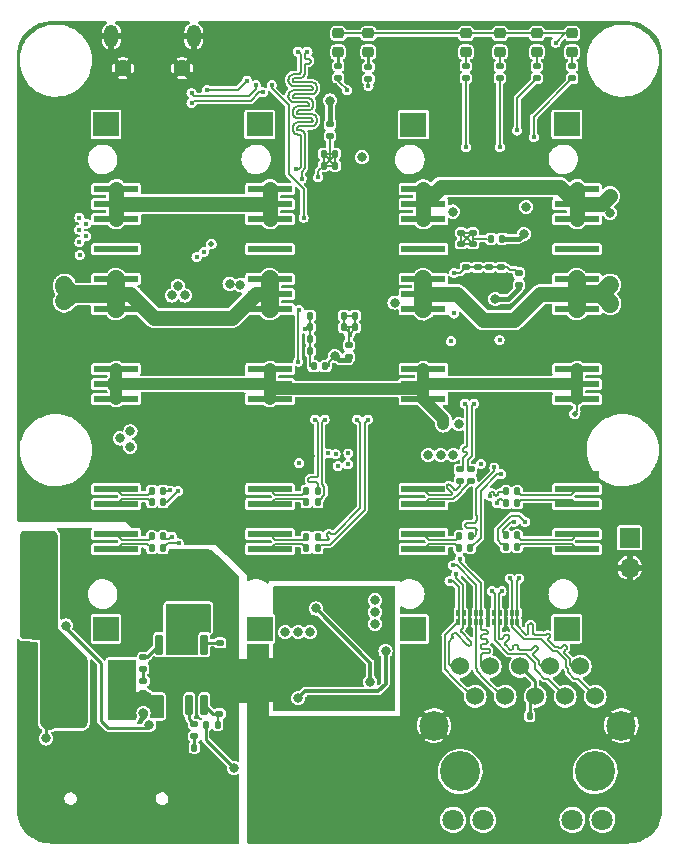
<source format=gbr>
%TF.GenerationSoftware,KiCad,Pcbnew,(6.0.4)*%
%TF.CreationDate,2022-08-11T23:06:16+02:00*%
%TF.ProjectId,MainBoard,4d61696e-426f-4617-9264-2e6b69636164,rev?*%
%TF.SameCoordinates,PXa344e00PY7102aa0*%
%TF.FileFunction,Copper,L4,Bot*%
%TF.FilePolarity,Positive*%
%FSLAX46Y46*%
G04 Gerber Fmt 4.6, Leading zero omitted, Abs format (unit mm)*
G04 Created by KiCad (PCBNEW (6.0.4)) date 2022-08-11 23:06:16*
%MOMM*%
%LPD*%
G01*
G04 APERTURE LIST*
G04 Aperture macros list*
%AMRoundRect*
0 Rectangle with rounded corners*
0 $1 Rounding radius*
0 $2 $3 $4 $5 $6 $7 $8 $9 X,Y pos of 4 corners*
0 Add a 4 corners polygon primitive as box body*
4,1,4,$2,$3,$4,$5,$6,$7,$8,$9,$2,$3,0*
0 Add four circle primitives for the rounded corners*
1,1,$1+$1,$2,$3*
1,1,$1+$1,$4,$5*
1,1,$1+$1,$6,$7*
1,1,$1+$1,$8,$9*
0 Add four rect primitives between the rounded corners*
20,1,$1+$1,$2,$3,$4,$5,0*
20,1,$1+$1,$4,$5,$6,$7,0*
20,1,$1+$1,$6,$7,$8,$9,0*
20,1,$1+$1,$8,$9,$2,$3,0*%
%AMOutline4P*
0 Free polygon, 4 corners , with rotation*
0 The origin of the aperture is its center*
0 number of corners: always 4*
0 $1 to $8 corner X, Y*
0 $9 Rotation angle, in degrees counterclockwise*
0 create outline with 4 corners*
4,1,4,$1,$2,$3,$4,$5,$6,$7,$8,$1,$2,$9*%
G04 Aperture macros list end*
%TA.AperFunction,ComponentPad*%
%ADD10R,1.700000X1.700000*%
%TD*%
%TA.AperFunction,ComponentPad*%
%ADD11O,1.700000X1.700000*%
%TD*%
%TA.AperFunction,ComponentPad*%
%ADD12O,1.200000X1.900000*%
%TD*%
%TA.AperFunction,ComponentPad*%
%ADD13C,1.450000*%
%TD*%
%TA.AperFunction,WasherPad*%
%ADD14C,3.400000*%
%TD*%
%TA.AperFunction,ComponentPad*%
%ADD15C,1.524000*%
%TD*%
%TA.AperFunction,ComponentPad*%
%ADD16C,1.800000*%
%TD*%
%TA.AperFunction,ComponentPad*%
%ADD17C,2.500000*%
%TD*%
%TA.AperFunction,ComponentPad*%
%ADD18O,1.100000X1.600000*%
%TD*%
%TA.AperFunction,ComponentPad*%
%ADD19O,1.600000X1.100000*%
%TD*%
%TA.AperFunction,ComponentPad*%
%ADD20C,0.500000*%
%TD*%
%TA.AperFunction,SMDPad,CuDef*%
%ADD21R,6.000000X9.500000*%
%TD*%
%TA.AperFunction,SMDPad,CuDef*%
%ADD22RoundRect,0.135000X-0.185000X0.135000X-0.185000X-0.135000X0.185000X-0.135000X0.185000X0.135000X0*%
%TD*%
%TA.AperFunction,SMDPad,CuDef*%
%ADD23RoundRect,0.147500X0.172500X-0.147500X0.172500X0.147500X-0.172500X0.147500X-0.172500X-0.147500X0*%
%TD*%
%TA.AperFunction,SMDPad,CuDef*%
%ADD24RoundRect,0.147500X0.147500X0.172500X-0.147500X0.172500X-0.147500X-0.172500X0.147500X-0.172500X0*%
%TD*%
%TA.AperFunction,SMDPad,CuDef*%
%ADD25R,0.300000X0.550000*%
%TD*%
%TA.AperFunction,SMDPad,CuDef*%
%ADD26R,0.400000X0.550000*%
%TD*%
%TA.AperFunction,SMDPad,CuDef*%
%ADD27RoundRect,0.140000X0.140000X0.170000X-0.140000X0.170000X-0.140000X-0.170000X0.140000X-0.170000X0*%
%TD*%
%TA.AperFunction,SMDPad,CuDef*%
%ADD28RoundRect,0.135000X0.185000X-0.135000X0.185000X0.135000X-0.185000X0.135000X-0.185000X-0.135000X0*%
%TD*%
%TA.AperFunction,SMDPad,CuDef*%
%ADD29R,3.800000X0.600000*%
%TD*%
%TA.AperFunction,SMDPad,CuDef*%
%ADD30Outline4P,-1.050000X-1.100000X1.050000X-1.100000X1.050000X1.100000X-1.050000X1.100000X90.000000*%
%TD*%
%TA.AperFunction,SMDPad,CuDef*%
%ADD31RoundRect,0.250000X-0.475000X0.250000X-0.475000X-0.250000X0.475000X-0.250000X0.475000X0.250000X0*%
%TD*%
%TA.AperFunction,SMDPad,CuDef*%
%ADD32RoundRect,0.250000X-0.250000X-0.475000X0.250000X-0.475000X0.250000X0.475000X-0.250000X0.475000X0*%
%TD*%
%TA.AperFunction,SMDPad,CuDef*%
%ADD33RoundRect,0.140000X-0.140000X-0.170000X0.140000X-0.170000X0.140000X0.170000X-0.140000X0.170000X0*%
%TD*%
%TA.AperFunction,SMDPad,CuDef*%
%ADD34RoundRect,0.218750X0.256250X-0.218750X0.256250X0.218750X-0.256250X0.218750X-0.256250X-0.218750X0*%
%TD*%
%TA.AperFunction,SMDPad,CuDef*%
%ADD35RoundRect,0.135000X0.135000X0.185000X-0.135000X0.185000X-0.135000X-0.185000X0.135000X-0.185000X0*%
%TD*%
%TA.AperFunction,SMDPad,CuDef*%
%ADD36RoundRect,0.147500X-0.172500X0.147500X-0.172500X-0.147500X0.172500X-0.147500X0.172500X0.147500X0*%
%TD*%
%TA.AperFunction,SMDPad,CuDef*%
%ADD37RoundRect,0.140000X-0.170000X0.140000X-0.170000X-0.140000X0.170000X-0.140000X0.170000X0.140000X0*%
%TD*%
%TA.AperFunction,SMDPad,CuDef*%
%ADD38R,2.350000X5.100000*%
%TD*%
%TA.AperFunction,SMDPad,CuDef*%
%ADD39RoundRect,0.140000X0.170000X-0.140000X0.170000X0.140000X-0.170000X0.140000X-0.170000X-0.140000X0*%
%TD*%
%TA.AperFunction,SMDPad,CuDef*%
%ADD40RoundRect,0.150000X-0.150000X0.737500X-0.150000X-0.737500X0.150000X-0.737500X0.150000X0.737500X0*%
%TD*%
%TA.AperFunction,SMDPad,CuDef*%
%ADD41R,4.900000X2.950000*%
%TD*%
%TA.AperFunction,ViaPad*%
%ADD42C,0.800000*%
%TD*%
%TA.AperFunction,ViaPad*%
%ADD43C,0.450000*%
%TD*%
%TA.AperFunction,ViaPad*%
%ADD44C,0.500000*%
%TD*%
%TA.AperFunction,Conductor*%
%ADD45C,1.000000*%
%TD*%
%TA.AperFunction,Conductor*%
%ADD46C,0.250000*%
%TD*%
%TA.AperFunction,Conductor*%
%ADD47C,0.200000*%
%TD*%
%TA.AperFunction,Conductor*%
%ADD48C,0.150000*%
%TD*%
%TA.AperFunction,Conductor*%
%ADD49C,0.160000*%
%TD*%
%TA.AperFunction,Conductor*%
%ADD50C,0.130000*%
%TD*%
%TA.AperFunction,Conductor*%
%ADD51C,1.500000*%
%TD*%
%TA.AperFunction,Conductor*%
%ADD52C,0.300000*%
%TD*%
%TA.AperFunction,Conductor*%
%ADD53C,0.400000*%
%TD*%
%TA.AperFunction,Conductor*%
%ADD54C,1.300000*%
%TD*%
G04 APERTURE END LIST*
D10*
%TO.P,J6,1,Pin_1*%
%TO.N,/CM4/n_eeprom_en*%
X52170000Y26075000D03*
D11*
%TO.P,J6,2,Pin_2*%
%TO.N,GND*%
X52170000Y23535000D03*
%TD*%
D12*
%TO.P,J7,6,Shield*%
%TO.N,GND*%
X15270000Y68547500D03*
D13*
X9270000Y65847500D03*
D12*
X8270000Y68547500D03*
D13*
X14270000Y65847500D03*
%TD*%
D14*
%TO.P,U3,*%
%TO.N,*%
X49250000Y6300000D03*
X37820000Y6300000D03*
D15*
%TO.P,U3,1,TRD0+*%
%TO.N,/CM4/TRD0+*%
X37820000Y15190000D03*
%TO.P,U3,2,TRD0-*%
%TO.N,/CM4/TRD0-*%
X39090000Y12650000D03*
%TO.P,U3,3,TRD1+*%
%TO.N,/CM4/TRD1+*%
X40360000Y15190000D03*
%TO.P,U3,4,TRD1-*%
%TO.N,/CM4/TRD1-*%
X41630000Y12650000D03*
%TO.P,U3,5,CT*%
%TO.N,Net-(C1-Pad1)*%
X42900000Y15190000D03*
%TO.P,U3,6,CT*%
X44170000Y12650000D03*
%TO.P,U3,7,TRD2+*%
%TO.N,/CM4/TRD2+*%
X45440000Y15190000D03*
%TO.P,U3,8,TRD2-*%
%TO.N,/CM4/TRD2-*%
X46710000Y12650000D03*
%TO.P,U3,9,TRD3+*%
%TO.N,/CM4/TRD3+*%
X47980000Y15190000D03*
%TO.P,U3,10,TRD3-*%
%TO.N,/CM4/TRD3-*%
X49250000Y12650000D03*
D16*
%TO.P,U3,11,LEDG_A*%
%TO.N,+3V3*%
X37210000Y2190000D03*
%TO.P,U3,12,LEDG_K*%
%TO.N,Net-(R1-Pad2)*%
X39750000Y2190000D03*
%TO.P,U3,13,LEDY_A*%
%TO.N,+3V3*%
X47320000Y2190000D03*
%TO.P,U3,14,LEDY_K*%
%TO.N,Net-(R2-Pad2)*%
X49860000Y2190000D03*
D17*
%TO.P,U3,sh,SHIELD*%
%TO.N,GND*%
X35610000Y10190000D03*
X51460000Y10190000D03*
%TD*%
D18*
%TO.P,J1,S1,SHIELD*%
%TO.N,GND*%
X4380000Y5800000D03*
%TO.P,J1,S2,SHIELD*%
X13020000Y5800000D03*
D19*
%TO.P,J1,S3,SHIELD*%
X6400000Y4370000D03*
%TO.P,J1,S4,SHIELD*%
X11000000Y4370000D03*
%TD*%
D20*
%TO.P,U4,77,EPAD*%
%TO.N,GND*%
X26950000Y49460000D03*
X28150000Y49460000D03*
X29350000Y50660000D03*
X29350000Y49460000D03*
X28150000Y51860000D03*
X29350000Y51860000D03*
X26950000Y50660000D03*
D21*
X28150000Y50660000D03*
D20*
X26950000Y51860000D03*
X28150000Y50660000D03*
%TD*%
D22*
%TO.P,R8,1*%
%TO.N,Net-(D4-Pad1)*%
X38300000Y66010000D03*
%TO.P,R8,2*%
%TO.N,/PCIe_sata/led4*%
X38300000Y64990000D03*
%TD*%
D23*
%TO.P,FB3,1*%
%TO.N,+1V8*%
X42800000Y47515000D03*
%TO.P,FB3,2*%
%TO.N,/PCIe_sata/VAA2_1*%
X42800000Y48485000D03*
%TD*%
D24*
%TO.P,FB2,1*%
%TO.N,+1V8*%
X41385000Y51400000D03*
%TO.P,FB2,2*%
%TO.N,/PCIe_sata/VAA2_0*%
X40415000Y51400000D03*
%TD*%
D25*
%TO.P,U1,1,D1+*%
%TO.N,/CM4/TRD3+*%
X42670000Y18955000D03*
%TO.P,U1,2,D1-*%
%TO.N,/CM4/TRD3-*%
X42170000Y18955000D03*
D26*
%TO.P,U1,3,GND*%
%TO.N,GND*%
X41670000Y18955000D03*
D25*
%TO.P,U1,4,D2+*%
%TO.N,/CM4/TRD2+*%
X41170000Y18955000D03*
%TO.P,U1,5,D2-*%
%TO.N,/CM4/TRD2-*%
X40670000Y18955000D03*
%TO.P,U1,6,D2-*%
X40670000Y19725000D03*
%TO.P,U1,7,D2+*%
%TO.N,/CM4/TRD2+*%
X41170000Y19725000D03*
D26*
%TO.P,U1,8,GND*%
%TO.N,GND*%
X41670000Y19725000D03*
D25*
%TO.P,U1,9,D1-*%
%TO.N,/CM4/TRD3-*%
X42170000Y19725000D03*
%TO.P,U1,10,D1+*%
%TO.N,/CM4/TRD3+*%
X42670000Y19725000D03*
%TD*%
D27*
%TO.P,C41,1*%
%TO.N,/PCIe_sata/AVDD0*%
X26280000Y57600000D03*
%TO.P,C41,2*%
%TO.N,GND*%
X25320000Y57600000D03*
%TD*%
D28*
%TO.P,R27,1*%
%TO.N,Net-(Module1-Pad21)*%
X30050000Y64940000D03*
%TO.P,R27,2*%
%TO.N,Net-(D12-Pad1)*%
X30050000Y65960000D03*
%TD*%
D29*
%TO.P,J2,1,Pin_1*%
%TO.N,GND*%
X47700000Y23855000D03*
%TO.P,J2,2,Pin_2*%
%TO.N,/PCIe_sata/TX0+*%
X47700000Y25125000D03*
%TO.P,J2,3,Pin_3*%
%TO.N,/PCIe_sata/TX0-*%
X47700000Y26395000D03*
%TO.P,J2,4,Pin_4*%
%TO.N,GND*%
X47700000Y27665000D03*
%TO.P,J2,5,Pin_5*%
%TO.N,/PCIe_sata/RX0-*%
X47700000Y28935000D03*
%TO.P,J2,6,Pin_6*%
%TO.N,/PCIe_sata/RX0+*%
X47700000Y30205000D03*
%TO.P,J2,7,Pin_7*%
%TO.N,GND*%
X47700000Y31475000D03*
%TO.P,J2,8,Pin_8*%
%TO.N,+3V3*%
X47700000Y37825000D03*
%TO.P,J2,9,Pin_9*%
X47700000Y39095000D03*
%TO.P,J2,10,Pin_10*%
X47700000Y40365000D03*
%TO.P,J2,11,Pin_11*%
%TO.N,GND*%
X47700000Y41635000D03*
%TO.P,J2,12,Pin_12*%
X47700000Y42905000D03*
%TO.P,J2,13,Pin_13*%
X47700000Y44175000D03*
%TO.P,J2,14,Pin_14*%
%TO.N,+5V*%
X47700000Y45445000D03*
%TO.P,J2,15,Pin_15*%
X47700000Y46715000D03*
%TO.P,J2,16,Pin_16*%
X47700000Y47985000D03*
%TO.P,J2,17,Pin_17*%
%TO.N,GND*%
X47700000Y49255000D03*
%TO.P,J2,18,Pin_18*%
%TO.N,unconnected-(J2-Pad18)*%
X47700000Y50525000D03*
%TO.P,J2,19,Pin_19*%
%TO.N,GND*%
X47700000Y51795000D03*
%TO.P,J2,20,Pin_20*%
%TO.N,+12V*%
X47700000Y53065000D03*
%TO.P,J2,21,Pin_21*%
X47700000Y54335000D03*
%TO.P,J2,22,Pin_22*%
X47700000Y55605000D03*
D30*
%TO.P,J2,NC*%
%TO.N,N/C*%
X46850000Y61080000D03*
X46850000Y18380000D03*
%TD*%
D27*
%TO.P,C1,1*%
%TO.N,Net-(C1-Pad1)*%
X43700000Y11000000D03*
%TO.P,C1,2*%
%TO.N,GND*%
X42740000Y11000000D03*
%TD*%
D22*
%TO.P,R6,1*%
%TO.N,Net-(D2-Pad1)*%
X44300000Y66010000D03*
%TO.P,R6,2*%
%TO.N,/PCIe_sata/led2*%
X44300000Y64990000D03*
%TD*%
D31*
%TO.P,C75,1*%
%TO.N,GND*%
X13870000Y21450000D03*
%TO.P,C75,2*%
%TO.N,+12V*%
X13870000Y19550000D03*
%TD*%
D32*
%TO.P,C76,1*%
%TO.N,GND*%
X1120000Y12600000D03*
%TO.P,C76,2*%
%TO.N,+5V*%
X3020000Y12600000D03*
%TD*%
D27*
%TO.P,C18,1*%
%TO.N,/PCIe_sata/RX0+*%
X42650000Y30020000D03*
%TO.P,C18,2*%
%TO.N,/PCIe_sata/RX00+*%
X41690000Y30020000D03*
%TD*%
D33*
%TO.P,C17,1*%
%TO.N,/PCIe_sata/RX3-*%
X11690000Y29100000D03*
%TO.P,C17,2*%
%TO.N,/PCIe_sata/RX03-*%
X12650000Y29100000D03*
%TD*%
%TO.P,C10,1*%
%TO.N,/PCIe_sata/TX3-*%
X11690000Y26200000D03*
%TO.P,C10,2*%
%TO.N,/PCIe_sata/TX03-*%
X12650000Y26200000D03*
%TD*%
D28*
%TO.P,R21,1*%
%TO.N,Net-(C77-Pad2)*%
X15300000Y9290000D03*
%TO.P,R21,2*%
%TO.N,Net-(R21-Pad2)*%
X15300000Y10310000D03*
%TD*%
D27*
%TO.P,C56,1*%
%TO.N,/PCIe_sata/VAA2_2*%
X27980000Y44900000D03*
%TO.P,C56,2*%
%TO.N,GND*%
X27020000Y44900000D03*
%TD*%
D33*
%TO.P,C16,1*%
%TO.N,/PCIe_sata/RX2-*%
X24790000Y29100000D03*
%TO.P,C16,2*%
%TO.N,/PCIe_sata/RX02-*%
X25750000Y29100000D03*
%TD*%
%TO.P,C20,1*%
%TO.N,/PCIe_sata/RX2+*%
X24790000Y30080000D03*
%TO.P,C20,2*%
%TO.N,/PCIe_sata/RX02+*%
X25750000Y30080000D03*
%TD*%
D23*
%TO.P,FB6,1*%
%TO.N,+1V8*%
X28400000Y41415000D03*
%TO.P,FB6,2*%
%TO.N,/PCIe_sata/VAA2_2*%
X28400000Y42385000D03*
%TD*%
D33*
%TO.P,C8,1*%
%TO.N,/PCIe_sata/TX1-*%
X37748000Y26234000D03*
%TO.P,C8,2*%
%TO.N,/PCIe_sata/TX01-*%
X38708000Y26234000D03*
%TD*%
D34*
%TO.P,D1,1,K*%
%TO.N,Net-(D1-Pad1)*%
X47300000Y67212500D03*
%TO.P,D1,2,A*%
%TO.N,+3V3*%
X47300000Y68787500D03*
%TD*%
%TO.P,D2,1,K*%
%TO.N,Net-(D2-Pad1)*%
X44300000Y67212500D03*
%TO.P,D2,2,A*%
%TO.N,+3V3*%
X44300000Y68787500D03*
%TD*%
D33*
%TO.P,C21,1*%
%TO.N,/PCIe_sata/RX3+*%
X11690000Y30080000D03*
%TO.P,C21,2*%
%TO.N,/PCIe_sata/RX03+*%
X12650000Y30080000D03*
%TD*%
%TO.P,C5,1*%
%TO.N,/PCIe_sata/TX2+*%
X24790000Y25200000D03*
%TO.P,C5,2*%
%TO.N,/PCIe_sata/TX02+*%
X25750000Y25200000D03*
%TD*%
%TO.P,C77,1*%
%TO.N,GND*%
X14352000Y8326000D03*
%TO.P,C77,2*%
%TO.N,Net-(C77-Pad2)*%
X15312000Y8326000D03*
%TD*%
D35*
%TO.P,R22,1*%
%TO.N,Net-(R22-Pad1)*%
X17285000Y10250000D03*
%TO.P,R22,2*%
%TO.N,+5V*%
X16265000Y10250000D03*
%TD*%
D33*
%TO.P,C48,1*%
%TO.N,/PCIe_sata/VAA2_3*%
X25120000Y42900000D03*
%TO.P,C48,2*%
%TO.N,GND*%
X26080000Y42900000D03*
%TD*%
D22*
%TO.P,R5,1*%
%TO.N,Net-(D1-Pad1)*%
X47300000Y66010000D03*
%TO.P,R5,2*%
%TO.N,/PCIe_sata/led1*%
X47300000Y64990000D03*
%TD*%
D24*
%TO.P,FB7,1*%
%TO.N,+1V8*%
X26385000Y40600000D03*
%TO.P,FB7,2*%
%TO.N,/PCIe_sata/VAA2_3*%
X25415000Y40600000D03*
%TD*%
D22*
%TO.P,R23,1*%
%TO.N,GND*%
X17440000Y12220000D03*
%TO.P,R23,2*%
%TO.N,Net-(R22-Pad1)*%
X17440000Y11200000D03*
%TD*%
D33*
%TO.P,C4,1*%
%TO.N,/PCIe_sata/TX1+*%
X37728000Y25218000D03*
%TO.P,C4,2*%
%TO.N,/PCIe_sata/TX01+*%
X38688000Y25218000D03*
%TD*%
D36*
%TO.P,FB5,1*%
%TO.N,+1V8*%
X26800000Y61085000D03*
%TO.P,FB5,2*%
%TO.N,/PCIe_sata/AVDD0*%
X26800000Y60115000D03*
%TD*%
D37*
%TO.P,C66,1*%
%TO.N,Net-(C66-Pad1)*%
X11000000Y15960000D03*
%TO.P,C66,2*%
%TO.N,Net-(C66-Pad2)*%
X11000000Y15000000D03*
%TD*%
D22*
%TO.P,R20,1*%
%TO.N,Net-(C66-Pad2)*%
X11000000Y13990000D03*
%TO.P,R20,2*%
%TO.N,Net-(L1-Pad1)*%
X11000000Y12970000D03*
%TD*%
D34*
%TO.P,D11,1,K*%
%TO.N,Net-(D11-Pad1)*%
X27500000Y67212500D03*
%TO.P,D11,2,A*%
%TO.N,+3V3*%
X27500000Y68787500D03*
%TD*%
D33*
%TO.P,C59,1*%
%TO.N,/PCIe_sata/VAA2_3*%
X25120000Y41900000D03*
%TO.P,C59,2*%
%TO.N,GND*%
X26080000Y41900000D03*
%TD*%
D38*
%TO.P,L1,1,1*%
%TO.N,Net-(L1-Pad1)*%
X9175000Y13200000D03*
%TO.P,L1,2,2*%
%TO.N,+5V*%
X5025000Y13200000D03*
%TD*%
D33*
%TO.P,C6,1*%
%TO.N,/PCIe_sata/TX3+*%
X11690000Y25200000D03*
%TO.P,C6,2*%
%TO.N,/PCIe_sata/TX03+*%
X12650000Y25200000D03*
%TD*%
D37*
%TO.P,C34,1*%
%TO.N,/PCIe_sata/VAA2_1*%
X40300000Y48980000D03*
%TO.P,C34,2*%
%TO.N,GND*%
X40300000Y48020000D03*
%TD*%
%TO.P,C39,1*%
%TO.N,/PCIe_sata/VAA2_1*%
X41300000Y48980000D03*
%TO.P,C39,2*%
%TO.N,GND*%
X41300000Y48020000D03*
%TD*%
%TO.P,C38,1*%
%TO.N,/PCIe_sata/VAA2_0*%
X38900000Y50980000D03*
%TO.P,C38,2*%
%TO.N,GND*%
X38900000Y50020000D03*
%TD*%
D34*
%TO.P,D3,1,K*%
%TO.N,Net-(D3-Pad1)*%
X41170000Y67212500D03*
%TO.P,D3,2,A*%
%TO.N,+3V3*%
X41170000Y68787500D03*
%TD*%
D32*
%TO.P,C71,1*%
%TO.N,GND*%
X1120000Y14600000D03*
%TO.P,C71,2*%
%TO.N,+5V*%
X3020000Y14600000D03*
%TD*%
D34*
%TO.P,D4,1,K*%
%TO.N,Net-(D4-Pad1)*%
X38300000Y67212500D03*
%TO.P,D4,2,A*%
%TO.N,+3V3*%
X38300000Y68787500D03*
%TD*%
D33*
%TO.P,C9,1*%
%TO.N,/PCIe_sata/TX2-*%
X24790000Y26180000D03*
%TO.P,C9,2*%
%TO.N,/PCIe_sata/TX02-*%
X25750000Y26180000D03*
%TD*%
%TO.P,C57,1*%
%TO.N,/PCIe_sata/VAA2_3*%
X25120000Y43900000D03*
%TO.P,C57,2*%
%TO.N,GND*%
X26080000Y43900000D03*
%TD*%
D27*
%TO.P,C14,1*%
%TO.N,/PCIe_sata/RX0-*%
X42650000Y29000000D03*
%TO.P,C14,2*%
%TO.N,/PCIe_sata/RX00-*%
X41690000Y29000000D03*
%TD*%
D29*
%TO.P,J3,1,Pin_1*%
%TO.N,GND*%
X34700000Y23845000D03*
%TO.P,J3,2,Pin_2*%
%TO.N,/PCIe_sata/TX1+*%
X34700000Y25115000D03*
%TO.P,J3,3,Pin_3*%
%TO.N,/PCIe_sata/TX1-*%
X34700000Y26385000D03*
%TO.P,J3,4,Pin_4*%
%TO.N,GND*%
X34700000Y27655000D03*
%TO.P,J3,5,Pin_5*%
%TO.N,/PCIe_sata/RX1-*%
X34700000Y28925000D03*
%TO.P,J3,6,Pin_6*%
%TO.N,/PCIe_sata/RX1+*%
X34700000Y30195000D03*
%TO.P,J3,7,Pin_7*%
%TO.N,GND*%
X34700000Y31465000D03*
%TO.P,J3,8,Pin_8*%
%TO.N,+3V3*%
X34700000Y37815000D03*
%TO.P,J3,9,Pin_9*%
X34700000Y39085000D03*
%TO.P,J3,10,Pin_10*%
X34700000Y40355000D03*
%TO.P,J3,11,Pin_11*%
%TO.N,GND*%
X34700000Y41625000D03*
%TO.P,J3,12,Pin_12*%
X34700000Y42895000D03*
%TO.P,J3,13,Pin_13*%
X34700000Y44165000D03*
%TO.P,J3,14,Pin_14*%
%TO.N,+5V*%
X34700000Y45435000D03*
%TO.P,J3,15,Pin_15*%
X34700000Y46705000D03*
%TO.P,J3,16,Pin_16*%
X34700000Y47975000D03*
%TO.P,J3,17,Pin_17*%
%TO.N,GND*%
X34700000Y49245000D03*
%TO.P,J3,18,Pin_18*%
%TO.N,unconnected-(J3-Pad18)*%
X34700000Y50515000D03*
%TO.P,J3,19,Pin_19*%
%TO.N,GND*%
X34700000Y51785000D03*
%TO.P,J3,20,Pin_20*%
%TO.N,+12V*%
X34700000Y53055000D03*
%TO.P,J3,21,Pin_21*%
X34700000Y54325000D03*
%TO.P,J3,22,Pin_22*%
X34700000Y55595000D03*
D30*
%TO.P,J3,NC*%
%TO.N,N/C*%
X33850000Y18370000D03*
X33850000Y61070000D03*
%TD*%
D25*
%TO.P,U2,1,D1+*%
%TO.N,/CM4/TRD1+*%
X39620000Y18915000D03*
%TO.P,U2,2,D1-*%
%TO.N,/CM4/TRD1-*%
X39120000Y18915000D03*
D26*
%TO.P,U2,3,GND*%
%TO.N,GND*%
X38620000Y18915000D03*
D25*
%TO.P,U2,4,D2+*%
%TO.N,/CM4/TRD0+*%
X38120000Y18915000D03*
%TO.P,U2,5,D2-*%
%TO.N,/CM4/TRD0-*%
X37620000Y18915000D03*
%TO.P,U2,6,D2-*%
X37620000Y19685000D03*
%TO.P,U2,7,D2+*%
%TO.N,/CM4/TRD0+*%
X38120000Y19685000D03*
D26*
%TO.P,U2,8,GND*%
%TO.N,GND*%
X38620000Y19685000D03*
D25*
%TO.P,U2,9,D1-*%
%TO.N,/CM4/TRD1-*%
X39120000Y19685000D03*
%TO.P,U2,10,D1+*%
%TO.N,/CM4/TRD1+*%
X39620000Y19685000D03*
%TD*%
D33*
%TO.P,C47,1*%
%TO.N,/PCIe_sata/VAA2_2*%
X28920000Y44900000D03*
%TO.P,C47,2*%
%TO.N,GND*%
X29880000Y44900000D03*
%TD*%
D39*
%TO.P,C19,1*%
%TO.N,/PCIe_sata/RX1+*%
X37770000Y30920000D03*
%TO.P,C19,2*%
%TO.N,/PCIe_sata/RX01+*%
X37770000Y31880000D03*
%TD*%
D33*
%TO.P,C31,1*%
%TO.N,/PCIe_sata/AVDD0*%
X27220000Y58600000D03*
%TO.P,C31,2*%
%TO.N,GND*%
X28180000Y58600000D03*
%TD*%
D37*
%TO.P,C29,1*%
%TO.N,/PCIe_sata/VAA2_1*%
X38300000Y48980000D03*
%TO.P,C29,2*%
%TO.N,GND*%
X38300000Y48020000D03*
%TD*%
D27*
%TO.P,C7,1*%
%TO.N,/PCIe_sata/TX0-*%
X42650000Y26280000D03*
%TO.P,C7,2*%
%TO.N,/PCIe_sata/TX00-*%
X41690000Y26280000D03*
%TD*%
%TO.P,C58,1*%
%TO.N,/PCIe_sata/VAA2_2*%
X27980000Y43900000D03*
%TO.P,C58,2*%
%TO.N,GND*%
X27020000Y43900000D03*
%TD*%
D34*
%TO.P,D12,1,K*%
%TO.N,Net-(D12-Pad1)*%
X30050000Y67212500D03*
%TO.P,D12,2,A*%
%TO.N,+3V3*%
X30050000Y68787500D03*
%TD*%
D40*
%TO.P,U7,1,BST*%
%TO.N,Net-(C66-Pad1)*%
X12345000Y17042500D03*
%TO.P,U7,2,VIN*%
%TO.N,+12V*%
X13615000Y17042500D03*
%TO.P,U7,3,EN*%
X14885000Y17042500D03*
%TO.P,U7,4,SS*%
%TO.N,Net-(C69-Pad2)*%
X16155000Y17042500D03*
%TO.P,U7,5,FB*%
%TO.N,Net-(R22-Pad1)*%
X16155000Y11917500D03*
%TO.P,U7,6,COMP*%
%TO.N,Net-(R21-Pad2)*%
X14885000Y11917500D03*
%TO.P,U7,7,GND*%
%TO.N,GND*%
X13615000Y11917500D03*
%TO.P,U7,8,SW*%
%TO.N,Net-(L1-Pad1)*%
X12345000Y11917500D03*
D41*
%TO.P,U7,9,EP*%
%TO.N,GND*%
X14250000Y14480000D03*
%TD*%
D39*
%TO.P,C28,1*%
%TO.N,/PCIe_sata/VAA2_0*%
X37900000Y51920000D03*
%TO.P,C28,2*%
%TO.N,GND*%
X37900000Y52880000D03*
%TD*%
D31*
%TO.P,C70,1*%
%TO.N,GND*%
X15900000Y21450000D03*
%TO.P,C70,2*%
%TO.N,+12V*%
X15900000Y19550000D03*
%TD*%
D32*
%TO.P,C68,1*%
%TO.N,GND*%
X1120000Y16600000D03*
%TO.P,C68,2*%
%TO.N,+5V*%
X3020000Y16600000D03*
%TD*%
D29*
%TO.P,J4,1,Pin_1*%
%TO.N,GND*%
X21700000Y23855000D03*
%TO.P,J4,2,Pin_2*%
%TO.N,/PCIe_sata/TX2+*%
X21700000Y25125000D03*
%TO.P,J4,3,Pin_3*%
%TO.N,/PCIe_sata/TX2-*%
X21700000Y26395000D03*
%TO.P,J4,4,Pin_4*%
%TO.N,GND*%
X21700000Y27665000D03*
%TO.P,J4,5,Pin_5*%
%TO.N,/PCIe_sata/RX2-*%
X21700000Y28935000D03*
%TO.P,J4,6,Pin_6*%
%TO.N,/PCIe_sata/RX2+*%
X21700000Y30205000D03*
%TO.P,J4,7,Pin_7*%
%TO.N,GND*%
X21700000Y31475000D03*
%TO.P,J4,8,Pin_8*%
%TO.N,+3V3*%
X21700000Y37825000D03*
%TO.P,J4,9,Pin_9*%
X21700000Y39095000D03*
%TO.P,J4,10,Pin_10*%
X21700000Y40365000D03*
%TO.P,J4,11,Pin_11*%
%TO.N,GND*%
X21700000Y41635000D03*
%TO.P,J4,12,Pin_12*%
X21700000Y42905000D03*
%TO.P,J4,13,Pin_13*%
X21700000Y44175000D03*
%TO.P,J4,14,Pin_14*%
%TO.N,+5V*%
X21700000Y45445000D03*
%TO.P,J4,15,Pin_15*%
X21700000Y46715000D03*
%TO.P,J4,16,Pin_16*%
X21700000Y47985000D03*
%TO.P,J4,17,Pin_17*%
%TO.N,GND*%
X21700000Y49255000D03*
%TO.P,J4,18,Pin_18*%
%TO.N,unconnected-(J4-Pad18)*%
X21700000Y50525000D03*
%TO.P,J4,19,Pin_19*%
%TO.N,GND*%
X21700000Y51795000D03*
%TO.P,J4,20,Pin_20*%
%TO.N,+12V*%
X21700000Y53065000D03*
%TO.P,J4,21,Pin_21*%
X21700000Y54335000D03*
%TO.P,J4,22,Pin_22*%
X21700000Y55605000D03*
D30*
%TO.P,J4,NC*%
%TO.N,N/C*%
X20850000Y61080000D03*
X20850000Y18380000D03*
%TD*%
D39*
%TO.P,C15,1*%
%TO.N,/PCIe_sata/RX1-*%
X38770000Y30920000D03*
%TO.P,C15,2*%
%TO.N,/PCIe_sata/RX01-*%
X38770000Y31880000D03*
%TD*%
D33*
%TO.P,C26,1*%
%TO.N,/PCIe_sata/AVDD0*%
X27220000Y57600000D03*
%TO.P,C26,2*%
%TO.N,GND*%
X28180000Y57600000D03*
%TD*%
%TO.P,C52,1*%
%TO.N,/PCIe_sata/VAA2_2*%
X28920000Y43900000D03*
%TO.P,C52,2*%
%TO.N,GND*%
X29880000Y43900000D03*
%TD*%
D27*
%TO.P,C3,1*%
%TO.N,/PCIe_sata/TX0+*%
X42650000Y25300000D03*
%TO.P,C3,2*%
%TO.N,/PCIe_sata/TX00+*%
X41690000Y25300000D03*
%TD*%
D33*
%TO.P,C53,1*%
%TO.N,/PCIe_sata/VAA2_3*%
X25120000Y44900000D03*
%TO.P,C53,2*%
%TO.N,GND*%
X26080000Y44900000D03*
%TD*%
D22*
%TO.P,R7,1*%
%TO.N,Net-(D3-Pad1)*%
X41170000Y66010000D03*
%TO.P,R7,2*%
%TO.N,/PCIe_sata/led3*%
X41170000Y64990000D03*
%TD*%
D39*
%TO.P,C69,1*%
%TO.N,GND*%
X17500000Y16250000D03*
%TO.P,C69,2*%
%TO.N,Net-(C69-Pad2)*%
X17500000Y17210000D03*
%TD*%
D27*
%TO.P,C36,1*%
%TO.N,/PCIe_sata/AVDD0*%
X26280000Y58600000D03*
%TO.P,C36,2*%
%TO.N,GND*%
X25320000Y58600000D03*
%TD*%
D37*
%TO.P,C33,1*%
%TO.N,/PCIe_sata/VAA2_0*%
X37900000Y50980000D03*
%TO.P,C33,2*%
%TO.N,GND*%
X37900000Y50020000D03*
%TD*%
D32*
%TO.P,C73,1*%
%TO.N,GND*%
X1120000Y10600000D03*
%TO.P,C73,2*%
%TO.N,+5V*%
X3020000Y10600000D03*
%TD*%
D28*
%TO.P,R9,1*%
%TO.N,Net-(Module1-Pad95)*%
X27500000Y65040000D03*
%TO.P,R9,2*%
%TO.N,Net-(D11-Pad1)*%
X27500000Y66060000D03*
%TD*%
D29*
%TO.P,J5,1,Pin_1*%
%TO.N,GND*%
X8690000Y23855000D03*
%TO.P,J5,2,Pin_2*%
%TO.N,/PCIe_sata/TX3+*%
X8690000Y25125000D03*
%TO.P,J5,3,Pin_3*%
%TO.N,/PCIe_sata/TX3-*%
X8690000Y26395000D03*
%TO.P,J5,4,Pin_4*%
%TO.N,GND*%
X8690000Y27665000D03*
%TO.P,J5,5,Pin_5*%
%TO.N,/PCIe_sata/RX3-*%
X8690000Y28935000D03*
%TO.P,J5,6,Pin_6*%
%TO.N,/PCIe_sata/RX3+*%
X8690000Y30205000D03*
%TO.P,J5,7,Pin_7*%
%TO.N,GND*%
X8690000Y31475000D03*
%TO.P,J5,8,Pin_8*%
%TO.N,+3V3*%
X8690000Y37825000D03*
%TO.P,J5,9,Pin_9*%
X8690000Y39095000D03*
%TO.P,J5,10,Pin_10*%
X8690000Y40365000D03*
%TO.P,J5,11,Pin_11*%
%TO.N,GND*%
X8690000Y41635000D03*
%TO.P,J5,12,Pin_12*%
X8690000Y42905000D03*
%TO.P,J5,13,Pin_13*%
X8690000Y44175000D03*
%TO.P,J5,14,Pin_14*%
%TO.N,+5V*%
X8690000Y45445000D03*
%TO.P,J5,15,Pin_15*%
X8690000Y46715000D03*
%TO.P,J5,16,Pin_16*%
X8690000Y47985000D03*
%TO.P,J5,17,Pin_17*%
%TO.N,GND*%
X8690000Y49255000D03*
%TO.P,J5,18,Pin_18*%
%TO.N,unconnected-(J5-Pad18)*%
X8690000Y50525000D03*
%TO.P,J5,19,Pin_19*%
%TO.N,GND*%
X8690000Y51795000D03*
%TO.P,J5,20,Pin_20*%
%TO.N,+12V*%
X8690000Y53065000D03*
%TO.P,J5,21,Pin_21*%
X8690000Y54335000D03*
%TO.P,J5,22,Pin_22*%
X8690000Y55605000D03*
D30*
%TO.P,J5,NC*%
%TO.N,N/C*%
X7840000Y18380000D03*
X7840000Y61080000D03*
%TD*%
D37*
%TO.P,C24,1*%
%TO.N,/PCIe_sata/VAA2_1*%
X39300000Y48980000D03*
%TO.P,C24,2*%
%TO.N,GND*%
X39300000Y48020000D03*
%TD*%
D39*
%TO.P,C23,1*%
%TO.N,/PCIe_sata/VAA2_0*%
X38900000Y51920000D03*
%TO.P,C23,2*%
%TO.N,GND*%
X38900000Y52880000D03*
%TD*%
D42*
%TO.N,GND*%
X25620006Y51201893D03*
D43*
X21345316Y35914882D03*
D42*
X770000Y36200000D03*
X6420000Y27900000D03*
X1500000Y1500000D03*
X31000000Y32850000D03*
X25600000Y52500000D03*
X31300000Y42650000D03*
X54270000Y49200000D03*
X27800000Y56400000D03*
X6070000Y1200000D03*
X23500000Y20600000D03*
X13475000Y50400000D03*
X17770000Y69200000D03*
X48770000Y69200000D03*
X54270000Y42200000D03*
X40054241Y33545759D03*
D43*
X19900000Y34975000D03*
D42*
X15550000Y24250000D03*
X7900000Y16600000D03*
X6050000Y24900000D03*
D43*
X14300000Y32000000D03*
D42*
X54270000Y10700000D03*
X31000000Y9500000D03*
X770000Y42200000D03*
X5270000Y25800000D03*
X18470000Y8200000D03*
X4500000Y7750000D03*
X13975000Y61125000D03*
X1520000Y13700000D03*
X31500000Y23000000D03*
X18420000Y18300000D03*
X770000Y30200000D03*
X51800000Y51450000D03*
X25070500Y33000000D03*
X25620006Y49501893D03*
X30700000Y51100000D03*
D43*
X12950000Y35850000D03*
D42*
X13500000Y42800000D03*
X18570000Y14900000D03*
D43*
X37100000Y50200000D03*
D42*
X770000Y49200000D03*
X19200000Y52393378D03*
X6800000Y10100000D03*
X37300000Y43900000D03*
X28150316Y47850010D03*
X43270000Y1200000D03*
X25600000Y48300000D03*
D43*
X12800000Y27050000D03*
D42*
X11000000Y11250000D03*
X22500000Y9500000D03*
X17470000Y15300000D03*
X53770000Y2200000D03*
X25930000Y53660000D03*
X35000000Y35700000D03*
X17000000Y1700000D03*
X29552466Y47850010D03*
X29418077Y53651016D03*
X1520000Y11450000D03*
X1470000Y15600000D03*
D43*
X23550000Y43550000D03*
D42*
X30700000Y52400000D03*
X24200000Y15100000D03*
X34000000Y16000000D03*
X36520000Y66950000D03*
D43*
X10345000Y32300000D03*
D42*
X54270000Y20200000D03*
X54270000Y55200000D03*
X25500000Y23000000D03*
X770000Y55200000D03*
X1400000Y8000000D03*
X30700000Y48300000D03*
X18570000Y13700000D03*
X28500000Y39950000D03*
X9720000Y21850000D03*
X1070000Y28000000D03*
X28770000Y66950000D03*
X4520000Y21700000D03*
X33770000Y66950000D03*
X19200000Y49000000D03*
X20770000Y1200000D03*
X20770000Y8200000D03*
D43*
X16900000Y37300000D03*
D42*
X17420000Y23500000D03*
X23300000Y35749500D03*
X31600000Y36550000D03*
X17370000Y6400000D03*
X30700000Y49500000D03*
X28600000Y15100000D03*
D43*
X41700000Y20750000D03*
D42*
X33000000Y32850000D03*
X29270000Y1200000D03*
D43*
X16700000Y26250000D03*
D42*
X31500000Y12000000D03*
X22500000Y59200000D03*
X770000Y62200000D03*
X44500000Y21650000D03*
X35700000Y57300000D03*
X34000000Y12000000D03*
X26270000Y66950000D03*
X9500000Y16600000D03*
X11220000Y20950000D03*
X38900000Y54100000D03*
X54270000Y36700000D03*
X18620000Y20950000D03*
X45750000Y65300000D03*
X54270000Y62200000D03*
D43*
X15850000Y26300000D03*
D42*
X39725000Y47325000D03*
X5370000Y23900000D03*
X41000000Y53900000D03*
X12250000Y7000000D03*
X8750000Y9250000D03*
X41670000Y57650000D03*
D43*
X19100000Y42950000D03*
X12800000Y31950000D03*
D42*
X5950000Y44800000D03*
X42900000Y13600000D03*
X17470000Y14300000D03*
X27770000Y53700000D03*
X26639385Y47850010D03*
X12300000Y1400000D03*
X17470000Y13300000D03*
X44600000Y51100000D03*
X31270000Y66950000D03*
X33100000Y41300000D03*
D43*
X38600000Y20500000D03*
%TO.N,/CM4/USB-*%
X15070000Y63725000D03*
X20508311Y64410256D03*
%TO.N,/CM4/USB+*%
X15070000Y62875000D03*
X21109353Y63809214D03*
%TO.N,/CM4/OTG_ID*%
X16370000Y64000000D03*
X19770000Y64800000D03*
%TO.N,/CM4/TRD3+*%
X42825000Y22650000D03*
%TO.N,/CM4/TRD1+*%
X37809074Y24319435D03*
%TO.N,/CM4/TRD3-*%
X42015000Y22650000D03*
%TO.N,/CM4/TRD1-*%
X37236316Y23746677D03*
%TO.N,/CM4/TRD2+*%
X41325000Y21566010D03*
%TO.N,/CM4/TRD0+*%
X37491379Y22978518D03*
%TO.N,/CM4/TRD2-*%
X40515000Y21566010D03*
%TO.N,/CM4/TRD0-*%
X36918621Y22405760D03*
%TO.N,/CM4/SPI_CLK*%
X26614500Y33225500D03*
X5575000Y53200000D03*
%TO.N,/CM4/SPI_MISO*%
X27265629Y33184371D03*
X6175000Y52689500D03*
%TO.N,/CM4/SPI_MOSI*%
X28350000Y33224257D03*
X5550000Y52175000D03*
%TO.N,/CM4/SPI_EN0*%
X27445740Y32158299D03*
X6124098Y51631499D03*
%TO.N,/CM4/SPI_EN1*%
X5575000Y51125000D03*
X28300000Y32300000D03*
%TO.N,/PCIe_sata/TX00+*%
X43340000Y27440000D03*
%TO.N,/PCIe_sata/TX01+*%
X41286379Y31463621D03*
%TO.N,/PCIe_sata/TX02+*%
X30000000Y36100000D03*
%TO.N,/PCIe_sata/TX03+*%
X13982031Y25604427D03*
%TO.N,/PCIe_sata/TX00-*%
X42410000Y27440000D03*
%TO.N,/PCIe_sata/TX01-*%
X40713621Y32036379D03*
%TO.N,/PCIe_sata/TX02-*%
X29100000Y36100000D03*
%TO.N,/PCIe_sata/TX03-*%
X13395131Y26191327D03*
%TO.N,/PCIe_sata/RX00-*%
X40944869Y29008673D03*
%TO.N,/PCIe_sata/RX01-*%
X39005000Y37450000D03*
%TO.N,/PCIe_sata/RX02-*%
X26335000Y36100000D03*
%TO.N,/PCIe_sata/RX03-*%
X13950000Y30050000D03*
%TO.N,/PCIe_sata/RX00+*%
X40357969Y29595573D03*
%TO.N,/PCIe_sata/RX01+*%
X38195000Y37450000D03*
%TO.N,/PCIe_sata/RX02+*%
X25525000Y36100000D03*
%TO.N,/PCIe_sata/RX03+*%
X13250000Y30100000D03*
%TO.N,/PCIe_sata/VAA2_0*%
X38400000Y51500000D03*
%TO.N,/PCIe_sata/VAA2_1*%
X37300000Y48525000D03*
%TO.N,/PCIe_sata/AVDD0*%
X25800000Y56600000D03*
%TO.N,+3V3*%
X45900000Y68000000D03*
D42*
X34700000Y39700000D03*
D44*
X16750000Y50950000D03*
X47500000Y36600000D03*
D42*
X36400000Y35700000D03*
D43*
%TO.N,/PCIe_sata/VAA2_2*%
X28450000Y43250000D03*
%TO.N,/PCIe_sata/VAA2_3*%
X24700000Y43800000D03*
D42*
%TO.N,+1V0*%
X30600000Y19800000D03*
X14500000Y46600000D03*
X13900000Y47400000D03*
X31500000Y16500000D03*
X13400000Y46600000D03*
X24100000Y12500000D03*
X30600000Y18800000D03*
X30600000Y20800000D03*
%TO.N,+1V8*%
X26800000Y63100000D03*
X37700000Y35700000D03*
X27200000Y41500000D03*
X43200000Y51800000D03*
X40800000Y46300000D03*
X43400000Y54100000D03*
%TO.N,+12V*%
X50500000Y53600000D03*
X24100000Y18100000D03*
X14420000Y54350000D03*
X15605000Y54335000D03*
X16100000Y18600000D03*
X50500000Y55000000D03*
X23000000Y18100000D03*
X15300000Y18600000D03*
X13255000Y54335000D03*
X25100000Y18100000D03*
X13700000Y18600000D03*
X14500000Y18600000D03*
%TO.N,+5V*%
X4300000Y46100000D03*
X50500000Y47500000D03*
X18670000Y6600000D03*
X50500000Y45900000D03*
X37220000Y33100000D03*
X3120000Y23100000D03*
X9900000Y35100000D03*
X35120000Y33100000D03*
X9870000Y33800000D03*
X2170000Y23100000D03*
X36170000Y33100000D03*
X2770000Y9100000D03*
X1220000Y23100000D03*
X4300000Y47500000D03*
X9000000Y34500000D03*
D43*
%TO.N,/CM4/Global_en*%
X39600000Y32350000D03*
X5600000Y50025000D03*
%TO.N,/CM4/PCIE_nRST*%
X21870000Y64400000D03*
X24560000Y53200000D03*
%TO.N,/CM4/PCIE_TX_P*%
X24075000Y67250000D03*
X23900000Y57350000D03*
%TO.N,/CM4/PCIE_TX_N*%
X24885000Y67250000D03*
X24400000Y56500000D03*
%TO.N,/PCIe_sata/led1*%
X16125500Y50300000D03*
X44050000Y60000000D03*
%TO.N,/PCIe_sata/led2*%
X15500000Y49850000D03*
X42650000Y60575000D03*
%TO.N,/PCIe_sata/led3*%
X41175000Y59150000D03*
X37050000Y42725000D03*
%TO.N,/PCIe_sata/led4*%
X38300000Y59150000D03*
X37275000Y45075000D03*
%TO.N,/PCIe_sata/SPI_DO*%
X24100000Y41000000D03*
X24200000Y45400000D03*
D42*
%TO.N,Net-(C61-Pad1)*%
X4438967Y18651273D03*
X11500000Y10250000D03*
%TO.N,VDD*%
X29500000Y58300000D03*
X18300000Y47600000D03*
X37200000Y53700000D03*
X19200000Y47500000D03*
X32262686Y46002012D03*
%TO.N,Net-(C84-Pad1)*%
X30200000Y13900000D03*
X25600000Y20100000D03*
D43*
%TO.N,Net-(Module1-Pad21)*%
X24200000Y32400000D03*
X30050000Y64350000D03*
%TO.N,Net-(Module1-Pad95)*%
X41150000Y42850000D03*
X28250000Y64000000D03*
%TD*%
D45*
%TO.N,+3V3*%
X34700000Y39800000D02*
X34700000Y39700000D01*
X34700000Y39800000D02*
X34700000Y37815000D01*
X34700000Y40355000D02*
X34700000Y39800000D01*
X34710000Y39095000D02*
X47700000Y39095000D01*
X34710000Y39095000D02*
X34700000Y39085000D01*
D46*
%TO.N,GND*%
X38600000Y20500000D02*
X38620000Y20480000D01*
X38620000Y20480000D02*
X38620000Y19685000D01*
D47*
X6655000Y27665000D02*
X6420000Y27900000D01*
X8690000Y27665000D02*
X6655000Y27665000D01*
D46*
%TO.N,Net-(C1-Pad1)*%
X43700000Y12180000D02*
X44170000Y12650000D01*
X43700000Y11000000D02*
X43700000Y12180000D01*
X42900000Y15190000D02*
X44170000Y13920000D01*
X44170000Y13920000D02*
X44170000Y12650000D01*
%TO.N,Net-(R21-Pad2)*%
X14885000Y11917500D02*
X14885000Y10725000D01*
X14885000Y10725000D02*
X15300000Y10310000D01*
%TO.N,Net-(R22-Pad1)*%
X16872500Y11200000D02*
X16155000Y11917500D01*
D47*
X17285000Y10250000D02*
X17285000Y11045000D01*
D46*
X17440000Y11200000D02*
X16872500Y11200000D01*
D48*
%TO.N,/CM4/USB-*%
X15295000Y63500000D02*
X19916254Y63500000D01*
X19916254Y63500000D02*
X20508311Y64092057D01*
X20508311Y64092057D02*
X20508311Y64410256D01*
X15070000Y63725000D02*
X15295000Y63500000D01*
%TO.N,/CM4/USB+*%
X15295000Y63100000D02*
X20081940Y63100000D01*
X20081940Y63100000D02*
X20791154Y63809214D01*
X20791154Y63809214D02*
X21109353Y63809214D01*
X15070000Y62875000D02*
X15295000Y63100000D01*
D47*
%TO.N,/CM4/OTG_ID*%
X18970000Y64000000D02*
X19770000Y64800000D01*
X16370000Y64000000D02*
X18970000Y64000000D01*
D49*
%TO.N,/CM4/TRD3+*%
X44770000Y17880000D02*
X44805015Y17852076D01*
X43579146Y18080000D02*
X43579146Y18641156D01*
X45307761Y17349330D02*
X45335685Y17314315D01*
X43984160Y18035495D02*
X43998952Y17993223D01*
X45307760Y17562144D02*
X45288329Y17521792D01*
X43423650Y17885014D02*
X43465922Y17899806D01*
X44805015Y17852076D02*
X44845365Y17832645D01*
X45215115Y17980564D02*
X45259901Y17980564D01*
X45052842Y17880000D02*
X45096086Y17923243D01*
X45259901Y17980564D02*
X45303562Y17970600D01*
X43598952Y18727932D02*
X43622779Y18765853D01*
X46372387Y16802077D02*
X46407402Y16830000D01*
X46596722Y16991310D02*
X46640384Y17001276D01*
X46521357Y16943954D02*
X46556372Y16971877D01*
X46407402Y16830000D02*
X46521357Y16943954D01*
X46640384Y17001276D02*
X46685170Y17001276D01*
X46556372Y16971877D02*
X46596722Y16991310D01*
X46804199Y16943955D02*
X46832123Y16908940D01*
X45278364Y17433343D02*
X45288328Y17389682D01*
X42600000Y18885000D02*
X42600000Y18659146D01*
X46632923Y16383345D02*
X46642890Y16339681D01*
X44054448Y17923633D02*
X44092369Y17899806D01*
X43574131Y18035495D02*
X43579146Y18080000D01*
X44179146Y17880000D02*
X44770000Y17880000D01*
X46690245Y16264315D02*
X47108556Y15846004D01*
X47108556Y15300561D02*
X47219117Y15190000D01*
X46632923Y16428131D02*
X46632923Y16383345D01*
X45303562Y17970600D02*
X45343914Y17951167D01*
X46690245Y16547158D02*
X46662322Y16512143D01*
X43692369Y18821349D02*
X43734641Y18836141D01*
X43779146Y18841156D02*
X43823650Y18836141D01*
X45131100Y17951168D02*
X45171452Y17970599D01*
X45426283Y17847879D02*
X45436250Y17804215D01*
X46243589Y16772678D02*
X46288375Y16772678D01*
X46685170Y17001276D02*
X46728834Y16991309D01*
X45335685Y17314315D02*
X45820000Y16830000D01*
X46642890Y16339681D02*
X46662321Y16299331D01*
X44022779Y17955302D02*
X44054448Y17923633D01*
X46159575Y16802076D02*
X46199925Y16782645D01*
X44889029Y17822678D02*
X44933815Y17822678D01*
X46124560Y16830000D02*
X46159575Y16802076D01*
X42600000Y18659146D02*
X43379146Y17880000D01*
X43734641Y18836141D02*
X43779146Y18841156D01*
X46832122Y16696128D02*
X46804199Y16661113D01*
X43974131Y18685660D02*
X43979146Y18641156D01*
X42600000Y19795000D02*
X42600000Y22425000D01*
X45426283Y17715767D02*
X45406851Y17675417D01*
X46642889Y16471793D02*
X46632923Y16428131D01*
X45288329Y17521792D02*
X45278364Y17478129D01*
X43998952Y17993223D02*
X44022779Y17955302D01*
X44977477Y17832645D02*
X45017827Y17852077D01*
X43959339Y18727932D02*
X43974131Y18685660D01*
X46728834Y16991309D02*
X46769184Y16971878D01*
X47108556Y15846004D02*
X47108556Y15300561D01*
X46861521Y16780140D02*
X46851554Y16736478D01*
X43979146Y18641156D02*
X43979146Y18080000D01*
X45335685Y17597158D02*
X45307760Y17562144D01*
X42600000Y19025000D02*
X42600000Y19655000D01*
X43579146Y18641156D02*
X43584160Y18685660D01*
X43823650Y18836141D02*
X43865922Y18821349D01*
X46288375Y16772678D02*
X46332037Y16782645D01*
X46332037Y16782645D02*
X46372387Y16802077D01*
X43935512Y18765853D02*
X43959339Y18727932D01*
X45096086Y17923243D02*
X45131100Y17951168D01*
X46861521Y16824926D02*
X46861521Y16780140D01*
X45378928Y17923244D02*
X45406852Y17888229D01*
X43654448Y18797522D02*
X43692369Y18821349D01*
X45288328Y17389682D02*
X45307761Y17349330D01*
X45406852Y17888229D02*
X45426283Y17847879D01*
X45378928Y17640402D02*
X45335685Y17597158D01*
X43622779Y18765853D02*
X43654448Y18797522D01*
X43979146Y18080000D02*
X43984160Y18035495D01*
X45406851Y17675417D02*
X45378928Y17640402D01*
X43903843Y18797522D02*
X43935512Y18765853D01*
X44933815Y17822678D02*
X44977477Y17832645D01*
X46851554Y16736478D02*
X46832122Y16696128D01*
X46851554Y16868590D02*
X46861521Y16824926D01*
X45343914Y17951167D02*
X45378928Y17923244D01*
X44092369Y17899806D02*
X44134641Y17885014D01*
X43535512Y17955302D02*
X43559339Y17993223D01*
X45436250Y17804215D02*
X45436250Y17759429D01*
X46662322Y16512143D02*
X46642889Y16471793D01*
X46804199Y16661113D02*
X46690245Y16547158D01*
X45278364Y17478129D02*
X45278364Y17433343D01*
X46199925Y16782645D02*
X46243589Y16772678D01*
X43865922Y18821349D02*
X43903843Y18797522D01*
X43379146Y17880000D02*
X43423650Y17885014D01*
X47219117Y15190000D02*
X47969117Y15190000D01*
X43559339Y17993223D02*
X43574131Y18035495D01*
X45017827Y17852077D02*
X45052842Y17880000D01*
X44134641Y17885014D02*
X44179146Y17880000D01*
X43465922Y17899806D02*
X43503843Y17923633D01*
X44845365Y17832645D02*
X44889029Y17822678D01*
X45820000Y16830000D02*
X46124560Y16830000D01*
X46662321Y16299331D02*
X46690245Y16264315D01*
X43503843Y17923633D02*
X43535512Y17955302D01*
X46769184Y16971878D02*
X46804199Y16943955D01*
X45436250Y17759429D02*
X45426283Y17715767D01*
X42600000Y22425000D02*
X42825000Y22650000D01*
X43584160Y18685660D02*
X43598952Y18727932D01*
X46832123Y16908940D02*
X46851554Y16868590D01*
X45171452Y17970599D02*
X45215115Y17980564D01*
%TO.N,/CM4/TRD1+*%
X40032029Y17480194D02*
X40069950Y17456367D01*
X40189757Y16694986D02*
X40232029Y16680194D01*
X39663224Y17880194D02*
X39625303Y17856367D01*
X40140238Y18055496D02*
X40125446Y18013224D01*
X39569807Y16986777D02*
X39555015Y16944505D01*
X40125446Y17213224D02*
X40101619Y17175303D01*
X40140238Y17344505D02*
X40145252Y17300000D01*
X40325446Y16586777D02*
X40340238Y16544505D01*
X40301619Y16375303D02*
X40269950Y16343634D01*
X39569807Y17786777D02*
X39555015Y17744505D01*
X40125446Y17386777D02*
X40140238Y17344505D01*
X40101619Y17975303D02*
X40069950Y17943634D01*
X39945252Y18300000D02*
X39989757Y18294986D01*
X39625303Y17543634D02*
X39663224Y17519807D01*
X39550000Y18845000D02*
X39550000Y18500000D01*
X39550000Y17700000D02*
X39555015Y17655496D01*
X39945252Y17900000D02*
X39750000Y17900000D01*
X39550000Y15239117D02*
X39599117Y15190000D01*
X40032029Y18280194D02*
X40069950Y18256367D01*
X40069950Y17456367D02*
X40101619Y17424698D01*
X39625303Y16743634D02*
X39663224Y16719807D01*
X39593634Y18375303D02*
X39625303Y18343634D01*
X40340238Y16544505D02*
X40345252Y16500000D01*
X39750000Y18300000D02*
X39945252Y18300000D01*
X39663224Y17080194D02*
X39625303Y17056367D01*
X39555015Y17655496D02*
X39569807Y17613224D01*
X37809074Y24001236D02*
X37809074Y24319435D01*
X39625303Y17856367D02*
X39593634Y17824698D01*
X39569807Y18413224D02*
X39593634Y18375303D01*
X39555015Y16855496D02*
X39569807Y16813224D01*
X40232029Y16680194D02*
X40269950Y16656367D01*
X39593634Y17024698D02*
X39569807Y16986777D01*
X39625303Y18343634D02*
X39663224Y18319807D01*
X40232029Y16319807D02*
X40189757Y16305015D01*
X40140238Y17255496D02*
X40125446Y17213224D01*
X39663224Y17519807D02*
X39705496Y17505015D01*
X40069950Y18256367D02*
X40101619Y18224698D01*
X39663224Y18319807D02*
X39705496Y18305015D01*
X40125446Y18013224D02*
X40101619Y17975303D01*
X40269950Y16343634D02*
X40232029Y16319807D01*
X39750000Y16700000D02*
X40145252Y16700000D01*
X40145252Y16300000D02*
X39750000Y16300000D01*
X39705496Y16294986D02*
X39663224Y16280194D01*
X39599117Y15190000D02*
X40349117Y15190000D01*
X39625303Y17056367D02*
X39593634Y17024698D01*
X40101619Y17175303D02*
X40069950Y17143634D01*
X39705496Y18305015D02*
X39750000Y18300000D01*
X40069950Y17943634D02*
X40032029Y17919807D01*
X40101619Y18224698D02*
X40125446Y18186777D01*
X39989757Y17494986D02*
X40032029Y17480194D01*
X39569807Y17613224D02*
X39593634Y17575303D01*
X40325446Y16413224D02*
X40301619Y16375303D01*
X39750000Y17900000D02*
X39705496Y17894986D01*
X40145252Y16700000D02*
X40189757Y16694986D01*
X39555015Y17744505D02*
X39550000Y17700000D01*
X40340238Y16455496D02*
X40325446Y16413224D01*
X39750000Y17500000D02*
X39945252Y17500000D01*
X39593634Y17575303D02*
X39625303Y17543634D01*
X40140238Y18144505D02*
X40145252Y18100000D01*
X40345252Y16500000D02*
X40340238Y16455496D01*
X39593634Y17824698D02*
X39569807Y17786777D01*
X39555015Y16144505D02*
X39550000Y16100000D01*
X39550000Y18500000D02*
X39555015Y18455496D01*
X39550000Y16100000D02*
X39550000Y15239117D01*
X39555015Y18455496D02*
X39569807Y18413224D01*
X39989757Y18294986D02*
X40032029Y18280194D01*
X40069950Y17143634D02*
X40032029Y17119807D01*
X39569807Y16186777D02*
X39555015Y16144505D01*
X39705496Y17894986D02*
X39663224Y17880194D01*
X40301619Y16624698D02*
X40325446Y16586777D01*
X39663224Y16280194D02*
X39625303Y16256367D01*
X39550000Y22260310D02*
X37809074Y24001236D01*
X39550000Y16900000D02*
X39555015Y16855496D01*
X39550000Y18985000D02*
X39550000Y19615000D01*
X39593634Y16224698D02*
X39569807Y16186777D01*
X40101619Y17424698D02*
X40125446Y17386777D01*
X39989757Y17905015D02*
X39945252Y17900000D01*
X39550000Y19755000D02*
X39550000Y22260310D01*
X39705496Y17505015D02*
X39750000Y17500000D01*
X40032029Y17119807D02*
X39989757Y17105015D01*
X40145252Y17300000D02*
X40140238Y17255496D01*
X40032029Y17919807D02*
X39989757Y17905015D01*
X39555015Y16944505D02*
X39550000Y16900000D01*
X40125446Y18186777D02*
X40140238Y18144505D01*
X40145252Y18100000D02*
X40140238Y18055496D01*
X39750000Y17100000D02*
X39705496Y17094986D01*
X39663224Y16719807D02*
X39705496Y16705015D01*
X39593634Y16775303D02*
X39625303Y16743634D01*
X39989757Y17105015D02*
X39945252Y17100000D01*
X39945252Y17500000D02*
X39989757Y17494986D01*
X39705496Y16705015D02*
X39750000Y16700000D01*
X39750000Y16300000D02*
X39705496Y16294986D01*
X39569807Y16813224D02*
X39593634Y16775303D01*
X39945252Y17100000D02*
X39750000Y17100000D01*
X40269950Y16656367D02*
X40301619Y16624698D01*
X39705496Y17094986D02*
X39663224Y17080194D01*
X40189757Y16305015D02*
X40145252Y16300000D01*
X39625303Y16256367D02*
X39593634Y16224698D01*
%TO.N,/CM4/TRD3-*%
X43230000Y17520000D02*
X42240000Y18510000D01*
X46748556Y15696884D02*
X45975460Y16469980D01*
X42240000Y22425000D02*
X42015000Y22650000D01*
X42240000Y19795000D02*
X42240000Y22425000D01*
X45670874Y16469980D02*
X44620854Y17520000D01*
X46937989Y14689834D02*
X46937989Y14962011D01*
X49250000Y12650000D02*
X47752011Y14147989D01*
X45975460Y16469980D02*
X45670874Y16469980D01*
X46748556Y15151444D02*
X46748556Y15696884D01*
X47479834Y14147989D02*
X46937989Y14689834D01*
X44620854Y17520000D02*
X43230000Y17520000D01*
X47752011Y14147989D02*
X47479834Y14147989D01*
X42240000Y18510000D02*
X42240000Y18885000D01*
X42240000Y19025000D02*
X42240000Y19655000D01*
X46937989Y14962011D02*
X46748556Y15151444D01*
%TO.N,/CM4/TRD1-*%
X39190000Y22111192D02*
X37554515Y23746677D01*
X41350000Y12650000D02*
X39859834Y14140166D01*
X39859834Y14147989D02*
X39200000Y14807823D01*
X39190000Y19755000D02*
X39190000Y22111192D01*
X39190000Y18985000D02*
X39190000Y19615000D01*
X37554515Y23746677D02*
X37236316Y23746677D01*
X39200000Y14807823D02*
X39200000Y15079972D01*
X39189980Y15089992D02*
X39189980Y18845020D01*
X39859834Y14140166D02*
X39859834Y14147989D01*
X39200000Y15079972D02*
X39189980Y15089992D01*
%TO.N,/CM4/TRD2+*%
X41935108Y17823984D02*
X41963032Y17788969D01*
X41135015Y17526636D02*
X41175365Y17507205D01*
X41100000Y19795000D02*
X41100000Y21341010D01*
X41963031Y17576157D02*
X41935108Y17541142D01*
X42139044Y16615034D02*
X42181316Y16629826D01*
X41900094Y17851907D02*
X41935108Y17823984D01*
X41982463Y17616507D02*
X41963031Y17576157D01*
X41382842Y17554560D02*
X41652266Y17823983D01*
X44064808Y16327180D02*
X44036885Y16292165D01*
X41771294Y17881306D02*
X41816080Y17881306D01*
X43781967Y16610020D02*
X44051391Y16879444D01*
X44086405Y16907369D02*
X44126755Y16926801D01*
X42314346Y16927819D02*
X42338173Y16965740D01*
X42850035Y16615034D02*
X42894540Y16610020D01*
X42807763Y16629826D02*
X42850035Y16615034D01*
X42694540Y16810020D02*
X42699554Y16765515D01*
X41637761Y17023890D02*
X41665685Y16988875D01*
X42250906Y16685322D02*
X42274733Y16723243D01*
X44126755Y16926801D02*
X44170418Y16936766D01*
X44170418Y16936766D02*
X44215204Y16936766D01*
X42094540Y16610020D02*
X42139044Y16615034D01*
X41608362Y17107904D02*
X41618329Y17064240D01*
X41816080Y17881306D02*
X41859744Y17871339D01*
X44362155Y16844431D02*
X44381588Y16804079D01*
X42219237Y16653653D02*
X42250906Y16685322D01*
X44362156Y16631617D02*
X44334233Y16596603D01*
X44299217Y16907369D02*
X44334233Y16879444D01*
X41307477Y17507205D02*
X41347827Y17526637D01*
X41665685Y17271718D02*
X41637760Y17236704D01*
X44064810Y16044335D02*
X44480020Y15629126D01*
X42289525Y16765515D02*
X42294540Y16810020D01*
X41100000Y19025000D02*
X41100000Y19655000D01*
X41687280Y17851908D02*
X41727632Y17871339D01*
X44215204Y16936766D02*
X44258867Y16926801D01*
X42738173Y16685322D02*
X42769842Y16653653D01*
X41100000Y17554560D02*
X41135015Y17526636D01*
X44017452Y16251813D02*
X44007487Y16208151D01*
X43499125Y16610020D02*
X43534140Y16582098D01*
X44258867Y16926801D02*
X44299217Y16907369D01*
X43746952Y16582097D02*
X43781967Y16610020D01*
X41219029Y17497238D02*
X41263815Y17497238D01*
X41263815Y17497238D02*
X41307477Y17507205D01*
X42294540Y16810020D02*
X42294540Y16841043D01*
X42581316Y17021236D02*
X42619237Y16997409D01*
X41727632Y17871339D02*
X41771294Y17881306D01*
X42294540Y16841043D02*
X42299554Y16885547D01*
X44480020Y15629126D02*
X44480020Y15389097D01*
X42539044Y17036028D02*
X42581316Y17021236D01*
X44334233Y16879444D02*
X44362155Y16844431D01*
X42689525Y16885547D02*
X42694540Y16841043D01*
X41652266Y17823983D02*
X41687280Y17851908D01*
X44036885Y16292165D02*
X44017452Y16251813D01*
X44051391Y16879444D02*
X44086405Y16907369D01*
X42369842Y16997409D02*
X42407763Y17021236D01*
X42674733Y16927819D02*
X42689525Y16885547D01*
X42407763Y17021236D02*
X42450035Y17036028D01*
X41637760Y17236704D02*
X41618329Y17196352D01*
X41175365Y17507205D02*
X41219029Y17497238D01*
X41982463Y17748619D02*
X41992430Y17704955D01*
X44679117Y15190000D02*
X45429117Y15190000D01*
X42299554Y16885547D02*
X42314346Y16927819D01*
X41608362Y17152690D02*
X41608362Y17107904D01*
X44391553Y16760417D02*
X44391553Y16715631D01*
X44017453Y16119703D02*
X44036884Y16079351D01*
X42619237Y16997409D02*
X42650906Y16965740D01*
X41935108Y17541142D02*
X41665685Y17271718D01*
X43618154Y16552700D02*
X43662940Y16552700D01*
X43706602Y16562665D02*
X43746952Y16582097D01*
X42694540Y16841043D02*
X42694540Y16810020D01*
X43662940Y16552700D02*
X43706602Y16562665D01*
X42494540Y17041043D02*
X42539044Y17036028D01*
X43534140Y16582098D02*
X43574490Y16562665D01*
X42894540Y16610020D02*
X43499125Y16610020D01*
X42450035Y17036028D02*
X42494540Y17041043D01*
X42699554Y16765515D02*
X42714346Y16723243D01*
X44036884Y16079351D02*
X44064810Y16044335D01*
X41665685Y16988875D02*
X42044540Y16610020D01*
X41963032Y17788969D02*
X41982463Y17748619D01*
X44381588Y16804079D02*
X44391553Y16760417D01*
X41347827Y17526637D02*
X41382842Y17554560D01*
X41992430Y17660169D02*
X41982463Y17616507D01*
X44007487Y16208151D02*
X44007487Y16163365D01*
X41992430Y17704955D02*
X41992430Y17660169D01*
X42044540Y16610020D02*
X42094540Y16610020D01*
X44391553Y16715631D02*
X44381588Y16671967D01*
X44007487Y16163365D02*
X44017453Y16119703D01*
X41618329Y17064240D02*
X41637761Y17023890D01*
X44334233Y16596603D02*
X44064808Y16327180D01*
X44381588Y16671967D02*
X44362156Y16631617D01*
X41100000Y21341010D02*
X41325000Y21566010D01*
X42769842Y16653653D02*
X42807763Y16629826D01*
X42274733Y16723243D02*
X42289525Y16765515D01*
X44480020Y15389097D02*
X44679117Y15190000D01*
X41100000Y18885000D02*
X41100000Y17554560D01*
X42714346Y16723243D02*
X42738173Y16685322D01*
X41859744Y17871339D02*
X41900094Y17851907D01*
X42650906Y16965740D02*
X42674733Y16927819D01*
X42181316Y16629826D02*
X42219237Y16653653D01*
X41618329Y17196352D02*
X41608362Y17152690D01*
X42338173Y16965740D02*
X42369842Y16997409D01*
X43574490Y16562665D02*
X43618154Y16552700D01*
%TO.N,/CM4/TRD0+*%
X38765105Y17224041D02*
X38775070Y17180377D01*
X37143079Y17746887D02*
X37175996Y17705612D01*
X37922077Y18314985D02*
X37902644Y18274633D01*
X38717750Y17016564D02*
X38682736Y16988640D01*
X37372225Y18042876D02*
X37345828Y18042876D01*
X38745674Y17264392D02*
X38765105Y17224041D01*
X38050000Y22101698D02*
X37491379Y22660319D01*
X38745673Y17051578D02*
X38717750Y17016564D01*
X38765104Y17091929D02*
X38745673Y17051578D01*
X37143079Y17872320D02*
X37131626Y17848537D01*
X38642384Y16969207D02*
X38598722Y16959242D01*
X37902644Y18274633D02*
X37892679Y18230971D01*
X38050000Y18985000D02*
X38050000Y19615000D01*
X38469922Y16988639D02*
X38434908Y17016564D01*
X38775070Y17180377D02*
X38775071Y17135593D01*
X37159538Y17892958D02*
X37143079Y17872320D01*
X38050000Y19755000D02*
X38050000Y22101698D01*
X37175996Y17580179D02*
X37159538Y17559541D01*
X37131626Y17848537D02*
X37125752Y17822802D01*
X38717749Y17299406D02*
X38745674Y17264392D01*
X37193323Y17656094D02*
X37193323Y17629697D01*
X37892679Y18186185D02*
X37902644Y18142521D01*
X37125752Y17822802D02*
X37125752Y17796405D01*
X37125752Y17796405D02*
X37131626Y17770670D01*
X37059117Y15190000D02*
X37809117Y15190000D01*
X37442381Y18009091D02*
X37421743Y18025549D01*
X37902644Y18142521D02*
X37922076Y18102171D01*
X37187449Y17603961D02*
X37175996Y17580179D01*
X36880000Y17280000D02*
X36880000Y15369117D01*
X38775071Y17135593D02*
X38765104Y17091929D01*
X37491379Y22660319D02*
X37491379Y22978518D01*
X37949999Y18067156D02*
X38717749Y17299406D01*
X37175996Y17705612D02*
X37187449Y17681829D01*
X37131626Y17770670D02*
X37143079Y17746887D01*
X37187449Y17681829D02*
X37193323Y17656094D01*
X38434908Y17016564D02*
X37442381Y18009091D01*
X37193323Y17629697D02*
X37187449Y17603961D01*
X38050000Y18450000D02*
X37950000Y18350000D01*
X37421743Y18025549D02*
X37397960Y18037002D01*
X38510272Y16969207D02*
X38469922Y16988639D01*
X38682736Y16988640D02*
X38642384Y16969207D01*
X37922076Y18102171D02*
X37949999Y18067156D01*
X37950000Y18350000D02*
X37922077Y18314985D01*
X37159538Y17559541D02*
X36880000Y17280000D01*
X37275672Y18009091D02*
X37159538Y17892958D01*
X36880000Y15369117D02*
X37059117Y15190000D01*
X37892679Y18230971D02*
X37892679Y18186185D01*
X37320093Y18037002D02*
X37296310Y18025549D01*
X38598722Y16959242D02*
X38553936Y16959242D01*
X37296310Y18025549D02*
X37275672Y18009091D01*
X37345828Y18042876D02*
X37320093Y18037002D01*
X38050000Y18845000D02*
X38050000Y18450000D01*
X37397960Y18037002D02*
X37372225Y18042876D01*
X38553936Y16959242D02*
X38510272Y16969207D01*
%TO.N,/CM4/TRD2-*%
X44397989Y14689834D02*
X44365166Y14689834D01*
X41895440Y16250000D02*
X40740000Y17405440D01*
X40740000Y21341010D02*
X40515000Y21566010D01*
X44120000Y15480000D02*
X43350000Y16250000D01*
X40740000Y17405440D02*
X40740000Y18885000D01*
X44365166Y14689834D02*
X44120000Y14935000D01*
X46710000Y12650000D02*
X45212011Y14147989D01*
X45212011Y14147989D02*
X44939834Y14147989D01*
X43350000Y16250000D02*
X41895440Y16250000D01*
X40740000Y19795000D02*
X40740000Y21341010D01*
X44939834Y14147989D02*
X44397989Y14689834D01*
X40740000Y19025000D02*
X40740000Y19655000D01*
X44120000Y14935000D02*
X44120000Y15480000D01*
%TO.N,/CM4/TRD0-*%
X38800000Y12650000D02*
X37319834Y14130166D01*
X37690000Y19755000D02*
X37690000Y21952580D01*
X37690000Y21952580D02*
X37236820Y22405760D01*
X36520000Y17815000D02*
X37550000Y18845000D01*
X37236820Y22405760D02*
X36918621Y22405760D01*
X37319834Y14147989D02*
X36520000Y14947823D01*
X37690000Y18985000D02*
X37690000Y19615000D01*
X36520000Y14947823D02*
X36520000Y17815000D01*
X37319834Y14130166D02*
X37319834Y14147989D01*
D46*
%TO.N,Net-(D11-Pad1)*%
X27500000Y67212500D02*
X27500000Y66060000D01*
D49*
%TO.N,/PCIe_sata/TX00+*%
X40984980Y26824980D02*
X40984980Y25875960D01*
X42830000Y27950000D02*
X43340000Y27440000D01*
X42110000Y27950000D02*
X40984980Y26824980D01*
X41445020Y25544980D02*
X41690000Y25300000D01*
X42110000Y27950000D02*
X42830000Y27950000D01*
X41315960Y25544980D02*
X41445020Y25544980D01*
X40984980Y25875960D02*
X41315960Y25544980D01*
%TO.N,/PCIe_sata/TX0+*%
X42930000Y25580000D02*
X42650000Y25300000D01*
X47700000Y25125000D02*
X47245000Y25580000D01*
X47245000Y25580000D02*
X42930000Y25580000D01*
%TO.N,/PCIe_sata/TX01+*%
X39550000Y26590855D02*
X39550000Y26080000D01*
X38688000Y25218000D02*
X39550000Y26080000D01*
X39560020Y28194541D02*
X39560020Y26600875D01*
X41286379Y31463621D02*
X40968180Y31463621D01*
X39550000Y30045441D02*
X39550000Y28204561D01*
X39550000Y28204561D02*
X39560020Y28194541D01*
X40968180Y31463621D02*
X39550000Y30045441D01*
X39560020Y26600875D02*
X39550000Y26590855D01*
%TO.N,/PCIe_sata/TX1+*%
X34700000Y25115000D02*
X35155000Y25570000D01*
X37376000Y25570000D02*
X37728000Y25218000D01*
X35155000Y25570000D02*
X37376000Y25570000D01*
%TO.N,/PCIe_sata/TX02+*%
X25750000Y25200000D02*
X26060000Y25510000D01*
X26764560Y25510000D02*
X29730000Y28475440D01*
X29730000Y35830000D02*
X30000000Y36100000D01*
X26060000Y25510000D02*
X26764560Y25510000D01*
X29730000Y28475440D02*
X29730000Y35830000D01*
%TO.N,/PCIe_sata/TX2+*%
X24410000Y25580000D02*
X24790000Y25200000D01*
X22155000Y25580000D02*
X24410000Y25580000D01*
X21700000Y25125000D02*
X22155000Y25580000D01*
D50*
%TO.N,/PCIe_sata/TX03+*%
X13054427Y25604427D02*
X12650000Y25200000D01*
X13982031Y25604427D02*
X13054427Y25604427D01*
D49*
%TO.N,/PCIe_sata/TX3+*%
X8690000Y25125000D02*
X9145000Y25580000D01*
X9145000Y25580000D02*
X11310000Y25580000D01*
X11310000Y25580000D02*
X11690000Y25200000D01*
%TO.N,/PCIe_sata/TX00-*%
X41420000Y26750000D02*
X41420000Y26550000D01*
X42410000Y27440000D02*
X42110000Y27440000D01*
X41420000Y26550000D02*
X41690000Y26280000D01*
X42110000Y27440000D02*
X41420000Y26750000D01*
%TO.N,/PCIe_sata/TX0-*%
X47245000Y25940000D02*
X42990000Y25940000D01*
X47700000Y26395000D02*
X47245000Y25940000D01*
X42990000Y25940000D02*
X42650000Y26280000D01*
%TO.N,/PCIe_sata/TX01-*%
X39189980Y28055435D02*
X39189980Y30194567D01*
X39124698Y27393635D02*
X39156367Y27425304D01*
X40713621Y31718208D02*
X40713621Y32036379D01*
X39194986Y27505497D02*
X39200000Y27550001D01*
X38281144Y27274699D02*
X38312813Y27306368D01*
X38257317Y27063225D02*
X38242525Y27105497D01*
X39180194Y26836778D02*
X39156367Y26874699D01*
X39086777Y26930195D02*
X39044505Y26944987D01*
X39034000Y26234000D02*
X39189980Y26389980D01*
X39189980Y26389980D02*
X39189980Y26739980D01*
X38350734Y27330195D02*
X38393006Y27344987D01*
X39189980Y26739980D02*
X39200000Y26750001D01*
X38437510Y27350001D02*
X39000000Y27350001D01*
X39000000Y26950001D02*
X38437510Y26950001D01*
X39156367Y27425304D02*
X39180194Y27463225D01*
X38237510Y27150001D02*
X38242525Y27194506D01*
X39189980Y30194567D02*
X40713621Y31718208D01*
X39044505Y26944987D02*
X39000000Y26950001D01*
X38437510Y26950001D02*
X38393006Y26955016D01*
X39000000Y27350001D02*
X39044505Y27355016D01*
X39194986Y26794506D02*
X39180194Y26836778D01*
X39200000Y26750001D02*
X39194986Y26794506D01*
X39086777Y27369808D02*
X39124698Y27393635D01*
X38350734Y26969808D02*
X38312813Y26993635D01*
X38312813Y27306368D02*
X38350734Y27330195D01*
X39044505Y27355016D02*
X39086777Y27369808D01*
X39180194Y27463225D02*
X39194986Y27505497D01*
X38393006Y26955016D02*
X38350734Y26969808D01*
X38393006Y27344987D02*
X38437510Y27350001D01*
X39156367Y26874699D02*
X39124698Y26906368D01*
X38708000Y26234000D02*
X39034000Y26234000D01*
X39200000Y28045415D02*
X39189980Y28055435D01*
X38242525Y27105497D02*
X38237510Y27150001D01*
X39124698Y26906368D02*
X39086777Y26930195D01*
X38242525Y27194506D02*
X38257317Y27236778D01*
X38257317Y27236778D02*
X38281144Y27274699D01*
X38312813Y26993635D02*
X38281144Y27025304D01*
X39200000Y27550001D02*
X39200000Y28045415D01*
X38281144Y27025304D02*
X38257317Y27063225D01*
%TO.N,/PCIe_sata/TX1-*%
X37444000Y25930000D02*
X37748000Y26234000D01*
X34700000Y26385000D02*
X35155000Y25930000D01*
X35155000Y25930000D02*
X37444000Y25930000D01*
%TO.N,/PCIe_sata/TX02-*%
X26600081Y26513981D02*
X26640433Y26533414D01*
X27181127Y26435686D02*
X29370000Y28624560D01*
X26662797Y25945366D02*
X26672762Y25989028D01*
X27017312Y26378362D02*
X27062098Y26378362D01*
X26537144Y26451045D02*
X26565066Y26486058D01*
X26517711Y26278581D02*
X26507746Y26322245D01*
X26643364Y25905014D02*
X26662797Y25945366D01*
X26615440Y26152842D02*
X26565066Y26203216D01*
X26973650Y26388329D02*
X27017312Y26378362D01*
X26812895Y26513982D02*
X26847910Y26486059D01*
X27146112Y26407760D02*
X27181127Y26435686D01*
X25750000Y26180000D02*
X26060000Y25870000D01*
X26643365Y26117828D02*
X26615440Y26152842D01*
X27105762Y26388329D02*
X27146112Y26407760D01*
X29370000Y35830000D02*
X29100000Y36100000D01*
X26537143Y26238231D02*
X26517711Y26278581D01*
X26507746Y26367031D02*
X26517711Y26410693D01*
X26898285Y26435684D02*
X26933300Y26407761D01*
X27062098Y26378362D02*
X27105762Y26388329D01*
X26933300Y26407761D02*
X26973650Y26388329D01*
X26615440Y25870000D02*
X26643364Y25905014D01*
X26672762Y25989028D02*
X26672762Y26033814D01*
X26565066Y26203216D02*
X26537143Y26238231D01*
X26772545Y26533414D02*
X26812895Y26513982D01*
X26672762Y26033814D02*
X26662797Y26077478D01*
X29370000Y28624560D02*
X29370000Y35830000D01*
X26507746Y26322245D02*
X26507746Y26367031D01*
X26662797Y26077478D02*
X26643365Y26117828D01*
X26565066Y26486058D02*
X26600081Y26513981D01*
X26728881Y26543379D02*
X26772545Y26533414D01*
X26060000Y25870000D02*
X26615440Y25870000D01*
X26640433Y26533414D02*
X26684095Y26543379D01*
X26684095Y26543379D02*
X26728881Y26543379D01*
X26847910Y26486059D02*
X26898285Y26435684D01*
X26517711Y26410693D02*
X26537144Y26451045D01*
%TO.N,/PCIe_sata/TX2-*%
X24550000Y25940000D02*
X24790000Y26180000D01*
X21700000Y26395000D02*
X22155000Y25940000D01*
X22155000Y25940000D02*
X24550000Y25940000D01*
D50*
%TO.N,/PCIe_sata/TX03-*%
X13395131Y26191327D02*
X13203804Y26000000D01*
X13203804Y26000000D02*
X12850000Y26000000D01*
D49*
%TO.N,/PCIe_sata/TX3-*%
X9145000Y25940000D02*
X11430000Y25940000D01*
X8690000Y26395000D02*
X9145000Y25940000D01*
X11430000Y25940000D02*
X11690000Y26200000D01*
D50*
%TO.N,/PCIe_sata/RX00-*%
X41290000Y29400000D02*
X41690000Y29000000D01*
X41170000Y29400000D02*
X41290000Y29400000D01*
X40944869Y29008673D02*
X40944869Y29174869D01*
X40944869Y29174869D02*
X41170000Y29400000D01*
%TO.N,/PCIe_sata/RX0-*%
X42970000Y29320000D02*
X47315000Y29320000D01*
X42650000Y29000000D02*
X42970000Y29320000D01*
X47315000Y29320000D02*
X47700000Y28935000D01*
D49*
%TO.N,/PCIe_sata/RX01-*%
X38780000Y33025440D02*
X38450000Y32695440D01*
X38780000Y37225000D02*
X38780000Y33025440D01*
X38450000Y32200000D02*
X38770000Y31880000D01*
X38450000Y32695440D02*
X38450000Y32200000D01*
X39005000Y37450000D02*
X38780000Y37225000D01*
%TO.N,/PCIe_sata/RX1-*%
X35155000Y29380000D02*
X37230000Y29380000D01*
X38130020Y30279993D02*
X38130020Y30280020D01*
X37682559Y29832529D02*
X38130020Y30279993D01*
X37230000Y29380000D02*
X37682529Y29832529D01*
X38130020Y30280020D02*
X38770000Y30920000D01*
X34700000Y28925000D02*
X35155000Y29380000D01*
X37682529Y29832529D02*
X37682559Y29832529D01*
%TO.N,/PCIe_sata/RX02-*%
X26310020Y30423980D02*
X26110000Y30624000D01*
X26310020Y29736020D02*
X26310020Y30423980D01*
X26110000Y35875000D02*
X26335000Y36100000D01*
X25750000Y29100000D02*
X26110000Y29460000D01*
X26110000Y29460000D02*
X26110000Y29536000D01*
X26110000Y30624000D02*
X26110000Y35875000D01*
X26110000Y29536000D02*
X26310020Y29736020D01*
%TO.N,/PCIe_sata/RX2-*%
X24500000Y29390000D02*
X24790000Y29100000D01*
X21700000Y28935000D02*
X22155000Y29390000D01*
X22155000Y29390000D02*
X24500000Y29390000D01*
%TO.N,/PCIe_sata/RX03-*%
X13000000Y29100000D02*
X13950000Y30050000D01*
X12650000Y29100000D02*
X13000000Y29100000D01*
%TO.N,/PCIe_sata/RX3-*%
X11400000Y29390000D02*
X11690000Y29100000D01*
X8690000Y28935000D02*
X9145000Y29390000D01*
X9145000Y29390000D02*
X11400000Y29390000D01*
D50*
%TO.N,/PCIe_sata/RX00+*%
X40664985Y29868429D02*
X40673470Y29793115D01*
X40732944Y29698464D02*
X40765030Y29678302D01*
X40605511Y29963080D02*
X40632307Y29936284D01*
X40982307Y29725260D02*
X41002469Y29757346D01*
X40685986Y29757346D02*
X40706148Y29725260D01*
X40357969Y29595573D02*
X40357969Y29907969D01*
X41014985Y29793115D02*
X41023470Y29868429D01*
X40632307Y29936284D02*
X40652469Y29904198D01*
X40573425Y29983242D02*
X40605511Y29963080D01*
X40652469Y29904198D02*
X40664985Y29868429D01*
X41188456Y30000000D02*
X41670000Y30000000D01*
X40838456Y29661543D02*
X40850000Y29661543D01*
X41082944Y29963080D02*
X41115030Y29983242D01*
X40955511Y29698464D02*
X40982307Y29725260D01*
X41002469Y29757346D02*
X41014985Y29793115D01*
X41035986Y29904198D02*
X41056148Y29936284D01*
X40450000Y30000000D02*
X40500000Y30000000D01*
X41150799Y29995758D02*
X41188456Y30000000D01*
X40887656Y29665786D02*
X40923425Y29678302D01*
X40850000Y29661543D02*
X40887656Y29665786D01*
X41023470Y29868429D02*
X41035986Y29904198D01*
X40673470Y29793115D02*
X40685986Y29757346D01*
X40765030Y29678302D02*
X40800799Y29665786D01*
X40923425Y29678302D02*
X40955511Y29698464D01*
X40500000Y30000000D02*
X40537656Y29995758D01*
X40800799Y29665786D02*
X40838456Y29661543D01*
X40706148Y29725260D02*
X40732944Y29698464D01*
X41056148Y29936284D02*
X41082944Y29963080D01*
X41115030Y29983242D02*
X41150799Y29995758D01*
X40357969Y29907969D02*
X40450000Y30000000D01*
X40537656Y29995758D02*
X40573425Y29983242D01*
%TO.N,/PCIe_sata/RX0+*%
X42650000Y30020000D02*
X42970000Y29700000D01*
X47195000Y29700000D02*
X47700000Y30205000D01*
X42970000Y29700000D02*
X47195000Y29700000D01*
D49*
%TO.N,/PCIe_sata/RX01+*%
X38378556Y33293002D02*
X38348477Y33323081D01*
X38040069Y33554490D02*
X38040069Y33574560D01*
X38058882Y33472068D02*
X38044832Y33512219D01*
X38090000Y32844560D02*
X38420000Y33174560D01*
X38081514Y33693002D02*
X38111593Y33723081D01*
X38187763Y33759763D02*
X38272307Y33769288D01*
X38081514Y33436049D02*
X38058882Y33472068D01*
X38044832Y33512219D02*
X38040069Y33554490D01*
X38312458Y33783338D02*
X38348477Y33805970D01*
X38415238Y33216832D02*
X38401188Y33256983D01*
X38348477Y33323081D02*
X38312458Y33345713D01*
X38401188Y33256983D02*
X38378556Y33293002D01*
X38111593Y33723081D02*
X38147612Y33745713D01*
X38420000Y33174560D02*
X38415238Y33216832D01*
X38401188Y33872068D02*
X38415238Y33912219D01*
X38111593Y33405970D02*
X38081514Y33436049D01*
X38058882Y33656983D02*
X38081514Y33693002D01*
X38090000Y32200000D02*
X38090000Y32844560D01*
X38420000Y33954490D02*
X38420000Y37225000D01*
X37770000Y31880000D02*
X38090000Y32200000D01*
X38040069Y33574560D02*
X38044832Y33616832D01*
X38147612Y33383338D02*
X38111593Y33405970D01*
X38187763Y33369288D02*
X38147612Y33383338D01*
X38272307Y33359763D02*
X38187763Y33369288D01*
X38044832Y33616832D02*
X38058882Y33656983D01*
X38272307Y33769288D02*
X38312458Y33783338D01*
X38312458Y33345713D02*
X38272307Y33359763D01*
X38348477Y33805970D02*
X38378556Y33836049D01*
X38415238Y33912219D02*
X38420000Y33954490D01*
X38378556Y33836049D02*
X38401188Y33872068D01*
X38420000Y37225000D02*
X38195000Y37450000D01*
X38147612Y33745713D02*
X38187763Y33759763D01*
%TO.N,/PCIe_sata/RX1+*%
X37473142Y30154664D02*
X37505422Y30170209D01*
X37126741Y29835223D02*
X37126740Y29871051D01*
X37118769Y29800293D02*
X37126741Y29835223D01*
X36685592Y30537489D02*
X36707932Y30565502D01*
X37533433Y30192549D02*
X37770000Y30429117D01*
X37118768Y29905981D02*
X37103223Y29938263D01*
X36803154Y30611357D02*
X36838984Y30611358D01*
X37103222Y29768011D02*
X37118769Y29800293D01*
X36707931Y30339226D02*
X36685593Y30367239D01*
X36735944Y30587840D02*
X36768224Y30603385D01*
X37080883Y29740000D02*
X37103222Y29768011D01*
X37402382Y30146691D02*
X37438212Y30146692D01*
X36873914Y30603386D02*
X36906194Y30587839D01*
X36662074Y30434449D02*
X36662075Y30470279D01*
X36670047Y30505209D02*
X36685592Y30537489D01*
X37438212Y30146692D02*
X37473142Y30154664D01*
X36685593Y30367239D02*
X36670046Y30399519D01*
X36906194Y30587839D02*
X36934206Y30565501D01*
X37307159Y30192548D02*
X37335172Y30170210D01*
X36768224Y30603385D02*
X36803154Y30611357D01*
X36934206Y30565501D02*
X37307159Y30192548D01*
X37126740Y29871051D02*
X37118768Y29905981D01*
X36670046Y30399519D02*
X36662074Y30434449D01*
X37335172Y30170210D02*
X37367452Y30154663D01*
X35155000Y29740000D02*
X37080883Y29740000D01*
X37367452Y30154663D02*
X37402382Y30146691D01*
X36838984Y30611358D02*
X36873914Y30603386D01*
X37770000Y30429117D02*
X37770000Y30920000D01*
X36662075Y30470279D02*
X36670047Y30505209D01*
X37103223Y29938263D02*
X37080883Y29966274D01*
X37080883Y29966274D02*
X36707931Y30339226D01*
X36707932Y30565502D02*
X36735944Y30587840D01*
X34700000Y30195000D02*
X35155000Y29740000D01*
X37505422Y30170209D02*
X37533433Y30192549D01*
%TO.N,/PCIe_sata/RX02+*%
X25129586Y30800000D02*
X25085082Y30805015D01*
X25674698Y31243634D02*
X25706367Y31275303D01*
X25750000Y30600000D02*
X25744986Y30644505D01*
X25594505Y31205015D02*
X25636777Y31219807D01*
X25004889Y31156367D02*
X25042810Y31180194D01*
X24973220Y31124698D02*
X25004889Y31156367D01*
X25744986Y30644505D02*
X25730194Y30686777D01*
X25550000Y31200000D02*
X25594505Y31205015D01*
X25744986Y31355496D02*
X25750000Y31400000D01*
X25706367Y30724698D02*
X25674698Y30756367D01*
X25594505Y30794986D02*
X25550000Y30800000D01*
X25674698Y30756367D02*
X25636777Y30780194D01*
X25750000Y35875000D02*
X25525000Y36100000D01*
X25042810Y30819807D02*
X25004889Y30843634D01*
X25730194Y30686777D02*
X25706367Y30724698D01*
X25085082Y30805015D02*
X25042810Y30819807D01*
X25750000Y30080000D02*
X25750000Y30600000D01*
X24949393Y30913224D02*
X24934601Y30955496D01*
X25004889Y30843634D02*
X24973220Y30875303D01*
X24934601Y31044505D02*
X24949393Y31086777D01*
X25730194Y31313224D02*
X25744986Y31355496D01*
X25550000Y30800000D02*
X25129586Y30800000D01*
X25750000Y31400000D02*
X25750000Y35875000D01*
X25636777Y30780194D02*
X25594505Y30794986D01*
X24973220Y30875303D02*
X24949393Y30913224D01*
X24949393Y31086777D02*
X24973220Y31124698D01*
X25636777Y31219807D02*
X25674698Y31243634D01*
X25706367Y31275303D02*
X25730194Y31313224D01*
X25042810Y31180194D02*
X25085082Y31194986D01*
X25085082Y31194986D02*
X25129586Y31200000D01*
X25129586Y31200000D02*
X25550000Y31200000D01*
X24934601Y30955496D02*
X24929586Y31000000D01*
X24929586Y31000000D02*
X24934601Y31044505D01*
%TO.N,/PCIe_sata/RX2+*%
X24460000Y29750000D02*
X24790000Y30080000D01*
X21700000Y30205000D02*
X22155000Y29750000D01*
X22155000Y29750000D02*
X24460000Y29750000D01*
%TO.N,/PCIe_sata/RX03+*%
X12650000Y30080000D02*
X13230000Y30080000D01*
X13230000Y30080000D02*
X13250000Y30100000D01*
%TO.N,/PCIe_sata/RX3+*%
X9145000Y29750000D02*
X11360000Y29750000D01*
X11360000Y29750000D02*
X11690000Y30080000D01*
X8690000Y30205000D02*
X9145000Y29750000D01*
D47*
%TO.N,/PCIe_sata/VAA2_0*%
X40112500Y51400000D02*
X39000000Y51400000D01*
X38900000Y51920000D02*
X38900000Y51500000D01*
X38400000Y51480000D02*
X37900000Y50980000D01*
X38900000Y51000000D02*
X38400000Y51500000D01*
X39000000Y51400000D02*
X38900000Y51500000D01*
X38320000Y51500000D02*
X37900000Y51920000D01*
X38400000Y51500000D02*
X38400000Y51480000D01*
X38400000Y51500000D02*
X38320000Y51500000D01*
X38820000Y51920000D02*
X38400000Y51500000D01*
X37900000Y50980000D02*
X38900000Y50980000D01*
X37900000Y51920000D02*
X38900000Y51920000D01*
X37900000Y51920000D02*
X37900000Y50980000D01*
X38900000Y51500000D02*
X38900000Y50980000D01*
%TO.N,/PCIe_sata/VAA2_1*%
X37845000Y48525000D02*
X38300000Y48980000D01*
X40340000Y49000000D02*
X41800000Y49000000D01*
X41800000Y49000000D02*
X42012500Y48787500D01*
X37300000Y48525000D02*
X37845000Y48525000D01*
X38300000Y48980000D02*
X40300000Y48980000D01*
X42012500Y48787500D02*
X42497500Y48787500D01*
X42497500Y48787500D02*
X42800000Y48485000D01*
%TO.N,/PCIe_sata/AVDD0*%
X26790000Y58110000D02*
X26280000Y57600000D01*
X27220000Y57600000D02*
X27220000Y58600000D01*
X25800000Y57120000D02*
X26280000Y57600000D01*
X26280000Y58600000D02*
X27220000Y58600000D01*
X26280000Y58540000D02*
X27220000Y57600000D01*
X26790000Y58110000D02*
X27220000Y58540000D01*
X26280000Y57600000D02*
X26280000Y58600000D01*
X25800000Y56600000D02*
X25800000Y57120000D01*
X26800000Y59812500D02*
X26800000Y58120000D01*
X27220000Y57600000D02*
X26280000Y57600000D01*
D45*
%TO.N,+3V3*%
X21700000Y40365000D02*
X21700000Y37825000D01*
D47*
X47700000Y37825000D02*
X47700000Y36800000D01*
D45*
X8690000Y40365000D02*
X8690000Y37825000D01*
X34315000Y38700000D02*
X34700000Y39085000D01*
X8690000Y39095000D02*
X21700000Y39095000D01*
D47*
X47300000Y68787500D02*
X46687500Y68787500D01*
D45*
X21700000Y39095000D02*
X21695000Y39100000D01*
X34700000Y37815000D02*
X36400000Y36115000D01*
X22095000Y38700000D02*
X34315000Y38700000D01*
D51*
X8700000Y39085000D02*
X8690000Y39095000D01*
D47*
X46687500Y68787500D02*
X45900000Y68000000D01*
D45*
X36400000Y36115000D02*
X36400000Y35700000D01*
X8695000Y39100000D02*
X8690000Y39095000D01*
X47700000Y37825000D02*
X47700000Y40365000D01*
D47*
X47700000Y36800000D02*
X47500000Y36600000D01*
X47300000Y68787500D02*
X38300000Y68787500D01*
X38300000Y68787500D02*
X27500000Y68787500D01*
D45*
X21700000Y39095000D02*
X22095000Y38700000D01*
D47*
%TO.N,/PCIe_sata/VAA2_2*%
X27980000Y43900000D02*
X28500000Y43900000D01*
D50*
X28450000Y43390000D02*
X28450000Y43250000D01*
D47*
X27980000Y44900000D02*
X27980000Y43900000D01*
X28450000Y43450000D02*
X28450000Y43250000D01*
X27980000Y44900000D02*
X28920000Y44900000D01*
D50*
X28480000Y43420000D02*
X28450000Y43390000D01*
D47*
X28400000Y42687500D02*
X28400000Y43800000D01*
X28500000Y43900000D02*
X28920000Y43900000D01*
D50*
X28920000Y43820000D02*
X28450000Y43350000D01*
D47*
X28920000Y44900000D02*
X28920000Y43820000D01*
D50*
X28450000Y43350000D02*
X28450000Y43250000D01*
D47*
X27980000Y43920000D02*
X28450000Y43450000D01*
X28400000Y43800000D02*
X28500000Y43900000D01*
%TO.N,/PCIe_sata/VAA2_3*%
X25112500Y40600000D02*
X25112500Y41892500D01*
X25120000Y43900000D02*
X24800000Y43900000D01*
X25120000Y41900000D02*
X25120000Y44900000D01*
X24800000Y43900000D02*
X24700000Y43800000D01*
%TO.N,Net-(D1-Pad1)*%
X47300000Y67212500D02*
X47300000Y66010000D01*
%TO.N,Net-(D2-Pad1)*%
X44300000Y66010000D02*
X44300000Y67212500D01*
X44300000Y66000000D02*
X44300000Y67212500D01*
%TO.N,Net-(D3-Pad1)*%
X41170000Y67212500D02*
X41170000Y66010000D01*
%TO.N,Net-(D4-Pad1)*%
X38300000Y67212500D02*
X38300000Y66010000D01*
D52*
%TO.N,+1V0*%
X30900000Y13100000D02*
X31500000Y13700000D01*
X31500000Y13700000D02*
X31500000Y16500000D01*
X24100000Y12500000D02*
X24700000Y13100000D01*
X24700000Y13100000D02*
X30900000Y13100000D01*
D47*
%TO.N,+1V8*%
X26687500Y40987500D02*
X27200000Y41500000D01*
X26687500Y40600000D02*
X26687500Y40987500D01*
D53*
X26800000Y63100000D02*
X26800000Y61387500D01*
X41887500Y46300000D02*
X42800000Y47212500D01*
X41687500Y51400000D02*
X42800000Y51400000D01*
X42800000Y51400000D02*
X43200000Y51800000D01*
X40800000Y46300000D02*
X41887500Y46300000D01*
X28400000Y41112500D02*
X27587500Y41112500D01*
X27587500Y41112500D02*
X27200000Y41500000D01*
D54*
%TO.N,+12V*%
X47700000Y54335000D02*
X49835000Y54335000D01*
X8690000Y54335000D02*
X21700000Y54335000D01*
X34700000Y55595000D02*
X34700000Y53055000D01*
X49835000Y54335000D02*
X50500000Y55000000D01*
X36175000Y55800000D02*
X46235000Y55800000D01*
X21700000Y55605000D02*
X21700000Y53065000D01*
X8690000Y55605000D02*
X8690000Y53065000D01*
X46235000Y55800000D02*
X47700000Y54335000D01*
X34700000Y54325000D02*
X36175000Y55800000D01*
X47700000Y55605000D02*
X47700000Y53065000D01*
D51*
%TO.N,+5V*%
X8625000Y46650000D02*
X8690000Y46715000D01*
X34700000Y47975000D02*
X34700000Y45435000D01*
X50500000Y45930000D02*
X49715000Y46715000D01*
X4915000Y46715000D02*
X4300000Y46100000D01*
D46*
X2770000Y10945000D02*
X5025000Y13200000D01*
D54*
X20509980Y46715000D02*
X21700000Y46715000D01*
X42400000Y44500000D02*
X44615000Y46715000D01*
D51*
X50500000Y45900000D02*
X50500000Y45930000D01*
D54*
X11895020Y44700000D02*
X18494980Y44700000D01*
X39775000Y44500000D02*
X42400000Y44500000D01*
D46*
X16265000Y9005000D02*
X16265000Y10250000D01*
D54*
X44615000Y46715000D02*
X47700000Y46715000D01*
D46*
X18670000Y6600000D02*
X16265000Y9005000D01*
D51*
X8690000Y46715000D02*
X4915000Y46715000D01*
D54*
X8690000Y46715000D02*
X9880020Y46715000D01*
X9880020Y46715000D02*
X11895020Y44700000D01*
X34700000Y46705000D02*
X37570000Y46705000D01*
D51*
X21700000Y47985000D02*
X21700000Y45445000D01*
X47700000Y46715000D02*
X49715000Y46715000D01*
D54*
X37570000Y46705000D02*
X39775000Y44500000D01*
D51*
X47700000Y47985000D02*
X47700000Y45445000D01*
D46*
X2770000Y9100000D02*
X2770000Y10945000D01*
D51*
X49715000Y46715000D02*
X50500000Y47500000D01*
X4915000Y46715000D02*
X4300000Y47330000D01*
D54*
X18494980Y44700000D02*
X20509980Y46715000D01*
D51*
X8690000Y47985000D02*
X8690000Y45445000D01*
X4300000Y47330000D02*
X4300000Y47500000D01*
D46*
%TO.N,Net-(D12-Pad1)*%
X30050000Y67212500D02*
X30050000Y65960000D01*
D49*
%TO.N,/CM4/PCIE_nRST*%
X23300000Y62704003D02*
X23300000Y56852583D01*
X21870000Y64134003D02*
X23300000Y62704003D01*
X21870000Y64400000D02*
X21870000Y64134003D01*
X23300000Y56852583D02*
X24560000Y55592583D01*
X24560000Y55592583D02*
X24560000Y53200000D01*
%TO.N,/CM4/PCIE_TX_P*%
X23378676Y63134473D02*
X23456256Y63056893D01*
X24052541Y61590000D02*
X25168216Y61590000D01*
X24052541Y61270000D02*
X23967814Y61260454D01*
X24239758Y65384907D02*
X24209421Y65365845D01*
X23284068Y64690928D02*
X23320304Y64587371D01*
X23681330Y60973970D02*
X23671784Y60889243D01*
X23652711Y63977716D02*
X23549154Y63941480D01*
X23652711Y64322285D02*
X23761736Y64310000D01*
X25328216Y64150000D02*
X25324205Y64114397D01*
X23709490Y61805553D02*
X23754853Y61733360D01*
X23652711Y65337716D02*
X23549154Y65301480D01*
X25293310Y64050242D02*
X25267975Y64024907D01*
X24939093Y62943157D02*
X24952197Y62934923D01*
X24300000Y67025000D02*
X24300000Y65510000D01*
X23456256Y65243108D02*
X23378676Y65165528D01*
X25324205Y61394397D02*
X25312372Y61360579D01*
X24963139Y62923981D02*
X24971373Y62910877D01*
X23671784Y60889243D02*
X23671784Y60610758D01*
X23271784Y64860048D02*
X23271784Y64799953D01*
X25168216Y63990000D02*
X23761736Y63990000D01*
X23709490Y62414448D02*
X23681330Y62333970D01*
X23378676Y64494473D02*
X23456256Y64416893D01*
X25237638Y61285845D02*
X25203820Y61274012D01*
X24909108Y62630000D02*
X24052541Y62630000D01*
X23761736Y62950000D02*
X24909108Y62950000D01*
X24283392Y60220378D02*
X24290377Y60213393D01*
X23320304Y65072630D02*
X23284068Y64969073D01*
X24290377Y60213393D02*
X24295631Y60205030D01*
X23815143Y61673070D02*
X23887336Y61627707D01*
X24284155Y65440579D02*
X24265093Y65410242D01*
X24978216Y62699108D02*
X24976484Y62683731D01*
X24300000Y65510000D02*
X24295988Y65474397D01*
X23271784Y63500048D02*
X23271784Y63439953D01*
X25324205Y64114397D02*
X25312372Y64080579D01*
X24145441Y57350000D02*
X23900000Y57350000D01*
X23549154Y65301480D02*
X23456256Y65243108D01*
X25328216Y61430000D02*
X25324205Y61394397D01*
X23320304Y63227371D02*
X23378676Y63134473D01*
X24265093Y65410242D02*
X24239758Y65384907D01*
X23887336Y62592294D02*
X23815143Y62546931D01*
X23320304Y64587371D02*
X23378676Y64494473D01*
X23754853Y61126641D02*
X23709490Y61054448D01*
X23671784Y62249243D02*
X23671784Y61970758D01*
X24952197Y62934923D02*
X24963139Y62923981D01*
X24275029Y60225632D02*
X24283392Y60220378D01*
X23709490Y61054448D02*
X23681330Y60973970D01*
X23284068Y63609073D02*
X23271784Y63500048D01*
X23754853Y62486641D02*
X23709490Y62414448D01*
X23815143Y62546931D02*
X23754853Y62486641D01*
X23681330Y61886031D02*
X23709490Y61805553D01*
X23754853Y60373360D02*
X23815143Y60313070D01*
X25324205Y64185604D02*
X25328216Y64150000D01*
X23549154Y63941480D02*
X23456256Y63883108D01*
X25168216Y61270000D02*
X24052541Y61270000D01*
X23284068Y63330928D02*
X23320304Y63227371D01*
X24255892Y60230000D02*
X24265706Y60228895D01*
X23967814Y61260454D02*
X23887336Y61232294D01*
X23456256Y63056893D02*
X23549154Y62998521D01*
X23378676Y63805528D02*
X23320304Y63712630D01*
X23815143Y60313070D02*
X23887336Y60267707D01*
X23378676Y65165528D02*
X23320304Y65072630D01*
X24209421Y65365845D02*
X24175603Y65354012D01*
X25203820Y63994012D02*
X25168216Y63990000D01*
X23887336Y61232294D02*
X23815143Y61186931D01*
X23887336Y60267707D02*
X23967814Y60239547D01*
X24978216Y62880892D02*
X24978216Y62699108D01*
X24924486Y62948268D02*
X24939093Y62943157D01*
X24295631Y60205030D02*
X24298894Y60195707D01*
X24075000Y67250000D02*
X24300000Y67025000D01*
X25267975Y61555094D02*
X25293310Y61529759D01*
X24924486Y62631733D02*
X24909108Y62630000D01*
X23709490Y60445553D02*
X23754853Y60373360D01*
X24265706Y60228895D02*
X24275029Y60225632D01*
X25312372Y64080579D02*
X25293310Y64050242D01*
X24052541Y60230000D02*
X24255892Y60230000D01*
X23761736Y65350000D02*
X23652711Y65337716D01*
X24909108Y62950000D02*
X24924486Y62948268D01*
X23284068Y64969073D02*
X23271784Y64860048D01*
X25293310Y61529759D02*
X25312372Y61499422D01*
X25293310Y64249759D02*
X25312372Y64219422D01*
X25324205Y61465604D02*
X25328216Y61430000D01*
X24971373Y62669124D02*
X24963139Y62656020D01*
X23815143Y61186931D02*
X23754853Y61126641D01*
X24976484Y62896270D02*
X24978216Y62880892D01*
X25312372Y64219422D02*
X25324205Y64185604D01*
X24963139Y62656020D02*
X24952197Y62645078D01*
X25237638Y61574156D02*
X25267975Y61555094D01*
X24140000Y65350000D02*
X23761736Y65350000D01*
X23671784Y60610758D02*
X23681330Y60526031D01*
X24971373Y62910877D02*
X24976484Y62896270D01*
X25293310Y61330242D02*
X25267975Y61304907D01*
X25203820Y61274012D02*
X25168216Y61270000D01*
X25312372Y61499422D02*
X25324205Y61465604D01*
X25237638Y64005845D02*
X25203820Y63994012D01*
X24976484Y62683731D02*
X24971373Y62669124D01*
X24175603Y65354012D02*
X24140000Y65350000D01*
X25267975Y61304907D02*
X25237638Y61285845D01*
X23456256Y64416893D02*
X23549154Y64358521D01*
X24300000Y60185892D02*
X24300000Y57504559D01*
X23271784Y63439953D02*
X23284068Y63330928D01*
X25168216Y64310000D02*
X25203820Y64305989D01*
X24052541Y62630000D02*
X23967814Y62620454D01*
X25267975Y64275094D02*
X25293310Y64249759D01*
X25203820Y64305989D02*
X25237638Y64294156D01*
X23887336Y61627707D02*
X23967814Y61599547D01*
X23967814Y60239547D02*
X24052541Y60230000D01*
X23761736Y63990000D02*
X23652711Y63977716D01*
X23320304Y63712630D02*
X23284068Y63609073D01*
X24939093Y62636844D02*
X24924486Y62631733D01*
X25267975Y64024907D02*
X25237638Y64005845D01*
X23681330Y60526031D02*
X23709490Y60445553D01*
X23549154Y64358521D02*
X23652711Y64322285D01*
X25312372Y61360579D02*
X25293310Y61330242D01*
X24298894Y60195707D02*
X24300000Y60185892D01*
X23967814Y61599547D02*
X24052541Y61590000D01*
X23754853Y61733360D02*
X23815143Y61673070D01*
X23549154Y62998521D02*
X23652711Y62962285D01*
X23761736Y64310000D02*
X25168216Y64310000D01*
X24300000Y57504559D02*
X24145441Y57350000D01*
X23271784Y64799953D02*
X23284068Y64690928D01*
X23671784Y61970758D02*
X23681330Y61886031D01*
X23681330Y62333970D02*
X23671784Y62249243D01*
X24295988Y65474397D02*
X24284155Y65440579D01*
X25203820Y61585989D02*
X25237638Y61574156D01*
X25237638Y64294156D02*
X25267975Y64275094D01*
X24952197Y62645078D02*
X24939093Y62636844D01*
X23967814Y62620454D02*
X23887336Y62592294D01*
X25168216Y61590000D02*
X25203820Y61585989D01*
X23456256Y63883108D02*
X23378676Y63805528D01*
X23652711Y62962285D02*
X23761736Y62950000D01*
%TO.N,/CM4/PCIE_TX_N*%
X23692025Y63595094D02*
X23666690Y63569759D01*
X24056754Y60594369D02*
X24066077Y60591106D01*
X24031784Y62225892D02*
X24031784Y61994108D01*
X24611479Y65267371D02*
X24553107Y65174473D01*
X24933904Y62270000D02*
X24075892Y62270000D01*
X23635795Y64865604D02*
X23631784Y64830000D01*
X25164369Y66526777D02*
X25179161Y66484505D01*
X24036152Y62245030D02*
X24032889Y62235707D01*
X23791784Y64670000D02*
X25198264Y64670000D01*
X24048391Y60599623D02*
X24056754Y60594369D01*
X25410846Y60958521D02*
X25307289Y60922285D01*
X25185989Y63221792D02*
X25250008Y63157773D01*
X24041406Y61966608D02*
X24048391Y61959623D01*
X24041406Y60606608D02*
X24048391Y60599623D01*
X24703634Y66164698D02*
X24679807Y66126777D01*
X24066077Y60591106D02*
X24075892Y60590000D01*
X24444447Y60552294D02*
X24516640Y60506931D01*
X23631784Y64830000D02*
X23635795Y64794397D01*
X23692025Y64955094D02*
X23666690Y64929759D01*
X23692025Y63344907D02*
X23722362Y63325845D01*
X25140542Y66315303D02*
X25108873Y66283634D01*
X24516640Y60506931D02*
X24576930Y60446641D01*
X25639696Y61672630D02*
X25675932Y61569073D01*
X25639696Y64392630D02*
X25675932Y64289073D01*
X24553107Y65174473D02*
X24475527Y65096893D01*
X25675932Y61569073D02*
X25688216Y61460048D01*
X23666690Y64929759D02*
X23647628Y64899422D01*
X24075892Y60910000D02*
X24066077Y60908895D01*
X24075892Y61950000D02*
X25198264Y61950000D01*
X25639696Y63907371D02*
X25581324Y63814473D01*
X25179161Y66484505D02*
X25184175Y66440000D01*
X24660000Y66840000D02*
X24665015Y66795496D01*
X24032889Y61984294D02*
X24036152Y61974971D01*
X23756180Y63625989D02*
X23722362Y63614156D01*
X24660000Y57355441D02*
X24400000Y57095441D01*
X25023872Y62280137D02*
X24933904Y62270000D01*
X24031784Y60865892D02*
X24031784Y60634108D01*
X23791784Y63630000D02*
X23756180Y63625989D01*
X25023872Y63299864D02*
X25109328Y63269961D01*
X23791784Y63310000D02*
X24933904Y63310000D01*
X25179161Y66395496D02*
X25164369Y66353224D01*
X25675932Y61290928D02*
X25639696Y61187371D01*
X25198264Y64670000D02*
X25307289Y64657716D01*
X23722362Y64974156D02*
X23692025Y64955094D01*
X25410846Y63678521D02*
X25307289Y63642285D01*
X23692025Y64704907D02*
X23722362Y64685845D01*
X25639696Y61187371D02*
X25581324Y61094473D01*
X25307289Y64657716D02*
X25410846Y64621480D01*
X24066077Y60908895D02*
X24056754Y60905632D01*
X24650453Y60293970D02*
X24660000Y60209243D01*
X24075892Y62270000D02*
X24066077Y62268895D01*
X24170047Y64990000D02*
X23791784Y64990000D01*
X25298177Y62498889D02*
X25250008Y62422228D01*
X24815496Y66234986D02*
X24773224Y66220194D01*
X24815496Y66645015D02*
X24860000Y66640000D01*
X25581324Y61765528D02*
X25639696Y61672630D01*
X25108873Y66596367D02*
X25140542Y66564698D01*
X23647628Y64899422D02*
X23635795Y64865604D01*
X25338216Y62674313D02*
X25328080Y62584345D01*
X23635795Y64794397D02*
X23647628Y64760579D01*
X24400000Y57095441D02*
X24400000Y56500000D01*
X25503744Y61016893D02*
X25410846Y60958521D01*
X24056754Y60905632D02*
X24048391Y60900378D01*
X23722362Y64685845D02*
X23756180Y64674012D01*
X23635795Y63434397D02*
X23647628Y63400579D01*
X24679807Y66126777D02*
X24665015Y66084505D01*
X25503744Y64563108D02*
X25581324Y64485528D01*
X25109328Y63269961D02*
X25185989Y63221792D01*
X25307289Y63642285D02*
X25198264Y63630000D01*
X25109328Y62310040D02*
X25023872Y62280137D01*
X25675932Y64010928D02*
X25639696Y63907371D01*
X25070952Y66259807D02*
X25028680Y66245015D01*
X25503744Y61843108D02*
X25581324Y61765528D01*
X25503744Y63736893D02*
X25410846Y63678521D01*
X25298177Y63081112D02*
X25328080Y62995656D01*
X24032889Y62235707D02*
X24031784Y62225892D01*
X24279072Y65002285D02*
X24170047Y64990000D01*
X24056754Y62265632D02*
X24048391Y62260378D01*
X24576930Y60446641D02*
X24622293Y60374448D01*
X23756180Y64985989D02*
X23722362Y64974156D01*
X24773224Y66659807D02*
X24815496Y66645015D01*
X24622293Y60374448D02*
X24650453Y60293970D01*
X23631784Y63470000D02*
X23635795Y63434397D01*
X25250008Y62422228D02*
X25185989Y62358209D01*
X25688216Y64180048D02*
X25688216Y64119953D01*
X25108873Y66283634D02*
X25070952Y66259807D01*
X25581324Y64485528D02*
X25639696Y64392630D01*
X24032889Y60624294D02*
X24036152Y60614971D01*
X23756180Y64674012D02*
X23791784Y64670000D01*
X25328080Y62995656D02*
X25338216Y62905688D01*
X25028680Y66634986D02*
X25070952Y66620194D01*
X23666690Y63569759D02*
X23647628Y63539422D01*
X24036152Y61974971D02*
X24041406Y61966608D01*
X24031784Y60634108D02*
X24032889Y60624294D01*
X23647628Y64760579D02*
X23666690Y64730242D01*
X25028680Y66245015D02*
X24984175Y66240000D01*
X24036152Y60885030D02*
X24032889Y60875707D01*
X25410846Y61901480D02*
X25503744Y61843108D01*
X25307289Y61937716D02*
X25410846Y61901480D01*
X24933904Y63310000D02*
X25023872Y63299864D01*
X24660000Y60209243D02*
X24660000Y57355441D01*
X25688216Y61399953D02*
X25675932Y61290928D01*
X24773224Y66220194D02*
X24735303Y66196367D01*
X23722362Y63614156D02*
X23692025Y63595094D01*
X24041406Y60893393D02*
X24036152Y60885030D01*
X25070952Y66620194D02*
X25108873Y66596367D01*
X25688216Y61460048D02*
X25688216Y61399953D01*
X24660000Y66040000D02*
X24660000Y65479953D01*
X25581324Y63814473D02*
X25503744Y63736893D01*
X23647628Y63539422D02*
X23635795Y63505604D01*
X24382629Y65038521D02*
X24279072Y65002285D01*
X24056754Y61954369D02*
X24066077Y61951106D01*
X24665015Y66084505D02*
X24660000Y66040000D01*
X25328080Y62584345D02*
X25298177Y62498889D01*
X25338216Y62905688D02*
X25338216Y62674313D01*
X24032889Y60875707D02*
X24031784Y60865892D01*
X24048391Y61959623D02*
X24056754Y61954369D01*
X25198264Y63630000D02*
X23791784Y63630000D01*
X25688216Y64119953D02*
X25675932Y64010928D01*
X24363969Y60580454D02*
X24444447Y60552294D01*
X24735303Y66196367D02*
X24703634Y66164698D01*
X24048391Y62260378D02*
X24041406Y62253393D01*
X24279242Y60590000D02*
X24363969Y60580454D01*
X25198264Y60910000D02*
X24075892Y60910000D01*
X24475527Y65096893D02*
X24382629Y65038521D01*
X24066077Y61951106D02*
X24075892Y61950000D01*
X24860000Y66640000D02*
X24984175Y66640000D01*
X23666690Y64730242D02*
X23692025Y64704907D01*
X24735303Y66683634D02*
X24773224Y66659807D01*
X24860000Y66240000D02*
X24815496Y66234986D01*
X25140542Y66564698D02*
X25164369Y66526777D01*
X24031784Y61994108D02*
X24032889Y61984294D01*
X25410846Y64621480D02*
X25503744Y64563108D01*
X24048391Y60900378D02*
X24041406Y60893393D01*
X24665015Y66795496D02*
X24679807Y66753224D01*
X23791784Y64990000D02*
X23756180Y64985989D01*
X23666690Y63370242D02*
X23692025Y63344907D01*
X23635795Y63505604D02*
X23631784Y63470000D01*
X24660000Y67025000D02*
X24660000Y66840000D01*
X23647628Y63400579D02*
X23666690Y63370242D01*
X25581324Y61094473D02*
X25503744Y61016893D01*
X24679807Y66753224D02*
X24703634Y66715303D01*
X24066077Y62268895D02*
X24056754Y62265632D01*
X25185989Y62358209D02*
X25109328Y62310040D01*
X24703634Y66715303D02*
X24735303Y66683634D01*
X24075892Y60590000D02*
X24279242Y60590000D01*
X23756180Y63314012D02*
X23791784Y63310000D01*
X24660000Y65479953D02*
X24647715Y65370928D01*
X24036152Y60614971D02*
X24041406Y60606608D01*
X25250008Y63157773D02*
X25298177Y63081112D01*
X24984175Y66240000D02*
X24860000Y66240000D01*
X24647715Y65370928D02*
X24611479Y65267371D01*
X25675932Y64289073D02*
X25688216Y64180048D01*
X24041406Y62253393D02*
X24036152Y62245030D01*
X24984175Y66640000D02*
X25028680Y66634986D01*
X24885000Y67250000D02*
X24660000Y67025000D01*
X25307289Y60922285D02*
X25198264Y60910000D01*
X23722362Y63325845D02*
X23756180Y63314012D01*
X25184175Y66440000D02*
X25179161Y66395496D01*
X25198264Y61950000D02*
X25307289Y61937716D01*
X25164369Y66353224D02*
X25140542Y66315303D01*
D47*
%TO.N,/PCIe_sata/led1*%
X44050000Y61740000D02*
X47300000Y64990000D01*
X44050000Y60000000D02*
X44050000Y61740000D01*
%TO.N,/PCIe_sata/led2*%
X42650000Y63340000D02*
X44300000Y64990000D01*
X42650000Y60575000D02*
X42650000Y63340000D01*
%TO.N,/PCIe_sata/led3*%
X41175000Y59150000D02*
X41175000Y64985000D01*
%TO.N,/PCIe_sata/led4*%
X38300000Y59150000D02*
X38300000Y64990000D01*
%TO.N,/PCIe_sata/SPI_DO*%
X24100000Y45300000D02*
X24200000Y45400000D01*
X24100000Y41000000D02*
X24100000Y45300000D01*
D46*
%TO.N,Net-(C66-Pad2)*%
X11000000Y15000000D02*
X11000000Y13990000D01*
%TO.N,Net-(C66-Pad1)*%
X11000000Y15960000D02*
X11262500Y15960000D01*
X11262500Y15960000D02*
X12345000Y17042500D01*
%TO.N,Net-(C69-Pad2)*%
X17500000Y17210000D02*
X16322500Y17210000D01*
%TO.N,Net-(C77-Pad2)*%
X15300000Y9290000D02*
X15300000Y8338000D01*
%TO.N,Net-(L1-Pad1)*%
X11000000Y12970000D02*
X11292500Y12970000D01*
X11292500Y12970000D02*
X12345000Y11917500D01*
X11000000Y12970000D02*
X9405000Y12970000D01*
%TO.N,Net-(C61-Pad1)*%
X7400000Y10600000D02*
X7400000Y15470000D01*
X8000000Y10000000D02*
X7400000Y10600000D01*
X11500000Y10250000D02*
X11250000Y10000000D01*
X11250000Y10000000D02*
X8000000Y10000000D01*
X7400000Y15470000D02*
X4438967Y18431033D01*
X4438967Y18431033D02*
X4438967Y18651273D01*
D52*
%TO.N,Net-(C84-Pad1)*%
X30200000Y15500000D02*
X30200000Y13900000D01*
X25600000Y20100000D02*
X30200000Y15500000D01*
D48*
%TO.N,Net-(Module1-Pad21)*%
X30050000Y64350000D02*
X30050000Y64940000D01*
%TO.N,Net-(Module1-Pad95)*%
X27500000Y64800000D02*
X28300000Y64000000D01*
X28300000Y64000000D02*
X28250000Y64000000D01*
X27500000Y65040000D02*
X27500000Y64800000D01*
%TD*%
%TA.AperFunction,Conductor*%
%TO.N,GND*%
G36*
X31400000Y17092517D02*
G01*
X31351426Y17086122D01*
X31343238Y17085044D01*
X31197159Y17024536D01*
X31071718Y16928282D01*
X30975464Y16802841D01*
X30914956Y16656762D01*
X30894318Y16500000D01*
X30914956Y16343238D01*
X30975464Y16197159D01*
X31071718Y16071718D01*
X31078264Y16066695D01*
X31100204Y16049860D01*
X31142071Y15992522D01*
X31149500Y15949897D01*
X31149500Y13897372D01*
X31129498Y13829251D01*
X31112595Y13808277D01*
X31007710Y13703392D01*
X30945398Y13669366D01*
X30874583Y13674431D01*
X30817747Y13716978D01*
X30792936Y13783498D01*
X30793693Y13808933D01*
X30804604Y13891812D01*
X30805682Y13900000D01*
X30785044Y14056762D01*
X30724536Y14202841D01*
X30628282Y14328282D01*
X30599796Y14350140D01*
X30557929Y14407478D01*
X30550500Y14450103D01*
X30550500Y15449176D01*
X30552533Y15468275D01*
X30552760Y15473083D01*
X30554951Y15483261D01*
X30551373Y15513491D01*
X30551063Y15518746D01*
X30550928Y15518735D01*
X30550500Y15523913D01*
X30550500Y15529115D01*
X30547609Y15546485D01*
X30546773Y15552356D01*
X30542460Y15588800D01*
X30542459Y15588802D01*
X30541236Y15599139D01*
X30537577Y15606760D01*
X30536188Y15615103D01*
X30531243Y15624268D01*
X30513813Y15656572D01*
X30511118Y15661862D01*
X30494159Y15697180D01*
X30494155Y15697187D01*
X30490726Y15704327D01*
X30487408Y15708274D01*
X30485473Y15710209D01*
X30484010Y15711804D01*
X30483746Y15712294D01*
X30483766Y15712313D01*
X30483687Y15712402D01*
X30480778Y15717794D01*
X30444364Y15751455D01*
X30440798Y15754884D01*
X27395682Y18800000D01*
X29994318Y18800000D01*
X30014956Y18643238D01*
X30075464Y18497159D01*
X30171718Y18371718D01*
X30297159Y18275464D01*
X30443238Y18214956D01*
X30600000Y18194318D01*
X30608188Y18195396D01*
X30748574Y18213878D01*
X30756762Y18214956D01*
X30902841Y18275464D01*
X31028282Y18371718D01*
X31124536Y18497159D01*
X31185044Y18643238D01*
X31205682Y18800000D01*
X31185044Y18956762D01*
X31124536Y19102841D01*
X31032108Y19223296D01*
X31006508Y19289517D01*
X31020773Y19359065D01*
X31032108Y19376704D01*
X31092812Y19455816D01*
X31124536Y19497159D01*
X31185044Y19643238D01*
X31205682Y19800000D01*
X31185044Y19956762D01*
X31124536Y20102841D01*
X31032108Y20223296D01*
X31006508Y20289517D01*
X31020773Y20359065D01*
X31032108Y20376704D01*
X31059804Y20412798D01*
X31124536Y20497159D01*
X31185044Y20643238D01*
X31205682Y20800000D01*
X31185044Y20956762D01*
X31124536Y21102841D01*
X31028282Y21228282D01*
X30902841Y21324536D01*
X30756762Y21385044D01*
X30600000Y21405682D01*
X30443238Y21385044D01*
X30297159Y21324536D01*
X30171718Y21228282D01*
X30075464Y21102841D01*
X30014956Y20956762D01*
X29994318Y20800000D01*
X30014956Y20643238D01*
X30075464Y20497159D01*
X30140196Y20412798D01*
X30167892Y20376704D01*
X30193492Y20310483D01*
X30179227Y20240935D01*
X30167892Y20223296D01*
X30075464Y20102841D01*
X30014956Y19956762D01*
X29994318Y19800000D01*
X30014956Y19643238D01*
X30075464Y19497159D01*
X30107188Y19455816D01*
X30167892Y19376704D01*
X30193492Y19310483D01*
X30179227Y19240935D01*
X30167892Y19223296D01*
X30075464Y19102841D01*
X30014956Y18956762D01*
X29994318Y18800000D01*
X27395682Y18800000D01*
X26236822Y19958860D01*
X26202796Y20021172D01*
X26200995Y20064402D01*
X26201667Y20069500D01*
X26205682Y20100000D01*
X26185044Y20256762D01*
X26124536Y20402841D01*
X26028282Y20528282D01*
X25902841Y20624536D01*
X25756762Y20685044D01*
X25600000Y20705682D01*
X25443238Y20685044D01*
X25297159Y20624536D01*
X25171718Y20528282D01*
X25075464Y20402841D01*
X25014956Y20256762D01*
X24994318Y20100000D01*
X25014956Y19943238D01*
X25075464Y19797159D01*
X25171718Y19671718D01*
X25297159Y19575464D01*
X25324259Y19564239D01*
X25434569Y19518547D01*
X25443238Y19514956D01*
X25600000Y19494318D01*
X25635600Y19499005D01*
X25705746Y19488066D01*
X25741140Y19463178D01*
X29812595Y15391723D01*
X29846621Y15329411D01*
X29849500Y15302628D01*
X29849500Y14450103D01*
X29829498Y14381982D01*
X29800204Y14350140D01*
X29771718Y14328282D01*
X29675464Y14202841D01*
X29614956Y14056762D01*
X29594318Y13900000D01*
X29614956Y13743238D01*
X29618116Y13735609D01*
X29664049Y13624718D01*
X29671638Y13554129D01*
X29639859Y13490642D01*
X29578801Y13454414D01*
X29547640Y13450500D01*
X24750824Y13450500D01*
X24731725Y13452533D01*
X24726917Y13452760D01*
X24716739Y13454951D01*
X24686509Y13451373D01*
X24681254Y13451063D01*
X24681265Y13450928D01*
X24676087Y13450500D01*
X24670885Y13450500D01*
X24653515Y13447609D01*
X24647645Y13446773D01*
X24600861Y13441236D01*
X24593241Y13437577D01*
X24584897Y13436188D01*
X24575732Y13431243D01*
X24575730Y13431242D01*
X24543441Y13413819D01*
X24538162Y13411128D01*
X24495674Y13390726D01*
X24491726Y13387408D01*
X24489787Y13385469D01*
X24488196Y13384010D01*
X24487706Y13383746D01*
X24487687Y13383766D01*
X24487598Y13383687D01*
X24482206Y13380778D01*
X24475136Y13373130D01*
X24475135Y13373129D01*
X24448545Y13344364D01*
X24445116Y13340798D01*
X24241140Y13136822D01*
X24178828Y13102796D01*
X24135601Y13100995D01*
X24100000Y13105682D01*
X23943238Y13085044D01*
X23797159Y13024536D01*
X23671718Y12928282D01*
X23575464Y12802841D01*
X23514956Y12656762D01*
X23494318Y12500000D01*
X23514956Y12343238D01*
X23575464Y12197159D01*
X23671718Y12071718D01*
X23797159Y11975464D01*
X23943238Y11914956D01*
X24100000Y11894318D01*
X24108188Y11895396D01*
X24248574Y11913878D01*
X24256762Y11914956D01*
X24402841Y11975464D01*
X24528282Y12071718D01*
X24624536Y12197159D01*
X24685044Y12343238D01*
X24705682Y12500000D01*
X24700995Y12535600D01*
X24711934Y12605746D01*
X24736822Y12641140D01*
X24808277Y12712595D01*
X24870589Y12746621D01*
X24897372Y12749500D01*
X30849176Y12749500D01*
X30868275Y12747467D01*
X30873083Y12747240D01*
X30883261Y12745049D01*
X30913491Y12748627D01*
X30918746Y12748937D01*
X30918735Y12749072D01*
X30923914Y12749500D01*
X30929115Y12749500D01*
X30934243Y12750354D01*
X30934249Y12750354D01*
X30946473Y12752389D01*
X30952349Y12753226D01*
X30988799Y12757540D01*
X30988801Y12757540D01*
X30999138Y12758764D01*
X31006758Y12762423D01*
X31015103Y12763812D01*
X31056584Y12786194D01*
X31061870Y12788887D01*
X31104326Y12809274D01*
X31108274Y12812592D01*
X31110207Y12814525D01*
X31111804Y12815990D01*
X31112294Y12816254D01*
X31112313Y12816234D01*
X31112402Y12816313D01*
X31117794Y12819222D01*
X31151455Y12855636D01*
X31154884Y12859202D01*
X31400000Y13104318D01*
X31400000Y11725000D01*
X22100000Y11725000D01*
X22100000Y17193601D01*
X22138867Y17251769D01*
X22150500Y17310252D01*
X22150500Y18029593D01*
X22170472Y18097613D01*
X22376495Y18097613D01*
X22397396Y18065091D01*
X22401422Y18046039D01*
X22414956Y17943238D01*
X22475464Y17797159D01*
X22571718Y17671718D01*
X22697159Y17575464D01*
X22843238Y17514956D01*
X23000000Y17494318D01*
X23008188Y17495396D01*
X23148574Y17513878D01*
X23156762Y17514956D01*
X23302841Y17575464D01*
X23428282Y17671718D01*
X23433305Y17678264D01*
X23433308Y17678267D01*
X23450037Y17700069D01*
X23507375Y17741937D01*
X23578246Y17746159D01*
X23640149Y17711395D01*
X23649963Y17700069D01*
X23666692Y17678267D01*
X23666695Y17678264D01*
X23671718Y17671718D01*
X23797159Y17575464D01*
X23943238Y17514956D01*
X24100000Y17494318D01*
X24108188Y17495396D01*
X24248574Y17513878D01*
X24256762Y17514956D01*
X24402841Y17575464D01*
X24523296Y17667892D01*
X24589517Y17693492D01*
X24659065Y17679227D01*
X24676704Y17667892D01*
X24797159Y17575464D01*
X24943238Y17514956D01*
X25100000Y17494318D01*
X25108188Y17495396D01*
X25248574Y17513878D01*
X25256762Y17514956D01*
X25402841Y17575464D01*
X25528282Y17671718D01*
X25624536Y17797159D01*
X25685044Y17943238D01*
X25705682Y18100000D01*
X25685044Y18256762D01*
X25624536Y18402841D01*
X25528282Y18528282D01*
X25402841Y18624536D01*
X25256762Y18685044D01*
X25100000Y18705682D01*
X24943238Y18685044D01*
X24797159Y18624536D01*
X24790608Y18619509D01*
X24676704Y18532108D01*
X24610483Y18506508D01*
X24540935Y18520773D01*
X24523296Y18532108D01*
X24409392Y18619509D01*
X24402841Y18624536D01*
X24256762Y18685044D01*
X24100000Y18705682D01*
X23943238Y18685044D01*
X23797159Y18624536D01*
X23671718Y18528282D01*
X23666695Y18521736D01*
X23666692Y18521733D01*
X23649963Y18499931D01*
X23592625Y18458063D01*
X23521754Y18453841D01*
X23459851Y18488605D01*
X23450037Y18499931D01*
X23433308Y18521733D01*
X23433305Y18521736D01*
X23428282Y18528282D01*
X23302841Y18624536D01*
X23156762Y18685044D01*
X23000000Y18705682D01*
X22843238Y18685044D01*
X22697159Y18624536D01*
X22571718Y18528282D01*
X22475464Y18402841D01*
X22414956Y18256762D01*
X22413878Y18248574D01*
X22401422Y18153961D01*
X22376495Y18097613D01*
X22170472Y18097613D01*
X22170502Y18097714D01*
X22175192Y18101778D01*
X22152005Y18150992D01*
X22150500Y18170407D01*
X22150500Y19449748D01*
X22142878Y19488066D01*
X22141288Y19496061D01*
X22141288Y19496062D01*
X22138867Y19508231D01*
X22100000Y19566399D01*
X22100000Y21994344D01*
X22126000Y22000000D01*
X31400000Y22000000D01*
X31400000Y17092517D01*
G37*
%TD.AperFunction*%
%TD*%
%TA.AperFunction,Conductor*%
%TO.N,GND*%
G36*
X6592222Y26931093D02*
G01*
X6628186Y26881593D01*
X6628186Y26820407D01*
X6616349Y26796002D01*
X6601133Y26773231D01*
X6589500Y26714748D01*
X6589500Y26075252D01*
X6590448Y26070488D01*
X6597461Y26035231D01*
X6601133Y26016769D01*
X6645448Y25950448D01*
X6711769Y25906133D01*
X6721332Y25904231D01*
X6721334Y25904230D01*
X6744005Y25899721D01*
X6770252Y25894500D01*
X8752805Y25894500D01*
X8810996Y25875593D01*
X8822809Y25865504D01*
X8858309Y25830004D01*
X8886086Y25775487D01*
X8876515Y25715055D01*
X8858309Y25689996D01*
X8822809Y25654496D01*
X8768292Y25626719D01*
X8752805Y25625500D01*
X6770252Y25625500D01*
X6744005Y25620279D01*
X6721334Y25615770D01*
X6721332Y25615769D01*
X6711769Y25613867D01*
X6645448Y25569552D01*
X6601133Y25503231D01*
X6589500Y25444748D01*
X6589500Y24805252D01*
X6601133Y24746769D01*
X6645448Y24680448D01*
X6711769Y24636133D01*
X6721332Y24634231D01*
X6721334Y24634230D01*
X6744005Y24629721D01*
X6770252Y24624500D01*
X10609748Y24624500D01*
X10635995Y24629721D01*
X10658666Y24634230D01*
X10658668Y24634231D01*
X10668231Y24636133D01*
X10734552Y24680448D01*
X10778867Y24746769D01*
X10790500Y24805252D01*
X10790500Y25200500D01*
X10809407Y25258691D01*
X10858907Y25294655D01*
X10889500Y25299500D01*
X10923197Y25299500D01*
X10981388Y25280593D01*
X10996093Y25267486D01*
X11060853Y25197012D01*
X11060855Y25197010D01*
X11150000Y25100000D01*
X11186634Y25100000D01*
X11195988Y25091662D01*
X11209501Y25041733D01*
X11209501Y24990100D01*
X11209924Y24986890D01*
X11209924Y24986883D01*
X11215039Y24948026D01*
X11216028Y24940513D01*
X11219231Y24933645D01*
X11259992Y24846233D01*
X11266776Y24831684D01*
X11351684Y24746776D01*
X11359532Y24743116D01*
X11359534Y24743115D01*
X11453644Y24699231D01*
X11460513Y24696028D01*
X11510099Y24689500D01*
X11689972Y24689500D01*
X11869900Y24689501D01*
X11873110Y24689924D01*
X11873117Y24689924D01*
X11911975Y24695039D01*
X11911976Y24695039D01*
X11919487Y24696028D01*
X11968792Y24719020D01*
X12020466Y24743115D01*
X12020468Y24743116D01*
X12028316Y24746776D01*
X12099996Y24818456D01*
X12154513Y24846233D01*
X12214945Y24836662D01*
X12240004Y24818456D01*
X12311684Y24746776D01*
X12319532Y24743116D01*
X12319534Y24743115D01*
X12413644Y24699231D01*
X12420513Y24696028D01*
X12470099Y24689500D01*
X12649972Y24689500D01*
X12829900Y24689501D01*
X12833110Y24689924D01*
X12833117Y24689924D01*
X12871975Y24695039D01*
X12871976Y24695039D01*
X12879487Y24696028D01*
X12928792Y24719020D01*
X12980466Y24743115D01*
X12980468Y24743116D01*
X12988316Y24746776D01*
X13073224Y24831684D01*
X13080009Y24846233D01*
X13120769Y24933644D01*
X13120769Y24933645D01*
X13123972Y24940513D01*
X13130500Y24990099D01*
X13130500Y25001000D01*
X13149407Y25059191D01*
X13198907Y25095155D01*
X13229500Y25100000D01*
X16572975Y25100000D01*
X16591380Y25098274D01*
X16673457Y25082744D01*
X16707722Y25069296D01*
X16778452Y25024853D01*
X16793111Y25013605D01*
X17212463Y24624500D01*
X19024384Y22943269D01*
X19037801Y22927965D01*
X19090910Y22853066D01*
X19107082Y22815938D01*
X19125751Y22726044D01*
X19127819Y22705792D01*
X19120814Y16988026D01*
X19108841Y7216244D01*
X19089863Y7158078D01*
X19040319Y7122175D01*
X18979134Y7122250D01*
X18971957Y7124903D01*
X18832762Y7182559D01*
X18832760Y7182560D01*
X18826762Y7185044D01*
X18670000Y7205682D01*
X18589958Y7195144D01*
X18529799Y7206294D01*
X18507033Y7223293D01*
X16619496Y9110830D01*
X16591719Y9165347D01*
X16590500Y9180834D01*
X16590500Y9740023D01*
X16609407Y9798214D01*
X16619496Y9810027D01*
X16679065Y9869596D01*
X16685277Y9882919D01*
X16727005Y9927664D01*
X16787067Y9939338D01*
X16842519Y9913479D01*
X16864722Y9882920D01*
X16870935Y9869596D01*
X16954596Y9785935D01*
X16962444Y9782275D01*
X16962446Y9782274D01*
X17042509Y9744940D01*
X17061827Y9735932D01*
X17069339Y9734943D01*
X17100926Y9730785D01*
X17110684Y9729500D01*
X17459316Y9729500D01*
X17469074Y9730785D01*
X17500661Y9734943D01*
X17508173Y9735932D01*
X17527491Y9744940D01*
X17607554Y9782274D01*
X17607556Y9782275D01*
X17615404Y9785935D01*
X17699065Y9869596D01*
X17705499Y9883392D01*
X17745865Y9969958D01*
X17745865Y9969959D01*
X17749068Y9976827D01*
X17755500Y10025684D01*
X17755500Y10474316D01*
X17752713Y10495483D01*
X17750057Y10515661D01*
X17749068Y10523173D01*
X17703004Y10621958D01*
X17695547Y10682685D01*
X17725210Y10736199D01*
X17750888Y10753519D01*
X17820404Y10785935D01*
X17904065Y10869596D01*
X17910159Y10882663D01*
X17950865Y10969958D01*
X17950865Y10969959D01*
X17954068Y10976827D01*
X17956125Y10992448D01*
X17960077Y11022471D01*
X17960500Y11025684D01*
X17960500Y11374316D01*
X17954068Y11423173D01*
X17941929Y11449206D01*
X17907726Y11522554D01*
X17907725Y11522556D01*
X17904065Y11530404D01*
X17820404Y11614065D01*
X17812556Y11617725D01*
X17812554Y11617726D01*
X17720042Y11660865D01*
X17720041Y11660865D01*
X17713173Y11664068D01*
X17664316Y11670500D01*
X17215684Y11670500D01*
X17166827Y11664068D01*
X17159959Y11660865D01*
X17159958Y11660865D01*
X17067446Y11617726D01*
X17067444Y11617725D01*
X17059596Y11614065D01*
X17053474Y11607943D01*
X17046373Y11602971D01*
X17044229Y11606033D01*
X17004665Y11585874D01*
X16944233Y11595445D01*
X16919181Y11613646D01*
X16684495Y11848331D01*
X16656719Y11902846D01*
X16655500Y11918333D01*
X16655500Y12688218D01*
X16650887Y12719559D01*
X16646479Y12749499D01*
X16646478Y12749501D01*
X16645358Y12757112D01*
X16593932Y12861855D01*
X16586155Y12869619D01*
X16535536Y12920149D01*
X16511350Y12944293D01*
X16406518Y12995536D01*
X16398916Y12996645D01*
X16398913Y12996646D01*
X16341763Y13004983D01*
X16341761Y13004983D01*
X16338218Y13005500D01*
X15971782Y13005500D01*
X15968199Y13004972D01*
X15968192Y13004972D01*
X15910501Y12996479D01*
X15910499Y12996478D01*
X15902888Y12995358D01*
X15798145Y12943932D01*
X15715707Y12861350D01*
X15664464Y12756518D01*
X15663355Y12748916D01*
X15663354Y12748913D01*
X15659072Y12719559D01*
X15654500Y12688218D01*
X15654500Y11146782D01*
X15655028Y11143199D01*
X15655028Y11143192D01*
X15663097Y11088384D01*
X15664642Y11077888D01*
X15716068Y10973145D01*
X15798650Y10890707D01*
X15880322Y10850785D01*
X15884029Y10848973D01*
X15928005Y10806432D01*
X15938578Y10746167D01*
X15910557Y10690026D01*
X15882504Y10661973D01*
X15827987Y10634196D01*
X15767555Y10643767D01*
X15742496Y10661973D01*
X15680404Y10724065D01*
X15672556Y10727725D01*
X15672554Y10727726D01*
X15580042Y10770865D01*
X15580041Y10770865D01*
X15573173Y10774068D01*
X15550758Y10777019D01*
X15527529Y10780077D01*
X15524316Y10780500D01*
X15370192Y10780500D01*
X15312001Y10799407D01*
X15276037Y10848907D01*
X15276037Y10910093D01*
X15300128Y10949443D01*
X15318513Y10967860D01*
X15324293Y10973650D01*
X15375536Y11078482D01*
X15376645Y11086084D01*
X15376646Y11086087D01*
X15384983Y11143237D01*
X15384983Y11143239D01*
X15385500Y11146782D01*
X15385500Y12688218D01*
X15380887Y12719559D01*
X15376479Y12749499D01*
X15376478Y12749501D01*
X15375358Y12757112D01*
X15323932Y12861855D01*
X15316155Y12869619D01*
X15265536Y12920149D01*
X15241350Y12944293D01*
X15136518Y12995536D01*
X15128916Y12996645D01*
X15128913Y12996646D01*
X15071763Y13004983D01*
X15071761Y13004983D01*
X15068218Y13005500D01*
X14701782Y13005500D01*
X14698199Y13004972D01*
X14698192Y13004972D01*
X14640501Y12996479D01*
X14640499Y12996478D01*
X14632888Y12995358D01*
X14528145Y12943932D01*
X14445707Y12861350D01*
X14394464Y12756518D01*
X14393355Y12748916D01*
X14393354Y12748913D01*
X14389072Y12719559D01*
X14384500Y12688218D01*
X14384500Y11146782D01*
X14385028Y11143199D01*
X14385028Y11143192D01*
X14393097Y11088384D01*
X14394642Y11077888D01*
X14446068Y10973145D01*
X14451859Y10967364D01*
X14528650Y10890707D01*
X14526459Y10888513D01*
X14554381Y10850785D01*
X14559500Y10819364D01*
X14559500Y10743534D01*
X14559123Y10734905D01*
X14555736Y10696193D01*
X14557978Y10687826D01*
X14565796Y10658651D01*
X14567666Y10650216D01*
X14572649Y10621955D01*
X14574412Y10611955D01*
X14578742Y10604456D01*
X14580738Y10598971D01*
X14583204Y10593684D01*
X14585446Y10585316D01*
X14604580Y10557990D01*
X14607732Y10553489D01*
X14612371Y10546208D01*
X14631806Y10512545D01*
X14640264Y10505448D01*
X14661571Y10487569D01*
X14667939Y10481735D01*
X14750504Y10399170D01*
X14778281Y10344653D01*
X14779500Y10329166D01*
X14779500Y10135684D01*
X14785932Y10086827D01*
X14789135Y10079959D01*
X14789135Y10079958D01*
X14814444Y10025684D01*
X14835935Y9979596D01*
X14919596Y9895935D01*
X14932919Y9889723D01*
X14977664Y9847995D01*
X14989338Y9787933D01*
X14963479Y9732481D01*
X14932920Y9710278D01*
X14919596Y9704065D01*
X14835935Y9620404D01*
X14832275Y9612556D01*
X14832274Y9612554D01*
X14789135Y9520042D01*
X14785932Y9513173D01*
X14779500Y9464316D01*
X14779500Y9115684D01*
X14785932Y9066827D01*
X14789135Y9059959D01*
X14789135Y9059958D01*
X14831336Y8969459D01*
X14835935Y8959596D01*
X14919596Y8875935D01*
X14918533Y8874872D01*
X14949545Y8833720D01*
X14950614Y8772544D01*
X14925943Y8731483D01*
X14888776Y8694316D01*
X14885116Y8686468D01*
X14885115Y8686466D01*
X14841231Y8592356D01*
X14838028Y8585487D01*
X14831500Y8535901D01*
X14831501Y8116100D01*
X14838028Y8066513D01*
X14888776Y7957684D01*
X14973684Y7872776D01*
X14981532Y7869116D01*
X14981534Y7869115D01*
X15075644Y7825231D01*
X15082513Y7822028D01*
X15132099Y7815500D01*
X15311972Y7815500D01*
X15491900Y7815501D01*
X15495110Y7815924D01*
X15495117Y7815924D01*
X15533975Y7821039D01*
X15533976Y7821039D01*
X15541487Y7822028D01*
X15590792Y7845020D01*
X15642466Y7869115D01*
X15642468Y7869116D01*
X15650316Y7872776D01*
X15735224Y7957684D01*
X15785972Y8066513D01*
X15792500Y8116099D01*
X15792499Y8535900D01*
X15787292Y8575464D01*
X15786961Y8577975D01*
X15786961Y8577976D01*
X15785972Y8585487D01*
X15762980Y8634792D01*
X15738885Y8686466D01*
X15738884Y8686468D01*
X15735224Y8694316D01*
X15687009Y8742531D01*
X15659232Y8797048D01*
X15668803Y8857480D01*
X15687009Y8882538D01*
X15757939Y8953469D01*
X15757942Y8953473D01*
X15764065Y8959596D01*
X15767726Y8967446D01*
X15769135Y8969459D01*
X15817999Y9006282D01*
X15879175Y9007351D01*
X15929296Y8972257D01*
X15947728Y8929866D01*
X15954412Y8891955D01*
X15958742Y8884456D01*
X15960738Y8878971D01*
X15963204Y8873684D01*
X15965446Y8865316D01*
X15986013Y8835944D01*
X15987732Y8833489D01*
X15992371Y8826208D01*
X16011806Y8792545D01*
X16035642Y8772544D01*
X16041571Y8767569D01*
X16047939Y8761735D01*
X18046707Y6762967D01*
X18074484Y6708450D01*
X18074856Y6680045D01*
X18064318Y6600000D01*
X18084956Y6443238D01*
X18145464Y6297159D01*
X18241718Y6171718D01*
X18367159Y6075464D01*
X18513238Y6014956D01*
X18670000Y5994318D01*
X18826762Y6014956D01*
X18970444Y6074471D01*
X19031441Y6079272D01*
X19083610Y6047302D01*
X19107025Y5990774D01*
X19107330Y5982886D01*
X19100379Y309375D01*
X19098455Y290073D01*
X19096455Y280077D01*
X19066499Y226727D01*
X19010905Y201173D01*
X18999379Y200500D01*
X3134017Y200500D01*
X3111831Y203018D01*
X3111813Y203022D01*
X3100359Y205656D01*
X3089484Y203195D01*
X3079273Y203213D01*
X3068170Y202288D01*
X2891532Y212208D01*
X2792101Y217792D01*
X2781078Y219034D01*
X2567698Y255288D01*
X2482539Y269757D01*
X2471715Y272227D01*
X2342772Y309375D01*
X2180721Y356062D01*
X2170249Y359726D01*
X1890470Y475614D01*
X1880480Y480425D01*
X1615437Y626910D01*
X1606052Y632806D01*
X1359063Y808054D01*
X1350395Y814967D01*
X1124593Y1016757D01*
X1116757Y1024593D01*
X914967Y1250395D01*
X908054Y1259063D01*
X732806Y1506052D01*
X726910Y1515437D01*
X580425Y1780480D01*
X575611Y1790476D01*
X459727Y2070246D01*
X456060Y2080725D01*
X372227Y2371715D01*
X369757Y2382539D01*
X355288Y2467698D01*
X319034Y2681078D01*
X317791Y2692106D01*
X302331Y2967396D01*
X304122Y2988205D01*
X303747Y2988248D01*
X304388Y2993816D01*
X305655Y2999282D01*
X305656Y3000000D01*
X304412Y3005455D01*
X302980Y3011734D01*
X300500Y3033752D01*
X300500Y3966693D01*
X4295606Y3966693D01*
X4296940Y3960078D01*
X4296940Y3960076D01*
X4322545Y3833091D01*
X4324064Y3825556D01*
X4389429Y3697270D01*
X4393992Y3692307D01*
X4393994Y3692305D01*
X4439896Y3642387D01*
X4486884Y3591288D01*
X4609250Y3515418D01*
X4747512Y3475249D01*
X4752682Y3474869D01*
X4752684Y3474869D01*
X4755911Y3474632D01*
X4755918Y3474632D01*
X4757712Y3474500D01*
X4861070Y3474500D01*
X4967646Y3489099D01*
X4973832Y3491776D01*
X4973836Y3491777D01*
X5093595Y3543602D01*
X5093596Y3543603D01*
X5099783Y3546280D01*
X5155364Y3591288D01*
X5206433Y3632643D01*
X5206434Y3632644D01*
X5211675Y3636888D01*
X5295079Y3754249D01*
X5297363Y3760594D01*
X5297365Y3760597D01*
X5341562Y3883361D01*
X5343850Y3889715D01*
X5349503Y3966693D01*
X12045606Y3966693D01*
X12046940Y3960078D01*
X12046940Y3960076D01*
X12072545Y3833091D01*
X12074064Y3825556D01*
X12139429Y3697270D01*
X12143992Y3692307D01*
X12143994Y3692305D01*
X12189896Y3642387D01*
X12236884Y3591288D01*
X12359250Y3515418D01*
X12497512Y3475249D01*
X12502682Y3474869D01*
X12502684Y3474869D01*
X12505911Y3474632D01*
X12505918Y3474632D01*
X12507712Y3474500D01*
X12611070Y3474500D01*
X12717646Y3489099D01*
X12723832Y3491776D01*
X12723836Y3491777D01*
X12843595Y3543602D01*
X12843596Y3543603D01*
X12849783Y3546280D01*
X12905364Y3591288D01*
X12956433Y3632643D01*
X12956434Y3632644D01*
X12961675Y3636888D01*
X13045079Y3754249D01*
X13047363Y3760594D01*
X13047365Y3760597D01*
X13091562Y3883361D01*
X13093850Y3889715D01*
X13104394Y4033307D01*
X13087592Y4116639D01*
X13077269Y4167833D01*
X13075936Y4174444D01*
X13010571Y4302730D01*
X13006008Y4307693D01*
X13006006Y4307695D01*
X12917684Y4403744D01*
X12913116Y4408712D01*
X12790750Y4484582D01*
X12652488Y4524751D01*
X12647318Y4525131D01*
X12647316Y4525131D01*
X12644089Y4525368D01*
X12644082Y4525368D01*
X12642288Y4525500D01*
X12538930Y4525500D01*
X12432354Y4510901D01*
X12426168Y4508224D01*
X12426164Y4508223D01*
X12306405Y4456398D01*
X12300217Y4453720D01*
X12294978Y4449478D01*
X12294977Y4449477D01*
X12193567Y4367357D01*
X12188325Y4363112D01*
X12104921Y4245751D01*
X12102637Y4239406D01*
X12102635Y4239403D01*
X12081412Y4180452D01*
X12056150Y4110285D01*
X12045606Y3966693D01*
X5349503Y3966693D01*
X5354394Y4033307D01*
X5337592Y4116639D01*
X5327269Y4167833D01*
X5325936Y4174444D01*
X5260571Y4302730D01*
X5256008Y4307693D01*
X5256006Y4307695D01*
X5167684Y4403744D01*
X5163116Y4408712D01*
X5040750Y4484582D01*
X4902488Y4524751D01*
X4897318Y4525131D01*
X4897316Y4525131D01*
X4894089Y4525368D01*
X4894082Y4525368D01*
X4892288Y4525500D01*
X4788930Y4525500D01*
X4682354Y4510901D01*
X4676168Y4508224D01*
X4676164Y4508223D01*
X4556405Y4456398D01*
X4550217Y4453720D01*
X4544978Y4449478D01*
X4544977Y4449477D01*
X4443567Y4367357D01*
X4438325Y4363112D01*
X4354921Y4245751D01*
X4352637Y4239406D01*
X4352635Y4239403D01*
X4331412Y4180452D01*
X4306150Y4110285D01*
X4295606Y3966693D01*
X300500Y3966693D01*
X300500Y17444143D01*
X319407Y17502334D01*
X368907Y17538298D01*
X430093Y17538298D01*
X478041Y17504412D01*
X493315Y17484506D01*
X511035Y17464300D01*
X534289Y17441045D01*
X554501Y17423319D01*
X600809Y17387785D01*
X615761Y17377332D01*
X622261Y17373205D01*
X630702Y17367845D01*
X630707Y17367842D01*
X634620Y17365358D01*
X677211Y17348419D01*
X701374Y17338809D01*
X701377Y17338808D01*
X705682Y17337096D01*
X710230Y17336215D01*
X710233Y17336214D01*
X757459Y17327064D01*
X757461Y17327064D01*
X771102Y17324421D01*
X771539Y17326679D01*
X783371Y17326356D01*
X816166Y17320476D01*
X816166Y17320000D01*
X818823Y17320000D01*
X819894Y17319808D01*
X822871Y17319948D01*
X823125Y17319966D01*
X823430Y17319932D01*
X824255Y17319952D01*
X824639Y17320000D01*
X1394968Y17320000D01*
X1427769Y17314408D01*
X1485297Y17294206D01*
X1497562Y17287643D01*
X1497944Y17288476D01*
X1499226Y17287887D01*
X1499263Y17287956D01*
X1500488Y17287307D01*
X1500496Y17287304D01*
X1502941Y17286009D01*
X1533990Y17273809D01*
X1536031Y17272837D01*
X1537222Y17272487D01*
X1537404Y17272340D01*
X1537440Y17272333D01*
X1537472Y17272414D01*
X1537474Y17272413D01*
X1537481Y17272438D01*
X1545055Y17269462D01*
X1545057Y17269461D01*
X1545880Y17269138D01*
X1545833Y17269017D01*
X1548571Y17267449D01*
X1549032Y17269020D01*
X1604189Y17252824D01*
X1607683Y17252322D01*
X1607686Y17252321D01*
X1623314Y17250074D01*
X1662085Y17244500D01*
X1965500Y17244500D01*
X2023691Y17225593D01*
X2059655Y17176093D01*
X2064500Y17145500D01*
X2064500Y10458258D01*
X2064940Y10444817D01*
X2066018Y10428371D01*
X2067336Y10414989D01*
X2067442Y10414184D01*
X2079211Y10324792D01*
X2081130Y10310214D01*
X2086374Y10283851D01*
X2094887Y10252079D01*
X2103528Y10226623D01*
X2104142Y10225141D01*
X2104143Y10225138D01*
X2139854Y10138925D01*
X2140782Y10136684D01*
X2152672Y10112573D01*
X2153464Y10111202D01*
X2153470Y10111190D01*
X2168302Y10085501D01*
X2168310Y10085488D01*
X2169119Y10084087D01*
X2184052Y10061739D01*
X2243315Y9984506D01*
X2261039Y9964297D01*
X2284297Y9941039D01*
X2304506Y9923315D01*
X2381739Y9864052D01*
X2383101Y9863142D01*
X2400502Y9851514D01*
X2438381Y9803464D01*
X2444500Y9769199D01*
X2444500Y9655970D01*
X2425593Y9597779D01*
X2405768Y9577429D01*
X2341718Y9528282D01*
X2245464Y9402841D01*
X2184956Y9256762D01*
X2184109Y9250326D01*
X2166810Y9118925D01*
X2164318Y9100000D01*
X2184956Y8943238D01*
X2245464Y8797159D01*
X2341718Y8671718D01*
X2467159Y8575464D01*
X2613238Y8514956D01*
X2770000Y8494318D01*
X2926762Y8514956D01*
X3072841Y8575464D01*
X3198282Y8671718D01*
X3294536Y8797159D01*
X3355044Y8943238D01*
X3375682Y9100000D01*
X3373191Y9118925D01*
X3355891Y9250326D01*
X3355044Y9256762D01*
X3294536Y9402841D01*
X3208295Y9515233D01*
X3187871Y9572909D01*
X3205249Y9631574D01*
X3253790Y9668822D01*
X3286837Y9674500D01*
X3323834Y9674500D01*
X3326135Y9674718D01*
X3326145Y9674718D01*
X3349361Y9676913D01*
X3349362Y9676913D01*
X3355369Y9677481D01*
X3483184Y9722366D01*
X3489137Y9726763D01*
X3495676Y9730225D01*
X3496674Y9728341D01*
X3545748Y9744500D01*
X5761742Y9744500D01*
X5775183Y9744940D01*
X5776000Y9744994D01*
X5776009Y9744994D01*
X5780109Y9745263D01*
X5791629Y9746018D01*
X5792422Y9746096D01*
X5792433Y9746097D01*
X5798563Y9746701D01*
X5805011Y9747336D01*
X5810353Y9748039D01*
X5908194Y9760920D01*
X5908206Y9760922D01*
X5909786Y9761130D01*
X5911347Y9761441D01*
X5911356Y9761442D01*
X5923072Y9763773D01*
X5936149Y9766374D01*
X5937692Y9766787D01*
X5937703Y9766790D01*
X5966353Y9774467D01*
X5967921Y9774887D01*
X5993377Y9783528D01*
X6004012Y9787933D01*
X6081820Y9820162D01*
X6081829Y9820166D01*
X6083316Y9820782D01*
X6095664Y9826871D01*
X6105998Y9831967D01*
X6106005Y9831971D01*
X6107427Y9832672D01*
X6108798Y9833464D01*
X6108810Y9833470D01*
X6134499Y9848302D01*
X6134512Y9848310D01*
X6135913Y9849119D01*
X6139497Y9851514D01*
X6156913Y9863151D01*
X6156918Y9863155D01*
X6158261Y9864052D01*
X6235494Y9923315D01*
X6255703Y9941039D01*
X6278961Y9964297D01*
X6296685Y9984506D01*
X6350890Y10055147D01*
X6355474Y10063087D01*
X6376094Y10098802D01*
X6376096Y10098807D01*
X6377713Y10101607D01*
X6378952Y10104598D01*
X6401437Y10158881D01*
X6401439Y10158887D01*
X6402673Y10161866D01*
X6409408Y10187001D01*
X6413571Y10199264D01*
X6441247Y10266079D01*
X6441248Y10266082D01*
X6441862Y10267564D01*
X6450503Y10293020D01*
X6459016Y10324792D01*
X6462967Y10344653D01*
X6463948Y10349585D01*
X6463949Y10349594D01*
X6464260Y10351155D01*
X6469889Y10393907D01*
X6472558Y10414184D01*
X6472664Y10414989D01*
X6473982Y10428371D01*
X6475060Y10444817D01*
X6475500Y10458258D01*
X6475500Y15695166D01*
X6494407Y15753357D01*
X6543907Y15789321D01*
X6605093Y15789321D01*
X6644504Y15765170D01*
X7045504Y15364170D01*
X7073281Y15309653D01*
X7074500Y15294166D01*
X7074500Y10618534D01*
X7074123Y10609905D01*
X7070736Y10571193D01*
X7072978Y10562826D01*
X7080796Y10533651D01*
X7082666Y10525216D01*
X7085882Y10506978D01*
X7089412Y10486955D01*
X7093742Y10479456D01*
X7095738Y10473971D01*
X7098204Y10468684D01*
X7100446Y10460316D01*
X7121013Y10430944D01*
X7122732Y10428489D01*
X7127371Y10421208D01*
X7146806Y10387545D01*
X7167508Y10370174D01*
X7176571Y10362569D01*
X7182939Y10356735D01*
X7756731Y9782943D01*
X7762565Y9776576D01*
X7787545Y9746806D01*
X7816265Y9730225D01*
X7821205Y9727373D01*
X7828489Y9722732D01*
X7860316Y9700446D01*
X7868681Y9698204D01*
X7873961Y9695742D01*
X7879452Y9693743D01*
X7886955Y9689412D01*
X7925228Y9682663D01*
X7933656Y9680794D01*
X7962827Y9672978D01*
X7962830Y9672978D01*
X7971193Y9670737D01*
X8009896Y9674123D01*
X8018525Y9674500D01*
X11231466Y9674500D01*
X11240095Y9674123D01*
X11278807Y9670736D01*
X11287173Y9672978D01*
X11293338Y9673517D01*
X11330614Y9667780D01*
X11330973Y9669119D01*
X11337245Y9667438D01*
X11343238Y9664956D01*
X11349670Y9664109D01*
X11349671Y9664109D01*
X11493566Y9645165D01*
X11500000Y9644318D01*
X11656762Y9664956D01*
X11802841Y9725464D01*
X11928282Y9821718D01*
X12024536Y9947159D01*
X12081839Y10085501D01*
X12082560Y10087241D01*
X12085044Y10093238D01*
X12105682Y10250000D01*
X12085044Y10406762D01*
X12063980Y10457615D01*
X12059179Y10518610D01*
X12091148Y10570780D01*
X12147676Y10594195D01*
X12155444Y10594500D01*
X12574000Y10594500D01*
X12603018Y10597620D01*
X12615059Y10598914D01*
X12615061Y10598914D01*
X12617681Y10599196D01*
X12620251Y10599755D01*
X12620257Y10599756D01*
X12669448Y10610457D01*
X12670023Y10610582D01*
X12680203Y10613070D01*
X12698007Y10622557D01*
X12756009Y10653464D01*
X12756011Y10653465D01*
X12760916Y10656079D01*
X12814572Y10702572D01*
X12816869Y10704822D01*
X12827471Y10715211D01*
X12832527Y10720165D01*
X12836757Y10727726D01*
X12874463Y10795136D01*
X12874464Y10795138D01*
X12877174Y10799983D01*
X12897176Y10868104D01*
X12905500Y10926000D01*
X12905500Y12678500D01*
X12900804Y12722181D01*
X12894862Y12749499D01*
X12889543Y12773948D01*
X12889418Y12774523D01*
X12886930Y12784703D01*
X12850005Y12853999D01*
X12846536Y12860509D01*
X12846535Y12860511D01*
X12843921Y12865416D01*
X12797428Y12919072D01*
X12779835Y12937027D01*
X12773661Y12940481D01*
X12773659Y12940482D01*
X12704864Y12978963D01*
X12704862Y12978964D01*
X12700017Y12981674D01*
X12631896Y13001676D01*
X12574000Y13010000D01*
X11853904Y13010000D01*
X11795713Y13028907D01*
X11771309Y13054420D01*
X11771124Y13054701D01*
X11768600Y13059647D01*
X11725037Y13111775D01*
X11723844Y13113014D01*
X11723832Y13113028D01*
X11710130Y13127264D01*
X11705065Y13132527D01*
X11625247Y13177174D01*
X11557126Y13197176D01*
X11554941Y13197490D01*
X11502364Y13228182D01*
X11486528Y13252233D01*
X11467726Y13292554D01*
X11467725Y13292556D01*
X11464065Y13300404D01*
X11380404Y13384065D01*
X11367081Y13390277D01*
X11322336Y13432005D01*
X11310662Y13492067D01*
X11336521Y13547519D01*
X11367080Y13569722D01*
X11380404Y13575935D01*
X11464065Y13659596D01*
X11514068Y13766827D01*
X11520500Y13815684D01*
X11520500Y14164316D01*
X11514068Y14213173D01*
X11464065Y14320404D01*
X11380404Y14404065D01*
X11372558Y14407724D01*
X11367716Y14411114D01*
X11330894Y14459979D01*
X11325500Y14492210D01*
X11325500Y14497095D01*
X11344407Y14555286D01*
X11364432Y14574965D01*
X11368316Y14576776D01*
X11453224Y14661684D01*
X11503972Y14770513D01*
X11510500Y14820099D01*
X11510499Y15179900D01*
X11503972Y15229487D01*
X11453224Y15338316D01*
X11381544Y15409996D01*
X11353767Y15464513D01*
X11363338Y15524945D01*
X11381544Y15550004D01*
X11453224Y15621684D01*
X11487490Y15695166D01*
X11503972Y15730513D01*
X11505630Y15729740D01*
X11524593Y15761767D01*
X11696274Y15933448D01*
X11813559Y16050732D01*
X11868074Y16078508D01*
X11928506Y16068937D01*
X11953503Y16050792D01*
X11979317Y16025024D01*
X11988650Y16015707D01*
X12093482Y15964464D01*
X12101084Y15963355D01*
X12101087Y15963354D01*
X12158237Y15955017D01*
X12158239Y15955017D01*
X12161782Y15954500D01*
X12528218Y15954500D01*
X12531801Y15955028D01*
X12531808Y15955028D01*
X12589499Y15963521D01*
X12589501Y15963522D01*
X12597112Y15964642D01*
X12605113Y15968570D01*
X12646970Y15989121D01*
X12701855Y16016068D01*
X12707636Y16021859D01*
X12707794Y16021972D01*
X12766116Y16040472D01*
X12819691Y16022126D01*
X12820165Y16022973D01*
X12899983Y15978326D01*
X12968104Y15958324D01*
X13026000Y15950000D01*
X15528500Y15950000D01*
X15557866Y15953157D01*
X15569559Y15954414D01*
X15569561Y15954414D01*
X15572181Y15954696D01*
X15574751Y15955255D01*
X15574757Y15955256D01*
X15623948Y15965957D01*
X15624523Y15966082D01*
X15634703Y15968570D01*
X15653012Y15978326D01*
X15714664Y16011178D01*
X15774910Y16021857D01*
X15804696Y16012751D01*
X15853039Y15989121D01*
X15903482Y15964464D01*
X15911084Y15963355D01*
X15911087Y15963354D01*
X15968237Y15955017D01*
X15968239Y15955017D01*
X15971782Y15954500D01*
X16338218Y15954500D01*
X16341801Y15955028D01*
X16341808Y15955028D01*
X16399499Y15963521D01*
X16399501Y15963522D01*
X16407112Y15964642D01*
X16415113Y15968570D01*
X16502712Y16011579D01*
X16511855Y16016068D01*
X16517903Y16022126D01*
X16588513Y16092860D01*
X16594293Y16098650D01*
X16645536Y16203482D01*
X16646645Y16211084D01*
X16646646Y16211087D01*
X16654983Y16268237D01*
X16654983Y16268239D01*
X16655500Y16271782D01*
X16655500Y16785500D01*
X16674407Y16843691D01*
X16723907Y16879655D01*
X16754500Y16884500D01*
X16992952Y16884500D01*
X17051143Y16865593D01*
X17062956Y16855504D01*
X17131684Y16786776D01*
X17139532Y16783116D01*
X17139534Y16783115D01*
X17233644Y16739231D01*
X17240513Y16736028D01*
X17290099Y16729500D01*
X17499967Y16729500D01*
X17709900Y16729501D01*
X17713110Y16729924D01*
X17713117Y16729924D01*
X17751975Y16735039D01*
X17751976Y16735039D01*
X17759487Y16736028D01*
X17808792Y16759020D01*
X17860466Y16783115D01*
X17860468Y16783116D01*
X17868316Y16786776D01*
X17953224Y16871684D01*
X17959201Y16884500D01*
X18000769Y16973644D01*
X18003972Y16980513D01*
X18010500Y17030099D01*
X18010499Y17389900D01*
X18003972Y17439487D01*
X17973697Y17504411D01*
X17956885Y17540466D01*
X17956884Y17540468D01*
X17953224Y17548316D01*
X17868316Y17633224D01*
X17860468Y17636884D01*
X17860466Y17636885D01*
X17766356Y17680769D01*
X17759487Y17683972D01*
X17709901Y17690500D01*
X17500033Y17690500D01*
X17290100Y17690499D01*
X17286890Y17690076D01*
X17286883Y17690076D01*
X17248025Y17684961D01*
X17248024Y17684961D01*
X17240513Y17683972D01*
X17191208Y17660980D01*
X17139534Y17636885D01*
X17139532Y17636884D01*
X17131684Y17633224D01*
X17062956Y17564496D01*
X17008439Y17536719D01*
X16992952Y17535500D01*
X16754500Y17535500D01*
X16696309Y17554407D01*
X16660345Y17603907D01*
X16655500Y17634500D01*
X16655500Y17791756D01*
X16674407Y17849947D01*
X16707944Y17879126D01*
X16756009Y17904738D01*
X16756011Y17904739D01*
X16760916Y17907353D01*
X16814572Y17953846D01*
X16832527Y17971439D01*
X16844107Y17992140D01*
X16874463Y18046410D01*
X16874464Y18046412D01*
X16877174Y18051257D01*
X16897176Y18119378D01*
X16905500Y18177274D01*
X16905500Y20374000D01*
X16900804Y20417681D01*
X16898474Y20428395D01*
X16889543Y20469448D01*
X16889418Y20470023D01*
X16886930Y20480203D01*
X16855144Y20539854D01*
X16846536Y20556009D01*
X16846535Y20556011D01*
X16843921Y20560916D01*
X16797428Y20614572D01*
X16779835Y20632527D01*
X16773661Y20635981D01*
X16773659Y20635982D01*
X16704864Y20674463D01*
X16704862Y20674464D01*
X16700017Y20677174D01*
X16631896Y20697176D01*
X16574000Y20705500D01*
X13026000Y20705500D01*
X12996982Y20702380D01*
X12984941Y20701086D01*
X12984939Y20701086D01*
X12982319Y20700804D01*
X12979749Y20700245D01*
X12979743Y20700244D01*
X12939528Y20691496D01*
X12929977Y20689418D01*
X12919797Y20686930D01*
X12839084Y20643921D01*
X12785428Y20597428D01*
X12767473Y20579835D01*
X12764019Y20573661D01*
X12764018Y20573659D01*
X12745109Y20539854D01*
X12722826Y20500017D01*
X12702824Y20431896D01*
X12694500Y20374000D01*
X12694500Y18220732D01*
X12675593Y18162541D01*
X12626093Y18126577D01*
X12581210Y18122769D01*
X12528218Y18130500D01*
X12161782Y18130500D01*
X12158199Y18129972D01*
X12158192Y18129972D01*
X12100501Y18121479D01*
X12100499Y18121478D01*
X12092888Y18120358D01*
X11988145Y18068932D01*
X11982364Y18063141D01*
X11970501Y18051257D01*
X11905707Y17986350D01*
X11854464Y17881518D01*
X11853355Y17873916D01*
X11853354Y17873913D01*
X11849858Y17849947D01*
X11844500Y17813218D01*
X11844500Y17043335D01*
X11825593Y16985144D01*
X11815504Y16973331D01*
X11308729Y16466555D01*
X11254212Y16438778D01*
X11225806Y16438406D01*
X11209901Y16440500D01*
X11000033Y16440500D01*
X10790100Y16440499D01*
X10786890Y16440076D01*
X10786883Y16440076D01*
X10748025Y16434961D01*
X10748024Y16434961D01*
X10740513Y16433972D01*
X10691208Y16410980D01*
X10639534Y16386885D01*
X10639532Y16386884D01*
X10631684Y16383224D01*
X10546776Y16298316D01*
X10543116Y16290468D01*
X10543115Y16290466D01*
X10506100Y16211087D01*
X10496028Y16189487D01*
X10489500Y16139901D01*
X10489500Y16047312D01*
X10470593Y15989121D01*
X10421093Y15953157D01*
X10379521Y15950705D01*
X10379360Y15949075D01*
X10374512Y15949552D01*
X10369748Y15950500D01*
X7980252Y15950500D01*
X7954005Y15945279D01*
X7931334Y15940770D01*
X7931332Y15940769D01*
X7921769Y15938867D01*
X7855448Y15894552D01*
X7811133Y15828231D01*
X7799500Y15769748D01*
X7799500Y15764890D01*
X7799227Y15762119D01*
X7774707Y15706062D01*
X7721919Y15675124D01*
X7661029Y15681122D01*
X7637071Y15695984D01*
X7623418Y15707440D01*
X7617061Y15713265D01*
X6020074Y17310252D01*
X6539500Y17310252D01*
X6540448Y17305488D01*
X6547702Y17269020D01*
X6551133Y17251769D01*
X6595448Y17185448D01*
X6661769Y17141133D01*
X6671332Y17139231D01*
X6671334Y17139230D01*
X6694005Y17134721D01*
X6720252Y17129500D01*
X8959748Y17129500D01*
X8985995Y17134721D01*
X9008666Y17139230D01*
X9008668Y17139231D01*
X9018231Y17141133D01*
X9084552Y17185448D01*
X9128867Y17251769D01*
X9132299Y17269020D01*
X9139552Y17305488D01*
X9140500Y17310252D01*
X9140500Y19449748D01*
X9128867Y19508231D01*
X9084552Y19574552D01*
X9018231Y19618867D01*
X9008668Y19620769D01*
X9008666Y19620770D01*
X8985995Y19625279D01*
X8959748Y19630500D01*
X6720252Y19630500D01*
X6694005Y19625279D01*
X6671334Y19620770D01*
X6671332Y19620769D01*
X6661769Y19618867D01*
X6595448Y19574552D01*
X6551133Y19508231D01*
X6539500Y19449748D01*
X6539500Y17310252D01*
X6020074Y17310252D01*
X5015664Y18314662D01*
X4987887Y18369179D01*
X4994204Y18422549D01*
X5024011Y18494511D01*
X5044649Y18651273D01*
X5024011Y18808035D01*
X4963503Y18954114D01*
X4867249Y19079555D01*
X4741808Y19175809D01*
X4595729Y19236317D01*
X4438967Y19256955D01*
X4282205Y19236317D01*
X4136126Y19175809D01*
X4130977Y19171858D01*
X4125360Y19168615D01*
X4124007Y19170958D01*
X4077101Y19154342D01*
X4018433Y19171714D01*
X3981182Y19220252D01*
X3975500Y19253308D01*
X3975500Y21290562D01*
X6285066Y21290562D01*
X6311883Y21068956D01*
X6313176Y21064751D01*
X6313177Y21064749D01*
X6354776Y20929529D01*
X6377519Y20855600D01*
X6479901Y20657241D01*
X6482585Y20653744D01*
X6482585Y20653743D01*
X6498865Y20632527D01*
X6615790Y20480146D01*
X6619046Y20477183D01*
X6619049Y20477180D01*
X6726341Y20379552D01*
X6780893Y20329914D01*
X6969990Y20211293D01*
X6974072Y20209652D01*
X6974076Y20209650D01*
X7102877Y20157873D01*
X7177105Y20128034D01*
X7395690Y20082767D01*
X7452349Y20079500D01*
X7596630Y20079500D01*
X7598824Y20079696D01*
X7598828Y20079696D01*
X7757951Y20093897D01*
X7757955Y20093898D01*
X7762339Y20094289D01*
X7766584Y20095450D01*
X7766588Y20095451D01*
X7973400Y20152029D01*
X7973401Y20152029D01*
X7977651Y20153192D01*
X8096018Y20209650D01*
X8175151Y20247394D01*
X8175156Y20247397D01*
X8179129Y20249292D01*
X8360405Y20379552D01*
X8455014Y20477180D01*
X8512681Y20536688D01*
X8515749Y20539854D01*
X8640250Y20725132D01*
X8729974Y20929529D01*
X8782085Y21146585D01*
X8794934Y21369438D01*
X8768117Y21591044D01*
X8726541Y21726192D01*
X8703778Y21800185D01*
X8703777Y21800188D01*
X8702481Y21804400D01*
X8600099Y22002759D01*
X8464210Y22179854D01*
X8460954Y22182817D01*
X8460951Y22182820D01*
X8302361Y22327125D01*
X8302362Y22327125D01*
X8299107Y22330086D01*
X8110010Y22448707D01*
X8105928Y22450348D01*
X8105924Y22450350D01*
X7962585Y22507971D01*
X7902895Y22531966D01*
X7684310Y22577233D01*
X7627651Y22580500D01*
X7483370Y22580500D01*
X7481176Y22580304D01*
X7481172Y22580304D01*
X7322049Y22566103D01*
X7322045Y22566102D01*
X7317661Y22565711D01*
X7313416Y22564550D01*
X7313412Y22564549D01*
X7188301Y22530322D01*
X7102349Y22506808D01*
X7098371Y22504911D01*
X7098372Y22504911D01*
X6904849Y22412606D01*
X6904844Y22412603D01*
X6900871Y22410708D01*
X6719595Y22280448D01*
X6716522Y22277277D01*
X6716521Y22277276D01*
X6622112Y22179854D01*
X6564251Y22120146D01*
X6439750Y21934868D01*
X6350026Y21730471D01*
X6297915Y21513415D01*
X6285066Y21290562D01*
X3975500Y21290562D01*
X3975500Y26191742D01*
X3975060Y26205183D01*
X3973982Y26221629D01*
X3972664Y26235011D01*
X3958870Y26339786D01*
X3953626Y26366149D01*
X3945113Y26397921D01*
X3936472Y26423377D01*
X3899218Y26513316D01*
X3887328Y26537427D01*
X3886536Y26538798D01*
X3886530Y26538810D01*
X3871698Y26564499D01*
X3871690Y26564512D01*
X3870881Y26565913D01*
X3855948Y26588261D01*
X3796685Y26665494D01*
X3778961Y26685703D01*
X3755703Y26708961D01*
X3735494Y26726685D01*
X3675840Y26772459D01*
X3641185Y26822882D01*
X3642786Y26884047D01*
X3680033Y26932588D01*
X3736108Y26950000D01*
X6534031Y26950000D01*
X6592222Y26931093D01*
G37*
%TD.AperFunction*%
%TA.AperFunction,Conductor*%
G36*
X11087375Y11636905D02*
G01*
X11090196Y11636534D01*
X11115152Y11629848D01*
X11187170Y11600017D01*
X11209545Y11587098D01*
X11271378Y11539651D01*
X11289651Y11521378D01*
X11337098Y11459545D01*
X11350017Y11437170D01*
X11379848Y11365152D01*
X11386534Y11340196D01*
X11396708Y11262923D01*
X11396708Y11237077D01*
X11386535Y11159808D01*
X11379846Y11134846D01*
X11360601Y11088384D01*
X11360588Y11088352D01*
X11360317Y11087697D01*
X11355975Y11076262D01*
X11351074Y11062100D01*
X11339789Y10992448D01*
X11340634Y10921456D01*
X11340744Y10919959D01*
X11340744Y10919950D01*
X11341629Y10907867D01*
X11327021Y10848450D01*
X11280779Y10809173D01*
X11239461Y10792058D01*
X11197159Y10774536D01*
X11071718Y10678282D01*
X10975464Y10552841D01*
X10964021Y10525216D01*
X10918364Y10414989D01*
X10914956Y10406762D01*
X10914110Y10400333D01*
X10913719Y10398875D01*
X10880394Y10347562D01*
X10818093Y10325500D01*
X10550921Y10325500D01*
X10492730Y10344407D01*
X10456766Y10393907D01*
X10456766Y10455093D01*
X10480917Y10494504D01*
X10486442Y10500029D01*
X10494552Y10505448D01*
X10538867Y10571769D01*
X10541562Y10585316D01*
X10549551Y10625479D01*
X10549551Y10625483D01*
X10550500Y10630252D01*
X10550500Y10632992D01*
X10572301Y10685532D01*
X10620297Y10743863D01*
X10620298Y10743864D01*
X10623830Y10748157D01*
X10655609Y10811644D01*
X10665464Y10834768D01*
X10676168Y10925596D01*
X10668579Y10996185D01*
X10654113Y11052860D01*
X10639399Y11088384D01*
X10620155Y11134842D01*
X10613466Y11159805D01*
X10603292Y11237077D01*
X10603292Y11262923D01*
X10613466Y11340196D01*
X10620152Y11365152D01*
X10649983Y11437170D01*
X10662902Y11459545D01*
X10710349Y11521378D01*
X10728622Y11539651D01*
X10790455Y11587098D01*
X10812830Y11600017D01*
X10884848Y11629848D01*
X10909804Y11636534D01*
X10912625Y11636905D01*
X10987080Y11646708D01*
X11012920Y11646708D01*
X11087375Y11636905D01*
G37*
%TD.AperFunction*%
%TD*%
%TA.AperFunction,Conductor*%
%TO.N,GND*%
G36*
X7902398Y69780593D02*
G01*
X7938362Y69731093D01*
X7938362Y69669907D01*
X7902398Y69620407D01*
X7896082Y69616179D01*
X7774107Y69541139D01*
X7765448Y69534374D01*
X7643836Y69415282D01*
X7636885Y69406759D01*
X7544681Y69263689D01*
X7539794Y69253843D01*
X7481579Y69093897D01*
X7478992Y69083203D01*
X7462390Y68951783D01*
X7462000Y68945595D01*
X7462000Y68817180D01*
X7466122Y68804495D01*
X7470243Y68801500D01*
X9062320Y68801500D01*
X9075005Y68805622D01*
X9078000Y68809743D01*
X9078000Y68940311D01*
X9077691Y68945840D01*
X9063524Y69072139D01*
X9061085Y69082876D01*
X9005113Y69243607D01*
X9000357Y69253531D01*
X8910167Y69397865D01*
X8903329Y69406492D01*
X8783401Y69527261D01*
X8774825Y69534158D01*
X8644425Y69616911D01*
X8605423Y69664055D01*
X8601581Y69725120D01*
X8634366Y69776781D01*
X8691254Y69799305D01*
X8697471Y69799500D01*
X14844207Y69799500D01*
X14902398Y69780593D01*
X14938362Y69731093D01*
X14938362Y69669907D01*
X14902398Y69620407D01*
X14896082Y69616179D01*
X14774107Y69541139D01*
X14765448Y69534374D01*
X14643836Y69415282D01*
X14636885Y69406759D01*
X14544681Y69263689D01*
X14539794Y69253843D01*
X14481579Y69093897D01*
X14478992Y69083203D01*
X14462390Y68951783D01*
X14462000Y68945595D01*
X14462000Y68817180D01*
X14466122Y68804495D01*
X14470243Y68801500D01*
X16062320Y68801500D01*
X16075005Y68805622D01*
X16078000Y68809743D01*
X16078000Y68940311D01*
X16077691Y68945840D01*
X16063524Y69072139D01*
X16061085Y69082876D01*
X16005113Y69243607D01*
X16000357Y69253531D01*
X15910167Y69397865D01*
X15903329Y69406492D01*
X15783401Y69527261D01*
X15774825Y69534158D01*
X15644425Y69616911D01*
X15605423Y69664055D01*
X15601581Y69725120D01*
X15634366Y69776781D01*
X15691254Y69799305D01*
X15697471Y69799500D01*
X52065983Y69799500D01*
X52088169Y69796982D01*
X52099641Y69794344D01*
X52110516Y69796805D01*
X52120727Y69796787D01*
X52131830Y69797712D01*
X52308468Y69787792D01*
X52407899Y69782208D01*
X52418922Y69780966D01*
X52632302Y69744712D01*
X52717461Y69730243D01*
X52728285Y69727773D01*
X52737494Y69725120D01*
X53019278Y69643939D01*
X53029751Y69640274D01*
X53309530Y69524386D01*
X53319520Y69519575D01*
X53584563Y69373090D01*
X53593948Y69367194D01*
X53840937Y69191946D01*
X53849605Y69185033D01*
X54075407Y68983243D01*
X54083243Y68975407D01*
X54285033Y68749605D01*
X54291946Y68740937D01*
X54467194Y68493948D01*
X54473090Y68484563D01*
X54619572Y68219526D01*
X54624386Y68209530D01*
X54740273Y67929754D01*
X54743938Y67919279D01*
X54787190Y67769152D01*
X54827773Y67628285D01*
X54830243Y67617461D01*
X54878235Y67335002D01*
X54880966Y67318926D01*
X54882208Y67307898D01*
X54893327Y67109934D01*
X54897684Y67032349D01*
X54896834Y67022374D01*
X54896862Y67022374D01*
X54896842Y67011223D01*
X54894344Y67000359D01*
X54896804Y66989487D01*
X54897059Y66988362D01*
X54899500Y66966512D01*
X54899500Y3034022D01*
X54896982Y3011835D01*
X54894343Y3000359D01*
X54896804Y2989484D01*
X54896786Y2979273D01*
X54897711Y2968170D01*
X54882208Y2692107D01*
X54880965Y2681079D01*
X54868653Y2608613D01*
X54830242Y2382539D01*
X54827772Y2371715D01*
X54758757Y2132158D01*
X54743939Y2080725D01*
X54740273Y2070250D01*
X54635356Y1816955D01*
X54624388Y1790477D01*
X54619574Y1780481D01*
X54538443Y1633685D01*
X54473094Y1515444D01*
X54467187Y1506044D01*
X54306207Y1279163D01*
X54291954Y1259076D01*
X54285035Y1250400D01*
X54224406Y1182555D01*
X54083250Y1024601D01*
X54075399Y1016750D01*
X53894970Y855509D01*
X53849603Y814967D01*
X53840924Y808046D01*
X53593957Y632813D01*
X53584558Y626907D01*
X53319519Y480426D01*
X53309529Y475615D01*
X53029750Y359727D01*
X53019279Y356063D01*
X52825598Y300263D01*
X52728285Y272228D01*
X52717461Y269758D01*
X52633424Y255480D01*
X52418921Y219035D01*
X52407897Y217793D01*
X52132345Y202317D01*
X52122374Y203167D01*
X52122374Y203139D01*
X52111223Y203159D01*
X52100359Y205657D01*
X52089488Y203197D01*
X52089484Y203197D01*
X52088355Y202941D01*
X52066506Y200500D01*
X19899000Y200500D01*
X19840809Y219407D01*
X19804845Y268907D01*
X19800000Y299500D01*
X19800000Y2218931D01*
X36105164Y2218931D01*
X36118392Y2017106D01*
X36119508Y2012713D01*
X36119508Y2012711D01*
X36138868Y1936481D01*
X36168178Y1821072D01*
X36252856Y1637393D01*
X36369588Y1472220D01*
X36514466Y1331087D01*
X36682637Y1218718D01*
X36868470Y1138878D01*
X37065740Y1094240D01*
X37267842Y1086300D01*
X37321377Y1094062D01*
X37463519Y1114671D01*
X37463522Y1114672D01*
X37468007Y1115322D01*
X37563769Y1147829D01*
X37655234Y1178877D01*
X37655237Y1178879D01*
X37659531Y1180336D01*
X37836001Y1279163D01*
X37991505Y1408495D01*
X38120837Y1563999D01*
X38219664Y1740469D01*
X38233245Y1780475D01*
X38283219Y1927696D01*
X38284678Y1931993D01*
X38313700Y2132158D01*
X38315215Y2190000D01*
X38312557Y2218931D01*
X38645164Y2218931D01*
X38658392Y2017106D01*
X38659508Y2012713D01*
X38659508Y2012711D01*
X38678868Y1936481D01*
X38708178Y1821072D01*
X38792856Y1637393D01*
X38909588Y1472220D01*
X39054466Y1331087D01*
X39222637Y1218718D01*
X39408470Y1138878D01*
X39605740Y1094240D01*
X39807842Y1086300D01*
X39861377Y1094062D01*
X40003519Y1114671D01*
X40003522Y1114672D01*
X40008007Y1115322D01*
X40103769Y1147829D01*
X40195234Y1178877D01*
X40195237Y1178879D01*
X40199531Y1180336D01*
X40376001Y1279163D01*
X40531505Y1408495D01*
X40660837Y1563999D01*
X40759664Y1740469D01*
X40773245Y1780475D01*
X40823219Y1927696D01*
X40824678Y1931993D01*
X40853700Y2132158D01*
X40855215Y2190000D01*
X40852557Y2218931D01*
X46215164Y2218931D01*
X46228392Y2017106D01*
X46229508Y2012713D01*
X46229508Y2012711D01*
X46248868Y1936481D01*
X46278178Y1821072D01*
X46362856Y1637393D01*
X46479588Y1472220D01*
X46624466Y1331087D01*
X46792637Y1218718D01*
X46978470Y1138878D01*
X47175740Y1094240D01*
X47377842Y1086300D01*
X47431377Y1094062D01*
X47573519Y1114671D01*
X47573522Y1114672D01*
X47578007Y1115322D01*
X47673769Y1147829D01*
X47765234Y1178877D01*
X47765237Y1178879D01*
X47769531Y1180336D01*
X47946001Y1279163D01*
X48101505Y1408495D01*
X48230837Y1563999D01*
X48329664Y1740469D01*
X48343245Y1780475D01*
X48393219Y1927696D01*
X48394678Y1931993D01*
X48423700Y2132158D01*
X48425215Y2190000D01*
X48422557Y2218931D01*
X48755164Y2218931D01*
X48768392Y2017106D01*
X48769508Y2012713D01*
X48769508Y2012711D01*
X48788868Y1936481D01*
X48818178Y1821072D01*
X48902856Y1637393D01*
X49019588Y1472220D01*
X49164466Y1331087D01*
X49332637Y1218718D01*
X49518470Y1138878D01*
X49715740Y1094240D01*
X49917842Y1086300D01*
X49971377Y1094062D01*
X50113519Y1114671D01*
X50113522Y1114672D01*
X50118007Y1115322D01*
X50213769Y1147829D01*
X50305234Y1178877D01*
X50305237Y1178879D01*
X50309531Y1180336D01*
X50486001Y1279163D01*
X50641505Y1408495D01*
X50770837Y1563999D01*
X50869664Y1740469D01*
X50883245Y1780475D01*
X50933219Y1927696D01*
X50934678Y1931993D01*
X50963700Y2132158D01*
X50965215Y2190000D01*
X50946708Y2391409D01*
X50891807Y2586074D01*
X50802351Y2767473D01*
X50681335Y2929533D01*
X50532812Y3066826D01*
X50510125Y3081141D01*
X50365594Y3172333D01*
X50361757Y3174754D01*
X50173898Y3249702D01*
X49975526Y3289161D01*
X49875930Y3290465D01*
X49777826Y3291749D01*
X49777821Y3291749D01*
X49773286Y3291808D01*
X49768813Y3291039D01*
X49768808Y3291039D01*
X49670245Y3274102D01*
X49573949Y3257556D01*
X49384193Y3187551D01*
X49210371Y3084138D01*
X49206956Y3081143D01*
X49206953Y3081141D01*
X49140199Y3022599D01*
X49058305Y2950780D01*
X48933089Y2791943D01*
X48838914Y2612947D01*
X48778937Y2419787D01*
X48755164Y2218931D01*
X48422557Y2218931D01*
X48406708Y2391409D01*
X48351807Y2586074D01*
X48262351Y2767473D01*
X48141335Y2929533D01*
X47992812Y3066826D01*
X47970125Y3081141D01*
X47825594Y3172333D01*
X47821757Y3174754D01*
X47633898Y3249702D01*
X47435526Y3289161D01*
X47335930Y3290465D01*
X47237826Y3291749D01*
X47237821Y3291749D01*
X47233286Y3291808D01*
X47228813Y3291039D01*
X47228808Y3291039D01*
X47130245Y3274102D01*
X47033949Y3257556D01*
X46844193Y3187551D01*
X46670371Y3084138D01*
X46666956Y3081143D01*
X46666953Y3081141D01*
X46600199Y3022599D01*
X46518305Y2950780D01*
X46393089Y2791943D01*
X46298914Y2612947D01*
X46238937Y2419787D01*
X46215164Y2218931D01*
X40852557Y2218931D01*
X40836708Y2391409D01*
X40781807Y2586074D01*
X40692351Y2767473D01*
X40571335Y2929533D01*
X40422812Y3066826D01*
X40400125Y3081141D01*
X40255594Y3172333D01*
X40251757Y3174754D01*
X40063898Y3249702D01*
X39865526Y3289161D01*
X39765930Y3290465D01*
X39667826Y3291749D01*
X39667821Y3291749D01*
X39663286Y3291808D01*
X39658813Y3291039D01*
X39658808Y3291039D01*
X39560245Y3274102D01*
X39463949Y3257556D01*
X39274193Y3187551D01*
X39100371Y3084138D01*
X39096956Y3081143D01*
X39096953Y3081141D01*
X39030199Y3022599D01*
X38948305Y2950780D01*
X38823089Y2791943D01*
X38728914Y2612947D01*
X38668937Y2419787D01*
X38645164Y2218931D01*
X38312557Y2218931D01*
X38296708Y2391409D01*
X38241807Y2586074D01*
X38152351Y2767473D01*
X38031335Y2929533D01*
X37882812Y3066826D01*
X37860125Y3081141D01*
X37715594Y3172333D01*
X37711757Y3174754D01*
X37523898Y3249702D01*
X37325526Y3289161D01*
X37225930Y3290465D01*
X37127826Y3291749D01*
X37127821Y3291749D01*
X37123286Y3291808D01*
X37118813Y3291039D01*
X37118808Y3291039D01*
X37020245Y3274102D01*
X36923949Y3257556D01*
X36734193Y3187551D01*
X36560371Y3084138D01*
X36556956Y3081143D01*
X36556953Y3081141D01*
X36490199Y3022599D01*
X36408305Y2950780D01*
X36283089Y2791943D01*
X36188914Y2612947D01*
X36128937Y2419787D01*
X36105164Y2218931D01*
X19800000Y2218931D01*
X19800000Y3100000D01*
X19796441Y3100000D01*
X19794463Y3109942D01*
X19783993Y3135215D01*
X19783687Y3142919D01*
X19783251Y3774275D01*
X19781465Y6359849D01*
X35915585Y6359849D01*
X35915722Y6356358D01*
X35915722Y6356353D01*
X35918036Y6297472D01*
X35926152Y6090917D01*
X35974505Y5826157D01*
X35975612Y5822839D01*
X35975613Y5822835D01*
X36058571Y5574182D01*
X36059682Y5570852D01*
X36179981Y5330095D01*
X36333003Y5108691D01*
X36515695Y4911056D01*
X36518405Y4908849D01*
X36518409Y4908846D01*
X36721701Y4743340D01*
X36724411Y4741134D01*
X36954987Y4602316D01*
X37202822Y4497372D01*
X37462972Y4428394D01*
X37466445Y4427983D01*
X37466450Y4427982D01*
X37671812Y4403676D01*
X37730245Y4396760D01*
X37733734Y4396842D01*
X37733739Y4396842D01*
X37856338Y4399732D01*
X37999310Y4403101D01*
X38264796Y4447290D01*
X38268128Y4448344D01*
X38268133Y4448345D01*
X38382712Y4484582D01*
X38521408Y4528446D01*
X38524566Y4529962D01*
X38524570Y4529964D01*
X38760867Y4643432D01*
X38760873Y4643435D01*
X38764025Y4644949D01*
X38987806Y4794474D01*
X38990414Y4796810D01*
X38990418Y4796813D01*
X39185675Y4971700D01*
X39185678Y4971703D01*
X39188286Y4974039D01*
X39361465Y5180060D01*
X39503887Y5408428D01*
X39505301Y5411626D01*
X39611296Y5651380D01*
X39611298Y5651386D01*
X39612712Y5654584D01*
X39613660Y5657947D01*
X39613663Y5657954D01*
X39684816Y5910247D01*
X39685767Y5913618D01*
X39721595Y6180362D01*
X39725355Y6300000D01*
X39721118Y6359849D01*
X47345585Y6359849D01*
X47345722Y6356358D01*
X47345722Y6356353D01*
X47348036Y6297472D01*
X47356152Y6090917D01*
X47404505Y5826157D01*
X47405612Y5822839D01*
X47405613Y5822835D01*
X47488571Y5574182D01*
X47489682Y5570852D01*
X47609981Y5330095D01*
X47763003Y5108691D01*
X47945695Y4911056D01*
X47948405Y4908849D01*
X47948409Y4908846D01*
X48151701Y4743340D01*
X48154411Y4741134D01*
X48384987Y4602316D01*
X48632822Y4497372D01*
X48892972Y4428394D01*
X48896445Y4427983D01*
X48896450Y4427982D01*
X49101812Y4403676D01*
X49160245Y4396760D01*
X49163734Y4396842D01*
X49163739Y4396842D01*
X49286338Y4399732D01*
X49429310Y4403101D01*
X49694796Y4447290D01*
X49698128Y4448344D01*
X49698133Y4448345D01*
X49812712Y4484582D01*
X49951408Y4528446D01*
X49954566Y4529962D01*
X49954570Y4529964D01*
X50190867Y4643432D01*
X50190873Y4643435D01*
X50194025Y4644949D01*
X50417806Y4794474D01*
X50420414Y4796810D01*
X50420418Y4796813D01*
X50615675Y4971700D01*
X50615678Y4971703D01*
X50618286Y4974039D01*
X50791465Y5180060D01*
X50933887Y5408428D01*
X50935301Y5411626D01*
X51041296Y5651380D01*
X51041298Y5651386D01*
X51042712Y5654584D01*
X51043660Y5657947D01*
X51043663Y5657954D01*
X51114816Y5910247D01*
X51115767Y5913618D01*
X51151595Y6180362D01*
X51155355Y6300000D01*
X51136347Y6568467D01*
X51079700Y6831577D01*
X51059849Y6885388D01*
X50987760Y7080793D01*
X50986547Y7084081D01*
X50932070Y7185044D01*
X50860405Y7317862D01*
X50860404Y7317864D01*
X50858744Y7320940D01*
X50824022Y7367951D01*
X50700925Y7534610D01*
X50698843Y7537429D01*
X50510034Y7729228D01*
X50296083Y7892510D01*
X50061261Y8024017D01*
X49810251Y8121125D01*
X49806845Y8121914D01*
X49806840Y8121916D01*
X49644420Y8159563D01*
X49548063Y8181897D01*
X49338043Y8200087D01*
X49283416Y8204818D01*
X49283415Y8204818D01*
X49279928Y8205120D01*
X49164211Y8198752D01*
X49014695Y8190524D01*
X49014689Y8190523D01*
X49011196Y8190331D01*
X48747228Y8137824D01*
X48493292Y8048648D01*
X48490191Y8047037D01*
X48490186Y8047035D01*
X48445875Y8024017D01*
X48254455Y7924582D01*
X48251614Y7922552D01*
X48251611Y7922550D01*
X48163116Y7859310D01*
X48035481Y7768101D01*
X47992114Y7726731D01*
X47843271Y7584743D01*
X47843267Y7584739D01*
X47840740Y7582328D01*
X47674118Y7370968D01*
X47538939Y7138240D01*
X47437900Y6888787D01*
X47373017Y6627586D01*
X47345585Y6359849D01*
X39721118Y6359849D01*
X39706347Y6568467D01*
X39649700Y6831577D01*
X39629849Y6885388D01*
X39557760Y7080793D01*
X39556547Y7084081D01*
X39502070Y7185044D01*
X39430405Y7317862D01*
X39430404Y7317864D01*
X39428744Y7320940D01*
X39394022Y7367951D01*
X39270925Y7534610D01*
X39268843Y7537429D01*
X39080034Y7729228D01*
X38866083Y7892510D01*
X38631261Y8024017D01*
X38380251Y8121125D01*
X38376845Y8121914D01*
X38376840Y8121916D01*
X38214420Y8159563D01*
X38118063Y8181897D01*
X37908043Y8200087D01*
X37853416Y8204818D01*
X37853415Y8204818D01*
X37849928Y8205120D01*
X37734211Y8198752D01*
X37584695Y8190524D01*
X37584689Y8190523D01*
X37581196Y8190331D01*
X37317228Y8137824D01*
X37063292Y8048648D01*
X37060191Y8047037D01*
X37060186Y8047035D01*
X37015875Y8024017D01*
X36824455Y7924582D01*
X36821614Y7922552D01*
X36821611Y7922550D01*
X36733116Y7859310D01*
X36605481Y7768101D01*
X36562114Y7726731D01*
X36413271Y7584743D01*
X36413267Y7584739D01*
X36410740Y7582328D01*
X36244118Y7370968D01*
X36108939Y7138240D01*
X36007900Y6888787D01*
X35943017Y6627586D01*
X35915585Y6359849D01*
X19781465Y6359849D01*
X19779647Y8990816D01*
X34775855Y8990816D01*
X34776230Y8988444D01*
X34974356Y8872670D01*
X34981652Y8869174D01*
X35198037Y8786544D01*
X35205818Y8784283D01*
X35432795Y8738104D01*
X35440834Y8737145D01*
X35672313Y8728658D01*
X35680389Y8729024D01*
X35910142Y8758456D01*
X35918072Y8760142D01*
X36139917Y8826699D01*
X36147465Y8829657D01*
X36355470Y8931557D01*
X36362425Y8935704D01*
X36432927Y8985993D01*
X36436496Y8990816D01*
X50625855Y8990816D01*
X50626230Y8988444D01*
X50824356Y8872670D01*
X50831652Y8869174D01*
X51048037Y8786544D01*
X51055818Y8784283D01*
X51282795Y8738104D01*
X51290834Y8737145D01*
X51522313Y8728658D01*
X51530389Y8729024D01*
X51760142Y8758456D01*
X51768072Y8760142D01*
X51989917Y8826699D01*
X51997465Y8829657D01*
X52205470Y8931557D01*
X52212425Y8935704D01*
X52282927Y8985993D01*
X52290861Y8996715D01*
X52290868Y8997578D01*
X52287252Y9003538D01*
X51471086Y9819704D01*
X51459203Y9825758D01*
X51454172Y9824962D01*
X50631909Y9002699D01*
X50625855Y8990816D01*
X36436496Y8990816D01*
X36440861Y8996715D01*
X36440868Y8997578D01*
X36437252Y9003538D01*
X35621086Y9819704D01*
X35609203Y9825758D01*
X35604172Y9824962D01*
X34781909Y9002699D01*
X34775855Y8990816D01*
X19779647Y8990816D01*
X19778796Y10221692D01*
X34147674Y10221692D01*
X34161008Y9990439D01*
X34162133Y9982433D01*
X34213057Y9756461D01*
X34215475Y9748745D01*
X34302622Y9534131D01*
X34306271Y9526906D01*
X34405009Y9365779D01*
X34414695Y9357507D01*
X34422881Y9362091D01*
X35239704Y10178914D01*
X35244946Y10189203D01*
X35974242Y10189203D01*
X35975038Y10184172D01*
X36793856Y9365354D01*
X36805739Y9359300D01*
X36806686Y9359450D01*
X36811855Y9363888D01*
X36861662Y9433202D01*
X36865834Y9440144D01*
X36968461Y9647795D01*
X36971441Y9655322D01*
X37038774Y9876938D01*
X37040488Y9884864D01*
X37070905Y10115914D01*
X37071315Y10121178D01*
X37072932Y10187360D01*
X37072781Y10192629D01*
X37070392Y10221692D01*
X49997674Y10221692D01*
X50011008Y9990439D01*
X50012133Y9982433D01*
X50063057Y9756461D01*
X50065475Y9748745D01*
X50152622Y9534131D01*
X50156271Y9526906D01*
X50255009Y9365779D01*
X50264695Y9357507D01*
X50272881Y9362091D01*
X51089704Y10178914D01*
X51094946Y10189203D01*
X51824242Y10189203D01*
X51825038Y10184172D01*
X52643856Y9365354D01*
X52655739Y9359300D01*
X52656686Y9359450D01*
X52661855Y9363888D01*
X52711662Y9433202D01*
X52715834Y9440144D01*
X52818461Y9647795D01*
X52821441Y9655322D01*
X52888774Y9876938D01*
X52890488Y9884864D01*
X52920905Y10115914D01*
X52921315Y10121178D01*
X52922932Y10187360D01*
X52922781Y10192629D01*
X52903685Y10424898D01*
X52902363Y10432884D01*
X52845936Y10657528D01*
X52843323Y10665203D01*
X52750962Y10877619D01*
X52747142Y10884745D01*
X52664061Y11013168D01*
X52653870Y11021450D01*
X52646296Y11017086D01*
X51830296Y10201086D01*
X51824242Y10189203D01*
X51094946Y10189203D01*
X51095758Y10190797D01*
X51094962Y10195828D01*
X50276158Y11014632D01*
X50264275Y11020686D01*
X50263976Y11020639D01*
X50258049Y11015423D01*
X50190222Y10915993D01*
X50186220Y10908947D01*
X50088700Y10698857D01*
X50085902Y10691252D01*
X50024005Y10468062D01*
X50022484Y10460088D01*
X49997872Y10229783D01*
X49997674Y10221692D01*
X37070392Y10221692D01*
X37053685Y10424898D01*
X37052363Y10432884D01*
X36995936Y10657528D01*
X36993323Y10665203D01*
X36900962Y10877619D01*
X36897142Y10884745D01*
X36814061Y11013168D01*
X36803870Y11021450D01*
X36796296Y11017086D01*
X35980296Y10201086D01*
X35974242Y10189203D01*
X35244946Y10189203D01*
X35245758Y10190797D01*
X35244962Y10195828D01*
X34426158Y11014632D01*
X34414275Y11020686D01*
X34413976Y11020639D01*
X34408049Y11015423D01*
X34340222Y10915993D01*
X34336220Y10908947D01*
X34238700Y10698857D01*
X34235902Y10691252D01*
X34174005Y10468062D01*
X34172484Y10460088D01*
X34147872Y10229783D01*
X34147674Y10221692D01*
X19778796Y10221692D01*
X19777222Y12500000D01*
X23494318Y12500000D01*
X23514956Y12343238D01*
X23575464Y12197159D01*
X23671718Y12071718D01*
X23797159Y11975464D01*
X23943238Y11914956D01*
X24100000Y11894318D01*
X24256762Y11914956D01*
X24402841Y11975464D01*
X24528282Y12071718D01*
X24624536Y12197159D01*
X24685044Y12343238D01*
X24705682Y12500000D01*
X24704835Y12506435D01*
X24699258Y12548800D01*
X24710409Y12608961D01*
X24727407Y12631725D01*
X24816186Y12720504D01*
X24870703Y12748281D01*
X24886190Y12749500D01*
X30852052Y12749500D01*
X30872888Y12747282D01*
X30874170Y12747006D01*
X30883261Y12745049D01*
X30915071Y12748814D01*
X30920963Y12749161D01*
X30920963Y12749164D01*
X30925030Y12749500D01*
X30929115Y12749500D01*
X30933141Y12750170D01*
X30933152Y12750171D01*
X30947119Y12752496D01*
X30951726Y12753152D01*
X30974689Y12755870D01*
X30991012Y12757802D01*
X30991013Y12757802D01*
X30999138Y12758764D01*
X31006122Y12762118D01*
X31007454Y12762539D01*
X31015103Y12763812D01*
X31057160Y12786505D01*
X31061283Y12788605D01*
X31098717Y12806580D01*
X31098721Y12806582D01*
X31104326Y12809274D01*
X31108274Y12812592D01*
X31109782Y12814100D01*
X31111071Y12815282D01*
X31112097Y12816148D01*
X31117794Y12819222D01*
X31123345Y12825227D01*
X31123350Y12825231D01*
X31151809Y12856018D01*
X31154503Y12858821D01*
X31713937Y13418255D01*
X31730240Y13431420D01*
X31732274Y13432733D01*
X31732278Y13432736D01*
X31739152Y13437175D01*
X31758985Y13462332D01*
X31762899Y13466737D01*
X31762898Y13466738D01*
X31765551Y13469869D01*
X31768428Y13472746D01*
X31779044Y13487601D01*
X31781835Y13491319D01*
X31788241Y13499444D01*
X31811392Y13528811D01*
X31813958Y13536118D01*
X31814605Y13537363D01*
X31819111Y13543669D01*
X31832793Y13589417D01*
X31834234Y13593851D01*
X31847992Y13633030D01*
X31847993Y13633033D01*
X31850055Y13638906D01*
X31850500Y13644044D01*
X31850500Y13646182D01*
X31850574Y13647900D01*
X31850689Y13649261D01*
X31852544Y13655463D01*
X31850576Y13705554D01*
X31850500Y13709441D01*
X31850500Y15963213D01*
X31869407Y16021404D01*
X31889233Y16041755D01*
X31923129Y16067764D01*
X31928282Y16071718D01*
X32024536Y16197159D01*
X32085044Y16343238D01*
X32102847Y16478466D01*
X32112203Y16498082D01*
X32102847Y16521534D01*
X32098356Y16555647D01*
X32085044Y16656762D01*
X32024536Y16802841D01*
X31928282Y16928282D01*
X31802841Y17024536D01*
X31672879Y17078368D01*
X31662759Y17082560D01*
X31656762Y17085044D01*
X31500000Y17105682D01*
X31343238Y17085044D01*
X31337241Y17082560D01*
X31327121Y17078368D01*
X31197159Y17024536D01*
X31071718Y16928282D01*
X30975464Y16802841D01*
X30914956Y16656762D01*
X30894318Y16500000D01*
X30914956Y16343238D01*
X30975464Y16197159D01*
X31071718Y16071718D01*
X31076871Y16067764D01*
X31110767Y16041755D01*
X31145423Y15991331D01*
X31149500Y15963213D01*
X31149500Y13886190D01*
X31130593Y13827999D01*
X31120504Y13816186D01*
X30949018Y13644700D01*
X30894501Y13616923D01*
X30834069Y13626494D01*
X30790804Y13669759D01*
X30781233Y13730191D01*
X30782912Y13738091D01*
X30785044Y13743238D01*
X30797585Y13838493D01*
X30804835Y13893566D01*
X30805682Y13900000D01*
X30785044Y14056762D01*
X30724536Y14202841D01*
X30628282Y14328282D01*
X30589233Y14358246D01*
X30554577Y14408669D01*
X30550500Y14436787D01*
X30550500Y15452052D01*
X30552718Y15472888D01*
X30553228Y15475259D01*
X30554951Y15483261D01*
X30551186Y15515071D01*
X30550839Y15520963D01*
X30550836Y15520963D01*
X30550500Y15525030D01*
X30550500Y15529115D01*
X30549830Y15533141D01*
X30549829Y15533152D01*
X30547504Y15547119D01*
X30546846Y15551738D01*
X30546637Y15553508D01*
X30541236Y15599139D01*
X30537885Y15606119D01*
X30537460Y15607460D01*
X30536188Y15615103D01*
X30513500Y15657150D01*
X30511395Y15661283D01*
X30493425Y15698707D01*
X30493424Y15698709D01*
X30490726Y15704327D01*
X30487408Y15708274D01*
X30485902Y15709780D01*
X30484720Y15711069D01*
X30483851Y15712098D01*
X30480778Y15717794D01*
X30474773Y15723345D01*
X30474769Y15723350D01*
X30443982Y15751809D01*
X30441179Y15754503D01*
X27395682Y18800000D01*
X29994318Y18800000D01*
X30014956Y18643238D01*
X30075464Y18497159D01*
X30171718Y18371718D01*
X30297159Y18275464D01*
X30443238Y18214956D01*
X30600000Y18194318D01*
X30756762Y18214956D01*
X30902841Y18275464D01*
X31028282Y18371718D01*
X31124536Y18497159D01*
X31185044Y18643238D01*
X31205682Y18800000D01*
X31185044Y18956762D01*
X31124536Y19102841D01*
X31028282Y19228282D01*
X31024933Y19230852D01*
X30997592Y19284513D01*
X31007163Y19344945D01*
X31024513Y19368826D01*
X31028282Y19371718D01*
X31124536Y19497159D01*
X31185044Y19643238D01*
X31205682Y19800000D01*
X31185044Y19956762D01*
X31124536Y20102841D01*
X31028282Y20228282D01*
X31024933Y20230852D01*
X30997592Y20284513D01*
X31007163Y20344945D01*
X31024513Y20368826D01*
X31028282Y20371718D01*
X31124536Y20497159D01*
X31185044Y20643238D01*
X31205682Y20800000D01*
X31185044Y20956762D01*
X31124536Y21102841D01*
X31028282Y21228282D01*
X30902841Y21324536D01*
X30756762Y21385044D01*
X30600000Y21405682D01*
X30443238Y21385044D01*
X30297159Y21324536D01*
X30171718Y21228282D01*
X30075464Y21102841D01*
X30014956Y20956762D01*
X29994318Y20800000D01*
X30014956Y20643238D01*
X30075464Y20497159D01*
X30171718Y20371718D01*
X30175067Y20369148D01*
X30202408Y20315487D01*
X30192837Y20255055D01*
X30175487Y20231174D01*
X30171718Y20228282D01*
X30075464Y20102841D01*
X30014956Y19956762D01*
X29994318Y19800000D01*
X30014956Y19643238D01*
X30075464Y19497159D01*
X30171718Y19371718D01*
X30175067Y19369148D01*
X30202408Y19315487D01*
X30192837Y19255055D01*
X30175487Y19231174D01*
X30171718Y19228282D01*
X30075464Y19102841D01*
X30014956Y18956762D01*
X29994318Y18800000D01*
X27395682Y18800000D01*
X26227407Y19968275D01*
X26199630Y20022792D01*
X26199258Y20051200D01*
X26204835Y20093565D01*
X26204835Y20093566D01*
X26205682Y20100000D01*
X26203426Y20117140D01*
X26192563Y20199650D01*
X26185044Y20256762D01*
X26124536Y20402841D01*
X26028282Y20528282D01*
X25902841Y20624536D01*
X25756762Y20685044D01*
X25600000Y20705682D01*
X25443238Y20685044D01*
X25297159Y20624536D01*
X25171718Y20528282D01*
X25075464Y20402841D01*
X25014956Y20256762D01*
X25007437Y20199650D01*
X24996575Y20117140D01*
X24994318Y20100000D01*
X25014956Y19943238D01*
X25075464Y19797159D01*
X25171718Y19671718D01*
X25297159Y19575464D01*
X25443238Y19514956D01*
X25600000Y19494318D01*
X25606434Y19495165D01*
X25606435Y19495165D01*
X25648800Y19500742D01*
X25708961Y19489591D01*
X25731725Y19472593D01*
X29820504Y15383814D01*
X29848281Y15329297D01*
X29849500Y15313810D01*
X29849500Y14436787D01*
X29830593Y14378596D01*
X29810768Y14358246D01*
X29771718Y14328282D01*
X29675464Y14202841D01*
X29614956Y14056762D01*
X29594318Y13900000D01*
X29595165Y13893566D01*
X29596017Y13887098D01*
X29614956Y13743238D01*
X29675464Y13597159D01*
X29675886Y13596609D01*
X29688101Y13539156D01*
X29663217Y13483259D01*
X29610230Y13452664D01*
X29589643Y13450500D01*
X24747948Y13450500D01*
X24727112Y13452718D01*
X24725830Y13452994D01*
X24716739Y13454951D01*
X24690193Y13451809D01*
X24684929Y13451186D01*
X24679037Y13450839D01*
X24679037Y13450836D01*
X24674970Y13450500D01*
X24670885Y13450500D01*
X24666859Y13449830D01*
X24666848Y13449829D01*
X24652881Y13447504D01*
X24648269Y13446847D01*
X24600861Y13441236D01*
X24593878Y13437883D01*
X24592544Y13437461D01*
X24584897Y13436188D01*
X24577696Y13432302D01*
X24577695Y13432302D01*
X24542861Y13413506D01*
X24538703Y13411388D01*
X24501288Y13393422D01*
X24501287Y13393421D01*
X24495674Y13390726D01*
X24491726Y13387408D01*
X24490216Y13385898D01*
X24488929Y13384718D01*
X24487903Y13383852D01*
X24482206Y13380778D01*
X24476655Y13374773D01*
X24476650Y13374769D01*
X24448191Y13343982D01*
X24445497Y13341179D01*
X24231725Y13127407D01*
X24177208Y13099630D01*
X24148800Y13099258D01*
X24106435Y13104835D01*
X24106434Y13104835D01*
X24100000Y13105682D01*
X23943238Y13085044D01*
X23797159Y13024536D01*
X23671718Y12928282D01*
X23575464Y12802841D01*
X23514956Y12656762D01*
X23494318Y12500000D01*
X19777222Y12500000D01*
X19774091Y17030434D01*
X19792957Y17088635D01*
X19842432Y17124633D01*
X19873090Y17129500D01*
X21501000Y17129500D01*
X21559191Y17110593D01*
X21595155Y17061093D01*
X21600000Y17030500D01*
X21600000Y15900000D01*
X22000000Y15900000D01*
X22000000Y17069353D01*
X22018907Y17127544D01*
X22043998Y17151668D01*
X22086442Y17180029D01*
X22094552Y17185448D01*
X22138867Y17251769D01*
X22141356Y17264279D01*
X22148740Y17301404D01*
X22150500Y17310252D01*
X22150500Y18100000D01*
X22394318Y18100000D01*
X22414956Y17943238D01*
X22475464Y17797159D01*
X22571718Y17671718D01*
X22697159Y17575464D01*
X22843238Y17514956D01*
X23000000Y17494318D01*
X23156762Y17514956D01*
X23302841Y17575464D01*
X23428282Y17671718D01*
X23471458Y17727986D01*
X23521883Y17762642D01*
X23583047Y17761040D01*
X23628542Y17727986D01*
X23671718Y17671718D01*
X23797159Y17575464D01*
X23943238Y17514956D01*
X24100000Y17494318D01*
X24256762Y17514956D01*
X24402841Y17575464D01*
X24528282Y17671718D01*
X24530852Y17675067D01*
X24584513Y17702408D01*
X24644945Y17692837D01*
X24668826Y17675487D01*
X24671718Y17671718D01*
X24797159Y17575464D01*
X24943238Y17514956D01*
X25100000Y17494318D01*
X25256762Y17514956D01*
X25402841Y17575464D01*
X25528282Y17671718D01*
X25624536Y17797159D01*
X25685044Y17943238D01*
X25705682Y18100000D01*
X25685044Y18256762D01*
X25624536Y18402841D01*
X25528282Y18528282D01*
X25402841Y18624536D01*
X25256762Y18685044D01*
X25100000Y18705682D01*
X24943238Y18685044D01*
X24797159Y18624536D01*
X24671718Y18528282D01*
X24669148Y18524933D01*
X24615487Y18497592D01*
X24555055Y18507163D01*
X24531174Y18524513D01*
X24528282Y18528282D01*
X24402841Y18624536D01*
X24256762Y18685044D01*
X24100000Y18705682D01*
X23943238Y18685044D01*
X23797159Y18624536D01*
X23671718Y18528282D01*
X23667764Y18523129D01*
X23628542Y18472014D01*
X23578117Y18437358D01*
X23516953Y18438960D01*
X23471458Y18472014D01*
X23432236Y18523129D01*
X23428282Y18528282D01*
X23302841Y18624536D01*
X23156762Y18685044D01*
X23000000Y18705682D01*
X22843238Y18685044D01*
X22697159Y18624536D01*
X22571718Y18528282D01*
X22475464Y18402841D01*
X22414956Y18256762D01*
X22394318Y18100000D01*
X22150500Y18100000D01*
X22150500Y19449748D01*
X22142094Y19492010D01*
X22140770Y19498666D01*
X22140769Y19498668D01*
X22138867Y19508231D01*
X22094552Y19574552D01*
X22051307Y19603448D01*
X22043998Y19608332D01*
X22006119Y19656383D01*
X22000000Y19690647D01*
X22000000Y21901000D01*
X22018907Y21959191D01*
X22068407Y21995155D01*
X22099000Y22000000D01*
X32201000Y22000000D01*
X32259191Y21981093D01*
X32295155Y21931593D01*
X32300000Y21901000D01*
X32300000Y21368992D01*
X32299836Y21363293D01*
X32295066Y21280562D01*
X32295595Y21276192D01*
X32295595Y21276187D01*
X32299283Y21245714D01*
X32300000Y21233821D01*
X32300000Y16534456D01*
X32290177Y16504223D01*
X32300000Y16465544D01*
X32300000Y11499000D01*
X32281093Y11440809D01*
X32231593Y11404845D01*
X32201000Y11400000D01*
X22099000Y11400000D01*
X22040809Y11418907D01*
X22004845Y11468407D01*
X22000000Y11499000D01*
X22000000Y12200000D01*
X21600000Y12200000D01*
X21600000Y11000000D01*
X32700000Y11000000D01*
X32700000Y11383952D01*
X34778631Y11383952D01*
X34778655Y11382434D01*
X34781768Y11377442D01*
X35598914Y10560296D01*
X35610797Y10554242D01*
X35615828Y10555038D01*
X36436316Y11375526D01*
X36442370Y11387409D01*
X36442031Y11389549D01*
X36438996Y11393250D01*
X36422797Y11406044D01*
X36416054Y11410524D01*
X36213274Y11522465D01*
X36205882Y11525787D01*
X35987552Y11603102D01*
X35979713Y11605173D01*
X35751683Y11645791D01*
X35743615Y11646554D01*
X35512008Y11649383D01*
X35503929Y11648818D01*
X35274974Y11613783D01*
X35267088Y11611904D01*
X35046923Y11539944D01*
X35039466Y11536809D01*
X34834009Y11429855D01*
X34827157Y11425540D01*
X34786299Y11394863D01*
X34778631Y11383952D01*
X32700000Y11383952D01*
X32700000Y17020500D01*
X32718907Y17078691D01*
X32768407Y17114655D01*
X32799000Y17119500D01*
X34969748Y17119500D01*
X35000003Y17125518D01*
X35018666Y17129230D01*
X35018668Y17129231D01*
X35028231Y17131133D01*
X35094552Y17175448D01*
X35138867Y17241769D01*
X35140857Y17251769D01*
X35149552Y17295488D01*
X35150500Y17300252D01*
X35150500Y19439748D01*
X35138867Y19498231D01*
X35094552Y19564552D01*
X35028231Y19608867D01*
X35018668Y19610769D01*
X35018666Y19610770D01*
X34995995Y19615279D01*
X34969748Y19620500D01*
X32799000Y19620500D01*
X32740809Y19639407D01*
X32704845Y19688907D01*
X32700000Y19719500D01*
X32700000Y20197962D01*
X32718907Y20256153D01*
X32768407Y20292117D01*
X32829593Y20292117D01*
X32851607Y20281828D01*
X32979990Y20201293D01*
X32984072Y20199652D01*
X32984076Y20199650D01*
X33110405Y20148867D01*
X33187105Y20118034D01*
X33405690Y20072767D01*
X33462349Y20069500D01*
X33606630Y20069500D01*
X33608824Y20069696D01*
X33608828Y20069696D01*
X33767951Y20083897D01*
X33767955Y20083898D01*
X33772339Y20084289D01*
X33776584Y20085450D01*
X33776588Y20085451D01*
X33983400Y20142029D01*
X33983401Y20142029D01*
X33987651Y20143192D01*
X34083411Y20188867D01*
X34185151Y20237394D01*
X34185156Y20237397D01*
X34189129Y20239292D01*
X34203046Y20249292D01*
X34273613Y20300000D01*
X34370405Y20369552D01*
X34374716Y20374000D01*
X34522681Y20526688D01*
X34525749Y20529854D01*
X34650250Y20715132D01*
X34656411Y20729166D01*
X34738205Y20915500D01*
X34739974Y20919529D01*
X34792085Y21136585D01*
X34792513Y21143996D01*
X34800640Y21284961D01*
X34804934Y21359438D01*
X34804257Y21365039D01*
X34785783Y21517697D01*
X34778117Y21581044D01*
X34775041Y21591044D01*
X34713778Y21790185D01*
X34713777Y21790188D01*
X34712481Y21794400D01*
X34705297Y21808320D01*
X34642061Y21930834D01*
X34610099Y21992759D01*
X34474210Y22169854D01*
X34470954Y22172817D01*
X34470951Y22172820D01*
X34329564Y22301472D01*
X34309107Y22320086D01*
X34120010Y22438707D01*
X34115928Y22440348D01*
X34115924Y22440350D01*
X33942960Y22509880D01*
X33912895Y22521966D01*
X33694310Y22567233D01*
X33637651Y22570500D01*
X33493370Y22570500D01*
X33491176Y22570304D01*
X33491172Y22570304D01*
X33332049Y22556103D01*
X33332045Y22556102D01*
X33327661Y22555711D01*
X33323416Y22554550D01*
X33323412Y22554549D01*
X33141968Y22504911D01*
X33112349Y22496808D01*
X33108371Y22494911D01*
X33108372Y22494911D01*
X32914849Y22402606D01*
X32914844Y22402603D01*
X32910871Y22400708D01*
X32907291Y22398136D01*
X32907285Y22398132D01*
X32845646Y22353840D01*
X32787357Y22335237D01*
X32729267Y22354449D01*
X32701436Y22392968D01*
X32700000Y22394011D01*
X32700000Y22400000D01*
X21600000Y22400000D01*
X21600000Y22289328D01*
X21581093Y22231137D01*
X21531593Y22195173D01*
X21470407Y22195173D01*
X21434372Y22216104D01*
X21312361Y22327125D01*
X21312362Y22327125D01*
X21309107Y22330086D01*
X21120010Y22448707D01*
X21115928Y22450348D01*
X21115924Y22450350D01*
X20967702Y22509934D01*
X20912895Y22531966D01*
X20694310Y22577233D01*
X20637651Y22580500D01*
X20493370Y22580500D01*
X20491176Y22580304D01*
X20491172Y22580304D01*
X20332049Y22566103D01*
X20332045Y22566102D01*
X20327661Y22565711D01*
X20323416Y22564550D01*
X20323412Y22564549D01*
X20123578Y22509880D01*
X20112349Y22506808D01*
X19941521Y22425327D01*
X19911932Y22411214D01*
X19851270Y22403228D01*
X19797499Y22432423D01*
X19771158Y22487648D01*
X19770311Y22500502D01*
X19770198Y22663295D01*
X19770075Y22841795D01*
X19770075Y22841796D01*
X19770000Y22950000D01*
X19656739Y23056183D01*
X17982855Y24625448D01*
X17791064Y24805252D01*
X19599500Y24805252D01*
X19604721Y24779005D01*
X19608640Y24759303D01*
X19611133Y24746769D01*
X19655448Y24680448D01*
X19721769Y24636133D01*
X19731332Y24634231D01*
X19731334Y24634230D01*
X19754005Y24629721D01*
X19780252Y24624500D01*
X23619748Y24624500D01*
X23645995Y24629721D01*
X23668666Y24634230D01*
X23668668Y24634231D01*
X23678231Y24636133D01*
X23744552Y24680448D01*
X23788867Y24746769D01*
X23791361Y24759303D01*
X23795279Y24779005D01*
X23800500Y24805252D01*
X23800500Y25200500D01*
X23819407Y25258691D01*
X23868907Y25294655D01*
X23899500Y25299500D01*
X24210500Y25299500D01*
X24268691Y25280593D01*
X24304655Y25231093D01*
X24309500Y25200500D01*
X24309501Y25093342D01*
X24309501Y24990100D01*
X24309924Y24986890D01*
X24309924Y24986883D01*
X24314563Y24951644D01*
X24316028Y24940513D01*
X24339020Y24891208D01*
X24361446Y24843115D01*
X24366776Y24831684D01*
X24451684Y24746776D01*
X24459532Y24743116D01*
X24459534Y24743115D01*
X24514393Y24717534D01*
X24560513Y24696028D01*
X24610099Y24689500D01*
X24789972Y24689500D01*
X24969900Y24689501D01*
X24973110Y24689924D01*
X24973117Y24689924D01*
X25011975Y24695039D01*
X25011976Y24695039D01*
X25019487Y24696028D01*
X25068792Y24719020D01*
X25120466Y24743115D01*
X25120468Y24743116D01*
X25128316Y24746776D01*
X25199996Y24818456D01*
X25254513Y24846233D01*
X25314945Y24836662D01*
X25340004Y24818456D01*
X25411684Y24746776D01*
X25419532Y24743116D01*
X25419534Y24743115D01*
X25474393Y24717534D01*
X25520513Y24696028D01*
X25570099Y24689500D01*
X25749972Y24689500D01*
X25929900Y24689501D01*
X25933110Y24689924D01*
X25933117Y24689924D01*
X25971975Y24695039D01*
X25971976Y24695039D01*
X25979487Y24696028D01*
X26028792Y24719020D01*
X26080466Y24743115D01*
X26080468Y24743116D01*
X26088316Y24746776D01*
X26173224Y24831684D01*
X26178555Y24843115D01*
X26220769Y24933644D01*
X26220769Y24933645D01*
X26223972Y24940513D01*
X26230500Y24990099D01*
X26230499Y25130500D01*
X26249406Y25188690D01*
X26298906Y25224654D01*
X26329499Y25229500D01*
X26714886Y25229500D01*
X26718386Y25229243D01*
X26722874Y25227702D01*
X26732009Y25228045D01*
X26768893Y25229430D01*
X26772608Y25229500D01*
X26790650Y25229500D01*
X26794856Y25230284D01*
X26799299Y25230572D01*
X26818160Y25231280D01*
X26827295Y25231623D01*
X26836494Y25235575D01*
X26857436Y25241938D01*
X26867288Y25243773D01*
X26888044Y25256567D01*
X26900912Y25263251D01*
X26923303Y25272871D01*
X26927864Y25276617D01*
X26931392Y25280145D01*
X26946983Y25292468D01*
X26948463Y25293810D01*
X26956242Y25298605D01*
X26972468Y25319943D01*
X26981260Y25330013D01*
X29893221Y28241974D01*
X29895876Y28244266D01*
X29900138Y28246349D01*
X29931453Y28280107D01*
X29934030Y28282783D01*
X29946792Y28295545D01*
X29949206Y28299064D01*
X29952153Y28302420D01*
X29964985Y28316254D01*
X29964987Y28316257D01*
X29971203Y28322958D01*
X29974913Y28332258D01*
X29985226Y28351571D01*
X29990890Y28359828D01*
X29996518Y28383546D01*
X30000891Y28397372D01*
X30007334Y28413522D01*
X30009924Y28420013D01*
X30010500Y28425887D01*
X30010500Y28430875D01*
X30012810Y28450617D01*
X30012907Y28452606D01*
X30015018Y28461500D01*
X30011404Y28488056D01*
X30010500Y28501405D01*
X30010500Y35586305D01*
X30029407Y35644496D01*
X30078907Y35680460D01*
X30094013Y35684086D01*
X30125431Y35689062D01*
X30125432Y35689062D01*
X30133126Y35690281D01*
X30163352Y35705682D01*
X30246281Y35747936D01*
X30246283Y35747937D01*
X30253220Y35751472D01*
X30348528Y35846780D01*
X30357586Y35864556D01*
X30406183Y35959934D01*
X30406183Y35959935D01*
X30409719Y35966874D01*
X30430804Y36100000D01*
X30412215Y36217366D01*
X30410938Y36225431D01*
X30410938Y36225432D01*
X30409719Y36233126D01*
X30403094Y36246129D01*
X30352064Y36346281D01*
X30352063Y36346283D01*
X30348528Y36353220D01*
X30253220Y36448528D01*
X30246283Y36452063D01*
X30246281Y36452064D01*
X30140066Y36506183D01*
X30140065Y36506183D01*
X30133126Y36509719D01*
X30125432Y36510938D01*
X30125431Y36510938D01*
X30024598Y36526908D01*
X30000000Y36530804D01*
X29975402Y36526908D01*
X29874569Y36510938D01*
X29874568Y36510938D01*
X29866874Y36509719D01*
X29859935Y36506183D01*
X29859934Y36506183D01*
X29753719Y36452064D01*
X29753717Y36452063D01*
X29746780Y36448528D01*
X29651472Y36353220D01*
X29647937Y36346283D01*
X29647936Y36346281D01*
X29638210Y36327192D01*
X29594945Y36283927D01*
X29534513Y36274356D01*
X29479996Y36302134D01*
X29461790Y36327192D01*
X29452064Y36346281D01*
X29452063Y36346283D01*
X29448528Y36353220D01*
X29353220Y36448528D01*
X29346283Y36452063D01*
X29346281Y36452064D01*
X29240066Y36506183D01*
X29240065Y36506183D01*
X29233126Y36509719D01*
X29225432Y36510938D01*
X29225431Y36510938D01*
X29124598Y36526908D01*
X29100000Y36530804D01*
X29075402Y36526908D01*
X28974569Y36510938D01*
X28974568Y36510938D01*
X28966874Y36509719D01*
X28959935Y36506183D01*
X28959934Y36506183D01*
X28853719Y36452064D01*
X28853717Y36452063D01*
X28846780Y36448528D01*
X28751472Y36353220D01*
X28747937Y36346283D01*
X28747936Y36346281D01*
X28696906Y36246129D01*
X28690281Y36233126D01*
X28689062Y36225432D01*
X28689062Y36225431D01*
X28687785Y36217366D01*
X28669196Y36100000D01*
X28690281Y35966874D01*
X28693817Y35959935D01*
X28693817Y35959934D01*
X28742415Y35864556D01*
X28751472Y35846780D01*
X28846780Y35751472D01*
X28853717Y35747937D01*
X28853719Y35747936D01*
X28936648Y35705682D01*
X28966874Y35690281D01*
X28974568Y35689062D01*
X28974569Y35689062D01*
X29005987Y35684086D01*
X29060504Y35656308D01*
X29088281Y35601792D01*
X29089500Y35586305D01*
X29089500Y28781755D01*
X29070593Y28723564D01*
X29060504Y28711751D01*
X28078255Y27729501D01*
X27105570Y26756816D01*
X27051053Y26729039D01*
X26990621Y26738610D01*
X26984119Y26742237D01*
X26979247Y26745202D01*
X26977075Y26746248D01*
X26977064Y26746254D01*
X26942271Y26763010D01*
X26938719Y26764809D01*
X26918533Y26775551D01*
X26910676Y26779733D01*
X26900972Y26785636D01*
X26888866Y26793989D01*
X26883267Y26795857D01*
X26880922Y26796392D01*
X26880912Y26796395D01*
X26843276Y26804984D01*
X26839430Y26805943D01*
X26808723Y26814265D01*
X26797938Y26817865D01*
X26795735Y26818744D01*
X26784308Y26823303D01*
X26778434Y26823879D01*
X26737397Y26823879D01*
X26733418Y26823959D01*
X26710239Y26824892D01*
X26701690Y26825236D01*
X26690380Y26826345D01*
X26675847Y26828619D01*
X26669992Y26827873D01*
X26629965Y26818738D01*
X26626102Y26817937D01*
X26601316Y26813321D01*
X26594848Y26812117D01*
X26583570Y26810681D01*
X26568914Y26809665D01*
X26563372Y26807635D01*
X26526397Y26789828D01*
X26522808Y26788188D01*
X26493606Y26775547D01*
X26482948Y26771644D01*
X26468889Y26767394D01*
X26463937Y26764182D01*
X26462053Y26762680D01*
X26462048Y26762676D01*
X26454700Y26756816D01*
X26431832Y26738579D01*
X26428682Y26736170D01*
X26424666Y26733224D01*
X26403072Y26717383D01*
X26393540Y26711199D01*
X26380771Y26703922D01*
X26376658Y26699689D01*
X26375153Y26697802D01*
X26375147Y26697795D01*
X26351070Y26667603D01*
X26348522Y26664537D01*
X26327741Y26640529D01*
X26319818Y26632373D01*
X26314141Y26627164D01*
X26308992Y26622440D01*
X26305924Y26617398D01*
X26301133Y26607449D01*
X26300873Y26606910D01*
X26258587Y26562688D01*
X26198385Y26551766D01*
X26141675Y26579865D01*
X26088316Y26633224D01*
X26080468Y26636884D01*
X26080466Y26636885D01*
X25986356Y26680769D01*
X25979487Y26683972D01*
X25929901Y26690500D01*
X25750028Y26690500D01*
X25570100Y26690499D01*
X25566890Y26690076D01*
X25566883Y26690076D01*
X25528025Y26684961D01*
X25528024Y26684961D01*
X25520513Y26683972D01*
X25480887Y26665494D01*
X25419534Y26636885D01*
X25419532Y26636884D01*
X25411684Y26633224D01*
X25340004Y26561544D01*
X25285487Y26533767D01*
X25225055Y26543338D01*
X25199996Y26561544D01*
X25128316Y26633224D01*
X25120468Y26636884D01*
X25120466Y26636885D01*
X25026356Y26680769D01*
X25019487Y26683972D01*
X24969901Y26690500D01*
X24790028Y26690500D01*
X24610100Y26690499D01*
X24606890Y26690076D01*
X24606883Y26690076D01*
X24568025Y26684961D01*
X24568024Y26684961D01*
X24560513Y26683972D01*
X24520887Y26665494D01*
X24459534Y26636885D01*
X24459532Y26636884D01*
X24451684Y26633224D01*
X24366776Y26548316D01*
X24363116Y26540468D01*
X24363115Y26540466D01*
X24319231Y26446356D01*
X24316028Y26439487D01*
X24309500Y26389901D01*
X24309500Y26319500D01*
X24290593Y26261309D01*
X24241093Y26225345D01*
X24210500Y26220500D01*
X23899500Y26220500D01*
X23841309Y26239407D01*
X23805345Y26288907D01*
X23800500Y26319500D01*
X23800500Y26714748D01*
X23792132Y26756816D01*
X23790770Y26763666D01*
X23790769Y26763668D01*
X23788867Y26773231D01*
X23744552Y26839552D01*
X23678231Y26883867D01*
X23668668Y26885769D01*
X23668666Y26885770D01*
X23645995Y26890279D01*
X23619748Y26895500D01*
X19780252Y26895500D01*
X19754005Y26890279D01*
X19731334Y26885770D01*
X19731332Y26885769D01*
X19721769Y26883867D01*
X19655448Y26839552D01*
X19611133Y26773231D01*
X19609231Y26763668D01*
X19609230Y26763666D01*
X19607868Y26756816D01*
X19599500Y26714748D01*
X19599500Y26075252D01*
X19601489Y26065252D01*
X19607929Y26032878D01*
X19611133Y26016769D01*
X19655448Y25950448D01*
X19721769Y25906133D01*
X19731332Y25904231D01*
X19731334Y25904230D01*
X19752074Y25900105D01*
X19780252Y25894500D01*
X21762805Y25894500D01*
X21820996Y25875593D01*
X21832809Y25865504D01*
X21868309Y25830004D01*
X21896086Y25775487D01*
X21886515Y25715055D01*
X21868309Y25689996D01*
X21832809Y25654496D01*
X21778292Y25626719D01*
X21762805Y25625500D01*
X19780252Y25625500D01*
X19754005Y25620279D01*
X19731334Y25615770D01*
X19731332Y25615769D01*
X19721769Y25613867D01*
X19655448Y25569552D01*
X19611133Y25503231D01*
X19609231Y25493668D01*
X19609230Y25493666D01*
X19607241Y25483666D01*
X19599500Y25444748D01*
X19599500Y24805252D01*
X17791064Y24805252D01*
X17050000Y25500000D01*
X14510616Y25500000D01*
X14452425Y25518907D01*
X14416461Y25568407D01*
X14411796Y25597865D01*
X14412835Y25604427D01*
X14404150Y25659260D01*
X14392969Y25729858D01*
X14392969Y25729859D01*
X14391750Y25737553D01*
X14387928Y25745055D01*
X14334095Y25850708D01*
X14334094Y25850710D01*
X14330559Y25857647D01*
X14235251Y25952955D01*
X14228314Y25956490D01*
X14228312Y25956491D01*
X14122097Y26010610D01*
X14122096Y26010610D01*
X14115157Y26014146D01*
X14107463Y26015365D01*
X14107462Y26015365D01*
X13989727Y26034012D01*
X13982031Y26035231D01*
X13931142Y26027171D01*
X13870711Y26036742D01*
X13827446Y26080007D01*
X13817875Y26140439D01*
X13824716Y26183631D01*
X13825935Y26191327D01*
X13814851Y26261309D01*
X13806069Y26316758D01*
X13806069Y26316759D01*
X13804850Y26324453D01*
X13801314Y26331393D01*
X13747195Y26437608D01*
X13747194Y26437610D01*
X13743659Y26444547D01*
X13648351Y26539855D01*
X13641414Y26543390D01*
X13641412Y26543391D01*
X13535197Y26597510D01*
X13535196Y26597510D01*
X13528257Y26601046D01*
X13520563Y26602265D01*
X13520562Y26602265D01*
X13425014Y26617398D01*
X13395131Y26622131D01*
X13365248Y26617398D01*
X13269700Y26602265D01*
X13269699Y26602265D01*
X13262005Y26601046D01*
X13255066Y26597510D01*
X13255065Y26597510D01*
X13179351Y26558932D01*
X13118919Y26549361D01*
X13064402Y26577138D01*
X12988316Y26653224D01*
X12980468Y26656884D01*
X12980466Y26656885D01*
X12886356Y26700769D01*
X12879487Y26703972D01*
X12829901Y26710500D01*
X12650028Y26710500D01*
X12470100Y26710499D01*
X12466890Y26710076D01*
X12466883Y26710076D01*
X12428025Y26704961D01*
X12428024Y26704961D01*
X12420513Y26703972D01*
X12390713Y26690076D01*
X12319534Y26656885D01*
X12319532Y26656884D01*
X12311684Y26653224D01*
X12240004Y26581544D01*
X12185487Y26553767D01*
X12125055Y26563338D01*
X12099996Y26581544D01*
X12028316Y26653224D01*
X12020468Y26656884D01*
X12020466Y26656885D01*
X11926356Y26700769D01*
X11919487Y26703972D01*
X11869901Y26710500D01*
X11690028Y26710500D01*
X11510100Y26710499D01*
X11506890Y26710076D01*
X11506883Y26710076D01*
X11468025Y26704961D01*
X11468024Y26704961D01*
X11460513Y26703972D01*
X11430713Y26690076D01*
X11359534Y26656885D01*
X11359532Y26656884D01*
X11351684Y26653224D01*
X11266776Y26568316D01*
X11263116Y26560468D01*
X11263115Y26560466D01*
X11231710Y26493117D01*
X11216028Y26459487D01*
X11209500Y26409901D01*
X11209500Y26319500D01*
X11190593Y26261309D01*
X11141093Y26225345D01*
X11110500Y26220500D01*
X10889500Y26220500D01*
X10831309Y26239407D01*
X10795345Y26288907D01*
X10790500Y26319500D01*
X10790500Y26714748D01*
X10782132Y26756816D01*
X10780770Y26763666D01*
X10780769Y26763668D01*
X10778867Y26773231D01*
X10734552Y26839552D01*
X10668231Y26883867D01*
X10658668Y26885769D01*
X10658666Y26885770D01*
X10635995Y26890279D01*
X10609748Y26895500D01*
X10058081Y26895500D01*
X9999890Y26914407D01*
X9985262Y26927430D01*
X9973786Y26939890D01*
X9623750Y27319929D01*
X9623749Y27319930D01*
X9550000Y27400000D01*
X9441144Y27400557D01*
X9441142Y27400557D01*
X3898169Y27428895D01*
X757721Y27444950D01*
X398994Y27446784D01*
X340901Y27465989D01*
X305190Y27515672D01*
X300500Y27545783D01*
X300500Y28615252D01*
X6589500Y28615252D01*
X6601133Y28556769D01*
X6645448Y28490448D01*
X6711769Y28446133D01*
X6721332Y28444231D01*
X6721334Y28444230D01*
X6744005Y28439721D01*
X6770252Y28434500D01*
X10609748Y28434500D01*
X10635995Y28439721D01*
X10658666Y28444230D01*
X10658668Y28444231D01*
X10668231Y28446133D01*
X10734552Y28490448D01*
X10778867Y28556769D01*
X10790500Y28615252D01*
X10790500Y29010501D01*
X10809407Y29068691D01*
X10858907Y29104655D01*
X10889500Y29109500D01*
X11110500Y29109500D01*
X11168691Y29090593D01*
X11204655Y29041093D01*
X11209500Y29010501D01*
X11209501Y28920013D01*
X11209501Y28890100D01*
X11209924Y28886890D01*
X11209924Y28886883D01*
X11214729Y28850380D01*
X11216028Y28840513D01*
X11219231Y28833645D01*
X11262659Y28740513D01*
X11266776Y28731684D01*
X11351684Y28646776D01*
X11359532Y28643116D01*
X11359534Y28643115D01*
X11453644Y28599231D01*
X11460513Y28596028D01*
X11510099Y28589500D01*
X11689972Y28589500D01*
X11869900Y28589501D01*
X11873110Y28589924D01*
X11873117Y28589924D01*
X11911975Y28595039D01*
X11911976Y28595039D01*
X11919487Y28596028D01*
X11971131Y28620110D01*
X12020466Y28643115D01*
X12020468Y28643116D01*
X12028316Y28646776D01*
X12099996Y28718456D01*
X12154513Y28746233D01*
X12214945Y28736662D01*
X12240004Y28718456D01*
X12311684Y28646776D01*
X12319532Y28643116D01*
X12319534Y28643115D01*
X12413644Y28599231D01*
X12420513Y28596028D01*
X12470099Y28589500D01*
X12649972Y28589500D01*
X12829900Y28589501D01*
X12833110Y28589924D01*
X12833117Y28589924D01*
X12871975Y28595039D01*
X12871976Y28595039D01*
X12879487Y28596028D01*
X12920713Y28615252D01*
X19599500Y28615252D01*
X19611133Y28556769D01*
X19655448Y28490448D01*
X19721769Y28446133D01*
X19731332Y28444231D01*
X19731334Y28444230D01*
X19754005Y28439721D01*
X19780252Y28434500D01*
X23619748Y28434500D01*
X23645995Y28439721D01*
X23668666Y28444230D01*
X23668668Y28444231D01*
X23678231Y28446133D01*
X23744552Y28490448D01*
X23788867Y28556769D01*
X23800500Y28615252D01*
X23800500Y29010501D01*
X23819407Y29068691D01*
X23868907Y29104655D01*
X23899500Y29109500D01*
X24210500Y29109500D01*
X24268691Y29090593D01*
X24304655Y29041093D01*
X24309500Y29010501D01*
X24309501Y28920013D01*
X24309501Y28890100D01*
X24309924Y28886890D01*
X24309924Y28886883D01*
X24314729Y28850380D01*
X24316028Y28840513D01*
X24319231Y28833645D01*
X24362659Y28740513D01*
X24366776Y28731684D01*
X24451684Y28646776D01*
X24459532Y28643116D01*
X24459534Y28643115D01*
X24553644Y28599231D01*
X24560513Y28596028D01*
X24610099Y28589500D01*
X24789972Y28589500D01*
X24969900Y28589501D01*
X24973110Y28589924D01*
X24973117Y28589924D01*
X25011975Y28595039D01*
X25011976Y28595039D01*
X25019487Y28596028D01*
X25071131Y28620110D01*
X25120466Y28643115D01*
X25120468Y28643116D01*
X25128316Y28646776D01*
X25199996Y28718456D01*
X25254513Y28746233D01*
X25314945Y28736662D01*
X25340004Y28718456D01*
X25411684Y28646776D01*
X25419532Y28643116D01*
X25419534Y28643115D01*
X25513644Y28599231D01*
X25520513Y28596028D01*
X25570099Y28589500D01*
X25749972Y28589500D01*
X25929900Y28589501D01*
X25933110Y28589924D01*
X25933117Y28589924D01*
X25971975Y28595039D01*
X25971976Y28595039D01*
X25979487Y28596028D01*
X26031131Y28620110D01*
X26080466Y28643115D01*
X26080468Y28643116D01*
X26088316Y28646776D01*
X26173224Y28731684D01*
X26177342Y28740513D01*
X26220769Y28833644D01*
X26220769Y28833645D01*
X26223972Y28840513D01*
X26230500Y28890099D01*
X26230499Y29142804D01*
X26249406Y29200994D01*
X26259495Y29212808D01*
X26273221Y29226534D01*
X26275876Y29228826D01*
X26280138Y29230909D01*
X26311453Y29264667D01*
X26314030Y29267343D01*
X26326792Y29280105D01*
X26329206Y29283624D01*
X26332153Y29286980D01*
X26344987Y29300816D01*
X26344989Y29300819D01*
X26351203Y29307518D01*
X26354590Y29316007D01*
X26354915Y29316821D01*
X26365226Y29336131D01*
X26365377Y29336351D01*
X26370891Y29344389D01*
X26376521Y29368113D01*
X26380894Y29381939D01*
X26389924Y29404573D01*
X26391423Y29403975D01*
X26412931Y29442244D01*
X26473241Y29502554D01*
X26475896Y29504846D01*
X26480158Y29506929D01*
X26511473Y29540687D01*
X26514050Y29543363D01*
X26526812Y29556125D01*
X26529226Y29559644D01*
X26532173Y29563000D01*
X26545007Y29576836D01*
X26545009Y29576839D01*
X26551223Y29583538D01*
X26554610Y29592027D01*
X26554935Y29592841D01*
X26565246Y29612151D01*
X26565737Y29612867D01*
X26570911Y29620409D01*
X26576542Y29644138D01*
X26580912Y29657954D01*
X26587353Y29674099D01*
X26589944Y29680593D01*
X26590520Y29686467D01*
X26590520Y29691457D01*
X26592830Y29711199D01*
X26592927Y29713186D01*
X26595038Y29722081D01*
X26591424Y29748637D01*
X26590520Y29761986D01*
X26590520Y30374306D01*
X26590777Y30377806D01*
X26592318Y30382294D01*
X26590590Y30428313D01*
X26590520Y30432028D01*
X26590520Y30450070D01*
X26589736Y30454277D01*
X26589448Y30458726D01*
X26588740Y30477580D01*
X26588397Y30486715D01*
X26584445Y30495914D01*
X26578082Y30516856D01*
X26576247Y30526708D01*
X26563453Y30547464D01*
X26556769Y30560332D01*
X26551040Y30573666D01*
X26547149Y30582723D01*
X26543403Y30587284D01*
X26539875Y30590812D01*
X26527552Y30606403D01*
X26526210Y30607883D01*
X26521415Y30615662D01*
X26500077Y30631888D01*
X26490007Y30640680D01*
X26419496Y30711191D01*
X26391719Y30765708D01*
X26390500Y30781195D01*
X26390500Y32158299D01*
X27014936Y32158299D01*
X27020793Y32121321D01*
X27031856Y32051472D01*
X27036021Y32025173D01*
X27039557Y32018234D01*
X27039557Y32018233D01*
X27083556Y31931881D01*
X27097212Y31905079D01*
X27192520Y31809771D01*
X27199457Y31806236D01*
X27199459Y31806235D01*
X27261227Y31774763D01*
X27312614Y31748580D01*
X27320308Y31747361D01*
X27320309Y31747361D01*
X27438044Y31728714D01*
X27445740Y31727495D01*
X27453436Y31728714D01*
X27571171Y31747361D01*
X27571172Y31747361D01*
X27578866Y31748580D01*
X27630253Y31774763D01*
X27692021Y31806235D01*
X27692023Y31806236D01*
X27698960Y31809771D01*
X27794268Y31905079D01*
X27807925Y31931881D01*
X27833298Y31981680D01*
X27876562Y32024945D01*
X27936994Y32034517D01*
X27991512Y32006740D01*
X28046780Y31951472D01*
X28053717Y31947937D01*
X28053719Y31947936D01*
X28158741Y31894425D01*
X28166874Y31890281D01*
X28174568Y31889062D01*
X28174569Y31889062D01*
X28292304Y31870415D01*
X28300000Y31869196D01*
X28307696Y31870415D01*
X28425431Y31889062D01*
X28425432Y31889062D01*
X28433126Y31890281D01*
X28441259Y31894425D01*
X28546281Y31947936D01*
X28546283Y31947937D01*
X28553220Y31951472D01*
X28648528Y32046780D01*
X28653563Y32056660D01*
X28706183Y32159934D01*
X28706183Y32159935D01*
X28709719Y32166874D01*
X28730804Y32300000D01*
X28712214Y32417375D01*
X28710938Y32425431D01*
X28710938Y32425432D01*
X28709719Y32433126D01*
X28704911Y32442562D01*
X28652064Y32546281D01*
X28652063Y32546283D01*
X28648528Y32553220D01*
X28553220Y32648528D01*
X28546281Y32652064D01*
X28546279Y32652065D01*
X28528389Y32661180D01*
X28485124Y32704443D01*
X28475552Y32764875D01*
X28503328Y32819392D01*
X28528388Y32837600D01*
X28596281Y32872193D01*
X28596283Y32872194D01*
X28603220Y32875729D01*
X28698528Y32971037D01*
X28711779Y32997042D01*
X28756183Y33084191D01*
X28756183Y33084192D01*
X28759719Y33091131D01*
X28780804Y33224257D01*
X28764937Y33324437D01*
X28760938Y33349688D01*
X28760938Y33349689D01*
X28759719Y33357383D01*
X28752415Y33371718D01*
X28702064Y33470538D01*
X28702063Y33470540D01*
X28698528Y33477477D01*
X28603220Y33572785D01*
X28596283Y33576320D01*
X28596281Y33576321D01*
X28490066Y33630440D01*
X28490065Y33630440D01*
X28483126Y33633976D01*
X28475432Y33635195D01*
X28475431Y33635195D01*
X28357696Y33653842D01*
X28350000Y33655061D01*
X28342304Y33653842D01*
X28224569Y33635195D01*
X28224568Y33635195D01*
X28216874Y33633976D01*
X28209935Y33630440D01*
X28209934Y33630440D01*
X28103719Y33576321D01*
X28103717Y33576320D01*
X28096780Y33572785D01*
X28001472Y33477477D01*
X27997937Y33470540D01*
X27997936Y33470538D01*
X27947585Y33371718D01*
X27940281Y33357383D01*
X27939062Y33349689D01*
X27939062Y33349688D01*
X27935063Y33324437D01*
X27919196Y33224257D01*
X27940281Y33091131D01*
X27943817Y33084192D01*
X27943817Y33084191D01*
X27988222Y32997042D01*
X28001472Y32971037D01*
X28096780Y32875729D01*
X28103719Y32872193D01*
X28103721Y32872192D01*
X28121611Y32863077D01*
X28164876Y32819814D01*
X28174448Y32759382D01*
X28146672Y32704865D01*
X28121612Y32686657D01*
X28053719Y32652064D01*
X28053717Y32652063D01*
X28046780Y32648528D01*
X27951472Y32553220D01*
X27947936Y32546281D01*
X27947935Y32546279D01*
X27931544Y32514109D01*
X27921892Y32495165D01*
X27912442Y32476619D01*
X27869178Y32433354D01*
X27808746Y32423782D01*
X27754228Y32451559D01*
X27698960Y32506827D01*
X27692023Y32510362D01*
X27692021Y32510363D01*
X27585806Y32564482D01*
X27585805Y32564482D01*
X27578866Y32568018D01*
X27571172Y32569237D01*
X27571171Y32569237D01*
X27453436Y32587884D01*
X27445740Y32589103D01*
X27442429Y32588579D01*
X27386376Y32606791D01*
X27360957Y32641777D01*
X27360957Y32625193D01*
X27324993Y32575693D01*
X27311749Y32567577D01*
X27283571Y32553220D01*
X27199459Y32510363D01*
X27199457Y32510362D01*
X27192520Y32506827D01*
X27097212Y32411519D01*
X27093677Y32404582D01*
X27093676Y32404580D01*
X27080847Y32379401D01*
X27036021Y32291425D01*
X27034802Y32283731D01*
X27034802Y32283730D01*
X27024442Y32218316D01*
X27014936Y32158299D01*
X26390500Y32158299D01*
X26390500Y32714260D01*
X26409407Y32772451D01*
X26458907Y32808415D01*
X26504987Y32812041D01*
X26606803Y32795915D01*
X26606804Y32795915D01*
X26614500Y32794696D01*
X26622196Y32795915D01*
X26624937Y32796349D01*
X26667902Y32803154D01*
X26739931Y32814562D01*
X26739932Y32814562D01*
X26747626Y32815781D01*
X26775743Y32830107D01*
X26867720Y32876972D01*
X26868694Y32875059D01*
X26916603Y32890631D01*
X26974796Y32871730D01*
X26986617Y32861635D01*
X27012409Y32835843D01*
X27019346Y32832308D01*
X27019348Y32832307D01*
X27120429Y32780804D01*
X27132503Y32774652D01*
X27140197Y32773433D01*
X27140198Y32773433D01*
X27219090Y32760938D01*
X27265629Y32753567D01*
X27268940Y32754091D01*
X27324993Y32735879D01*
X27350412Y32700893D01*
X27350412Y32717477D01*
X27386376Y32766977D01*
X27399622Y32775094D01*
X27405695Y32778188D01*
X27467578Y32809719D01*
X27511910Y32832307D01*
X27511912Y32832308D01*
X27518849Y32835843D01*
X27614157Y32931151D01*
X27628944Y32960171D01*
X27671812Y33044305D01*
X27671812Y33044306D01*
X27675348Y33051245D01*
X27696433Y33184371D01*
X27688897Y33231953D01*
X27676567Y33309802D01*
X27676567Y33309803D01*
X27675348Y33317497D01*
X27647721Y33371718D01*
X27617693Y33430652D01*
X27617692Y33430654D01*
X27614157Y33437591D01*
X27518849Y33532899D01*
X27511912Y33536434D01*
X27511910Y33536435D01*
X27405695Y33590554D01*
X27405694Y33590554D01*
X27398755Y33594090D01*
X27391061Y33595309D01*
X27391060Y33595309D01*
X27273325Y33613956D01*
X27265629Y33615175D01*
X27257933Y33613956D01*
X27140198Y33595309D01*
X27140197Y33595309D01*
X27132503Y33594090D01*
X27125564Y33590554D01*
X27125563Y33590554D01*
X27033442Y33543616D01*
X27012409Y33532899D01*
X27011435Y33534812D01*
X26963526Y33519240D01*
X26905333Y33538141D01*
X26893512Y33548236D01*
X26867720Y33574028D01*
X26860783Y33577563D01*
X26860781Y33577564D01*
X26754566Y33631683D01*
X26754565Y33631683D01*
X26747626Y33635219D01*
X26739932Y33636438D01*
X26739931Y33636438D01*
X26651478Y33650447D01*
X26614500Y33656304D01*
X26606804Y33655085D01*
X26606803Y33655085D01*
X26504987Y33638959D01*
X26444555Y33648530D01*
X26401290Y33691795D01*
X26390500Y33736740D01*
X26390500Y35594413D01*
X26409407Y35652604D01*
X26458910Y35688568D01*
X26460431Y35689062D01*
X26468126Y35690281D01*
X26528173Y35720876D01*
X26581281Y35747936D01*
X26581283Y35747937D01*
X26588220Y35751472D01*
X26683528Y35846780D01*
X26692586Y35864556D01*
X26741183Y35959934D01*
X26741183Y35959935D01*
X26744719Y35966874D01*
X26765804Y36100000D01*
X26747215Y36217366D01*
X26745938Y36225431D01*
X26745938Y36225432D01*
X26744719Y36233126D01*
X26738094Y36246129D01*
X26687064Y36346281D01*
X26687063Y36346283D01*
X26683528Y36353220D01*
X26588220Y36448528D01*
X26581283Y36452063D01*
X26581281Y36452064D01*
X26475066Y36506183D01*
X26475065Y36506183D01*
X26468126Y36509719D01*
X26460432Y36510938D01*
X26460431Y36510938D01*
X26359598Y36526908D01*
X26335000Y36530804D01*
X26310402Y36526908D01*
X26209569Y36510938D01*
X26209568Y36510938D01*
X26201874Y36509719D01*
X26194935Y36506183D01*
X26194934Y36506183D01*
X26088719Y36452064D01*
X26088717Y36452063D01*
X26081780Y36448528D01*
X26000004Y36366752D01*
X25945487Y36338975D01*
X25885055Y36348546D01*
X25859996Y36366752D01*
X25778220Y36448528D01*
X25771283Y36452063D01*
X25771281Y36452064D01*
X25665066Y36506183D01*
X25665065Y36506183D01*
X25658126Y36509719D01*
X25650432Y36510938D01*
X25650431Y36510938D01*
X25549598Y36526908D01*
X25525000Y36530804D01*
X25500402Y36526908D01*
X25399569Y36510938D01*
X25399568Y36510938D01*
X25391874Y36509719D01*
X25384935Y36506183D01*
X25384934Y36506183D01*
X25278719Y36452064D01*
X25278717Y36452063D01*
X25271780Y36448528D01*
X25176472Y36353220D01*
X25172937Y36346283D01*
X25172936Y36346281D01*
X25121906Y36246129D01*
X25115281Y36233126D01*
X25114062Y36225432D01*
X25114062Y36225431D01*
X25112785Y36217366D01*
X25094196Y36100000D01*
X25115281Y35966874D01*
X25118817Y35959935D01*
X25118817Y35959934D01*
X25167415Y35864556D01*
X25176472Y35846780D01*
X25271780Y35751472D01*
X25278717Y35747937D01*
X25278719Y35747936D01*
X25331827Y35720876D01*
X25391874Y35690281D01*
X25399569Y35689062D01*
X25401090Y35688568D01*
X25450591Y35652606D01*
X25469500Y35594413D01*
X25469500Y31579500D01*
X25450593Y31521309D01*
X25401093Y31485345D01*
X25370500Y31480500D01*
X25180767Y31480500D01*
X25167093Y31482339D01*
X25167004Y31481641D01*
X25160069Y31482523D01*
X25153326Y31484370D01*
X25147424Y31484284D01*
X25130160Y31482339D01*
X25119357Y31481122D01*
X25108274Y31480500D01*
X25103496Y31480500D01*
X25091172Y31478205D01*
X25084146Y31477156D01*
X25083233Y31477053D01*
X25067882Y31476521D01*
X25044943Y31477508D01*
X25039208Y31476111D01*
X25000465Y31462554D01*
X24996709Y31461324D01*
X24966305Y31452041D01*
X24955252Y31449350D01*
X24940814Y31446702D01*
X24935534Y31444064D01*
X24900746Y31422206D01*
X24897414Y31420204D01*
X24869808Y31404371D01*
X24859658Y31399301D01*
X24846146Y31393496D01*
X24841585Y31389750D01*
X24812567Y31360732D01*
X24809692Y31357971D01*
X24786336Y31336424D01*
X24777551Y31329208D01*
X24765689Y31320556D01*
X24762076Y31315889D01*
X24740229Y31281121D01*
X24738082Y31277850D01*
X24720079Y31251607D01*
X24713122Y31242620D01*
X24703485Y31231548D01*
X24701001Y31226194D01*
X24700208Y31223929D01*
X24700206Y31223923D01*
X24687444Y31187452D01*
X24686056Y31183727D01*
X24674364Y31154188D01*
X24669584Y31143883D01*
X24662644Y31130928D01*
X24661414Y31125156D01*
X24659882Y31111557D01*
X24656820Y31084388D01*
X24656294Y31080437D01*
X24651467Y31049025D01*
X24649099Y31037907D01*
X24647705Y31032817D01*
X24645216Y31023733D01*
X24645301Y31017832D01*
X24645572Y31015428D01*
X24645572Y31015427D01*
X24649896Y30977056D01*
X24650263Y30973083D01*
X24652546Y30941391D01*
X24652710Y30930022D01*
X24652079Y30915357D01*
X24653476Y30909623D01*
X24667036Y30870871D01*
X24668260Y30867134D01*
X24677548Y30836713D01*
X24680234Y30825684D01*
X24682885Y30811229D01*
X24685522Y30805948D01*
X24703142Y30777907D01*
X24707363Y30771189D01*
X24709403Y30767793D01*
X24723192Y30743750D01*
X24725212Y30740228D01*
X24730292Y30730057D01*
X24730927Y30728579D01*
X24736526Y30667650D01*
X24705242Y30615067D01*
X24649026Y30590914D01*
X24639969Y30590499D01*
X24610100Y30590499D01*
X24606890Y30590076D01*
X24606883Y30590076D01*
X24568025Y30584961D01*
X24568024Y30584961D01*
X24560513Y30583972D01*
X24543276Y30575934D01*
X24459534Y30536885D01*
X24459532Y30536884D01*
X24451684Y30533224D01*
X24366776Y30448316D01*
X24363116Y30440468D01*
X24363115Y30440466D01*
X24322432Y30353220D01*
X24316028Y30339487D01*
X24309500Y30289901D01*
X24309501Y30163211D01*
X24309501Y30129501D01*
X24290594Y30071310D01*
X24241094Y30035346D01*
X24210501Y30030500D01*
X23899500Y30030500D01*
X23841309Y30049407D01*
X23805345Y30098907D01*
X23800500Y30129500D01*
X23800500Y30524748D01*
X23792759Y30563666D01*
X23790770Y30573666D01*
X23790769Y30573668D01*
X23788867Y30583231D01*
X23744552Y30649552D01*
X23678231Y30693867D01*
X23668668Y30695769D01*
X23668666Y30695770D01*
X23645995Y30700279D01*
X23619748Y30705500D01*
X19780252Y30705500D01*
X19754005Y30700279D01*
X19731334Y30695770D01*
X19731332Y30695769D01*
X19721769Y30693867D01*
X19655448Y30649552D01*
X19611133Y30583231D01*
X19609231Y30573668D01*
X19609230Y30573666D01*
X19607241Y30563666D01*
X19599500Y30524748D01*
X19599500Y29885252D01*
X19611133Y29826769D01*
X19655448Y29760448D01*
X19721769Y29716133D01*
X19731332Y29714231D01*
X19731334Y29714230D01*
X19754005Y29709721D01*
X19780252Y29704500D01*
X21762805Y29704500D01*
X21820996Y29685593D01*
X21832809Y29675504D01*
X21868309Y29640004D01*
X21896086Y29585487D01*
X21886515Y29525055D01*
X21868309Y29499996D01*
X21832809Y29464496D01*
X21778292Y29436719D01*
X21762805Y29435500D01*
X19780252Y29435500D01*
X19754005Y29430279D01*
X19731334Y29425770D01*
X19731332Y29425769D01*
X19721769Y29423867D01*
X19655448Y29379552D01*
X19611133Y29313231D01*
X19609231Y29303668D01*
X19609230Y29303666D01*
X19605382Y29284319D01*
X19599500Y29254748D01*
X19599500Y28615252D01*
X12920713Y28615252D01*
X12931131Y28620110D01*
X12980466Y28643115D01*
X12980468Y28643116D01*
X12988316Y28646776D01*
X13073224Y28731684D01*
X13112837Y28816634D01*
X13151093Y28859364D01*
X13152324Y28860113D01*
X13158743Y28862871D01*
X13163304Y28866617D01*
X13166832Y28870145D01*
X13182423Y28882468D01*
X13183903Y28883810D01*
X13191682Y28888605D01*
X13207908Y28909943D01*
X13216700Y28920013D01*
X13888106Y29591419D01*
X13942623Y29619196D01*
X13947551Y29619584D01*
X13950000Y29619196D01*
X13957284Y29620350D01*
X13957288Y29620350D01*
X14075431Y29639062D01*
X14075432Y29639062D01*
X14083126Y29640281D01*
X14090066Y29643817D01*
X14196281Y29697936D01*
X14196283Y29697937D01*
X14203220Y29701472D01*
X14298528Y29796780D01*
X14303382Y29806305D01*
X14356183Y29909934D01*
X14356183Y29909935D01*
X14359719Y29916874D01*
X14380804Y30050000D01*
X14369761Y30119722D01*
X14360938Y30175431D01*
X14360938Y30175432D01*
X14359719Y30183126D01*
X14355496Y30191415D01*
X14302064Y30296281D01*
X14302063Y30296283D01*
X14298528Y30303220D01*
X14203220Y30398528D01*
X14196283Y30402063D01*
X14196281Y30402064D01*
X14090066Y30456183D01*
X14090065Y30456183D01*
X14083126Y30459719D01*
X14075432Y30460938D01*
X14075431Y30460938D01*
X13979706Y30476099D01*
X13950000Y30480804D01*
X13920294Y30476099D01*
X13824569Y30460938D01*
X13824568Y30460938D01*
X13816874Y30459719D01*
X13809935Y30456183D01*
X13809934Y30456183D01*
X13703719Y30402064D01*
X13703717Y30402063D01*
X13696780Y30398528D01*
X13691274Y30393022D01*
X13684966Y30388439D01*
X13683270Y30390773D01*
X13640487Y30368975D01*
X13580055Y30378546D01*
X13554996Y30396752D01*
X13503220Y30448528D01*
X13496283Y30452063D01*
X13496281Y30452064D01*
X13390066Y30506183D01*
X13390065Y30506183D01*
X13383126Y30509719D01*
X13375432Y30510938D01*
X13375431Y30510938D01*
X13286891Y30524961D01*
X13250000Y30530804D01*
X13242304Y30529585D01*
X13124568Y30510938D01*
X13124566Y30510937D01*
X13116874Y30509719D01*
X13109934Y30506183D01*
X13102521Y30503774D01*
X13101984Y30505427D01*
X13050931Y30497344D01*
X13001736Y30522411D01*
X13001539Y30522130D01*
X12999537Y30523532D01*
X12996420Y30525120D01*
X12988316Y30533224D01*
X12980468Y30536884D01*
X12980466Y30536885D01*
X12886356Y30580769D01*
X12879487Y30583972D01*
X12829901Y30590500D01*
X12650028Y30590500D01*
X12470100Y30590499D01*
X12466890Y30590076D01*
X12466883Y30590076D01*
X12428025Y30584961D01*
X12428024Y30584961D01*
X12420513Y30583972D01*
X12403276Y30575934D01*
X12319534Y30536885D01*
X12319532Y30536884D01*
X12311684Y30533224D01*
X12240004Y30461544D01*
X12185487Y30433767D01*
X12125055Y30443338D01*
X12099996Y30461544D01*
X12028316Y30533224D01*
X12020468Y30536884D01*
X12020466Y30536885D01*
X11926356Y30580769D01*
X11919487Y30583972D01*
X11869901Y30590500D01*
X11690028Y30590500D01*
X11510100Y30590499D01*
X11506890Y30590076D01*
X11506883Y30590076D01*
X11468025Y30584961D01*
X11468024Y30584961D01*
X11460513Y30583972D01*
X11443276Y30575934D01*
X11359534Y30536885D01*
X11359532Y30536884D01*
X11351684Y30533224D01*
X11266776Y30448316D01*
X11263116Y30440468D01*
X11263115Y30440466D01*
X11222432Y30353220D01*
X11216028Y30339487D01*
X11209500Y30289901D01*
X11209501Y30163211D01*
X11209501Y30129501D01*
X11190594Y30071310D01*
X11141094Y30035346D01*
X11110501Y30030500D01*
X10889500Y30030500D01*
X10831309Y30049407D01*
X10795345Y30098907D01*
X10790500Y30129500D01*
X10790500Y30524748D01*
X10782759Y30563666D01*
X10780770Y30573666D01*
X10780769Y30573668D01*
X10778867Y30583231D01*
X10734552Y30649552D01*
X10668231Y30693867D01*
X10658668Y30695769D01*
X10658666Y30695770D01*
X10635995Y30700279D01*
X10609748Y30705500D01*
X6770252Y30705500D01*
X6744005Y30700279D01*
X6721334Y30695770D01*
X6721332Y30695769D01*
X6711769Y30693867D01*
X6645448Y30649552D01*
X6601133Y30583231D01*
X6599231Y30573668D01*
X6599230Y30573666D01*
X6597241Y30563666D01*
X6589500Y30524748D01*
X6589500Y29885252D01*
X6601133Y29826769D01*
X6645448Y29760448D01*
X6711769Y29716133D01*
X6721332Y29714231D01*
X6721334Y29714230D01*
X6744005Y29709721D01*
X6770252Y29704500D01*
X8752805Y29704500D01*
X8810996Y29685593D01*
X8822809Y29675504D01*
X8858309Y29640004D01*
X8886086Y29585487D01*
X8876515Y29525055D01*
X8858309Y29499996D01*
X8822809Y29464496D01*
X8768292Y29436719D01*
X8752805Y29435500D01*
X6770252Y29435500D01*
X6744005Y29430279D01*
X6721334Y29425770D01*
X6721332Y29425769D01*
X6711769Y29423867D01*
X6645448Y29379552D01*
X6601133Y29313231D01*
X6599231Y29303668D01*
X6599230Y29303666D01*
X6595382Y29284319D01*
X6589500Y29254748D01*
X6589500Y28615252D01*
X300500Y28615252D01*
X300500Y33436674D01*
X524982Y33436674D01*
X527942Y33396846D01*
X550449Y33093971D01*
X550450Y33093962D01*
X550657Y33091179D01*
X615278Y32750812D01*
X718014Y32419947D01*
X857545Y32102840D01*
X858958Y32100418D01*
X858959Y32100415D01*
X977988Y31896312D01*
X1032076Y31803566D01*
X1239364Y31525973D01*
X1298019Y31463621D01*
X1469675Y31281146D01*
X1476744Y31273631D01*
X1478888Y31271816D01*
X1478889Y31271815D01*
X1732122Y31057438D01*
X1741164Y31049783D01*
X1850008Y30977056D01*
X2026783Y30858939D01*
X2029225Y30857307D01*
X2031712Y30856026D01*
X2031719Y30856022D01*
X2262669Y30737075D01*
X2337223Y30698677D01*
X2339849Y30697682D01*
X2339856Y30697679D01*
X2658569Y30576930D01*
X2658575Y30576928D01*
X2661199Y30575934D01*
X2996986Y30490655D01*
X3340270Y30443936D01*
X3342630Y30443843D01*
X3342633Y30443843D01*
X3452220Y30439537D01*
X3452244Y30439537D01*
X3453174Y30439500D01*
X3667754Y30439500D01*
X3809050Y30447523D01*
X3923095Y30453999D01*
X3923100Y30454000D01*
X3925890Y30454158D01*
X4267334Y30512829D01*
X4270031Y30513615D01*
X4270035Y30513616D01*
X4597252Y30608991D01*
X4597256Y30608992D01*
X4599941Y30609775D01*
X4919436Y30743750D01*
X4937584Y30753913D01*
X5042114Y30812453D01*
X5221710Y30913032D01*
X5502878Y31115444D01*
X5539709Y31148899D01*
X5757244Y31346493D01*
X5757251Y31346500D01*
X5759325Y31348384D01*
X5765176Y31355055D01*
X5985900Y31606744D01*
X5987753Y31608857D01*
X6011887Y31643645D01*
X6183625Y31891204D01*
X6183627Y31891207D01*
X6185228Y31893515D01*
X6349208Y32198697D01*
X6353904Y32210466D01*
X6429520Y32400000D01*
X23769196Y32400000D01*
X23772458Y32379406D01*
X23786393Y32291425D01*
X23790281Y32266874D01*
X23793817Y32259935D01*
X23793817Y32259934D01*
X23845603Y32158299D01*
X23851472Y32146780D01*
X23946780Y32051472D01*
X23953717Y32047937D01*
X23953719Y32047936D01*
X23998842Y32024945D01*
X24066874Y31990281D01*
X24074568Y31989062D01*
X24074569Y31989062D01*
X24192304Y31970415D01*
X24200000Y31969196D01*
X24207696Y31970415D01*
X24325431Y31989062D01*
X24325432Y31989062D01*
X24333126Y31990281D01*
X24401158Y32024945D01*
X24446281Y32047936D01*
X24446283Y32047937D01*
X24453220Y32051472D01*
X24548528Y32146780D01*
X24554398Y32158299D01*
X24606183Y32259934D01*
X24606183Y32259935D01*
X24609719Y32266874D01*
X24613608Y32291425D01*
X24627542Y32379406D01*
X24630804Y32400000D01*
X24615866Y32494318D01*
X24610938Y32525431D01*
X24610938Y32525432D01*
X24609719Y32533126D01*
X24586134Y32579415D01*
X24552064Y32646281D01*
X24552063Y32646283D01*
X24548528Y32653220D01*
X24453220Y32748528D01*
X24446283Y32752063D01*
X24446281Y32752064D01*
X24340066Y32806183D01*
X24340065Y32806183D01*
X24333126Y32809719D01*
X24325432Y32810938D01*
X24325431Y32810938D01*
X24207696Y32829585D01*
X24200000Y32830804D01*
X24192304Y32829585D01*
X24074569Y32810938D01*
X24074568Y32810938D01*
X24066874Y32809719D01*
X24059935Y32806183D01*
X24059934Y32806183D01*
X23953719Y32752064D01*
X23953717Y32752063D01*
X23946780Y32748528D01*
X23851472Y32653220D01*
X23847937Y32646283D01*
X23847936Y32646281D01*
X23813866Y32579415D01*
X23790281Y32533126D01*
X23789062Y32525432D01*
X23789062Y32525431D01*
X23784134Y32494318D01*
X23769196Y32400000D01*
X6429520Y32400000D01*
X6476548Y32517877D01*
X6477587Y32520481D01*
X6482430Y32538245D01*
X6567977Y32852028D01*
X6567978Y32852034D01*
X6568713Y32854729D01*
X6569139Y32857495D01*
X6620990Y33194375D01*
X6620991Y33194381D01*
X6621416Y33197145D01*
X6625330Y33296763D01*
X6634908Y33540523D01*
X6634908Y33540525D01*
X6635018Y33543326D01*
X6628983Y33624536D01*
X6609551Y33886029D01*
X6609550Y33886038D01*
X6609343Y33888821D01*
X6544722Y34229188D01*
X6460633Y34500000D01*
X8394318Y34500000D01*
X8414956Y34343238D01*
X8475464Y34197159D01*
X8571718Y34071718D01*
X8697159Y33975464D01*
X8843238Y33914956D01*
X9000000Y33894318D01*
X9027862Y33897986D01*
X9153701Y33914553D01*
X9213862Y33903403D01*
X9255979Y33859021D01*
X9263280Y33812922D01*
X9265165Y33812922D01*
X9265165Y33806434D01*
X9264318Y33800000D01*
X9284956Y33643238D01*
X9287440Y33637241D01*
X9288792Y33633976D01*
X9345464Y33497159D01*
X9441718Y33371718D01*
X9567159Y33275464D01*
X9713238Y33214956D01*
X9870000Y33194318D01*
X10026762Y33214956D01*
X10172841Y33275464D01*
X10298282Y33371718D01*
X10394536Y33497159D01*
X10451208Y33633976D01*
X10452560Y33637241D01*
X10455044Y33643238D01*
X10475682Y33800000D01*
X10472731Y33822419D01*
X10464356Y33886029D01*
X10455044Y33956762D01*
X10394536Y34102841D01*
X10298282Y34228282D01*
X10172841Y34324536D01*
X10139650Y34338284D01*
X10105758Y34352323D01*
X10059232Y34392060D01*
X10044949Y34451555D01*
X10068364Y34508083D01*
X10105758Y34535251D01*
X10159158Y34557370D01*
X10202841Y34575464D01*
X10328282Y34671718D01*
X10424536Y34797159D01*
X10485044Y34943238D01*
X10505682Y35100000D01*
X10485044Y35256762D01*
X10424536Y35402841D01*
X10328282Y35528282D01*
X10202841Y35624536D01*
X10085046Y35673329D01*
X10062759Y35682560D01*
X10056762Y35685044D01*
X9900000Y35705682D01*
X9743238Y35685044D01*
X9737241Y35682560D01*
X9714954Y35673329D01*
X9597159
... [318284 chars truncated]
</source>
